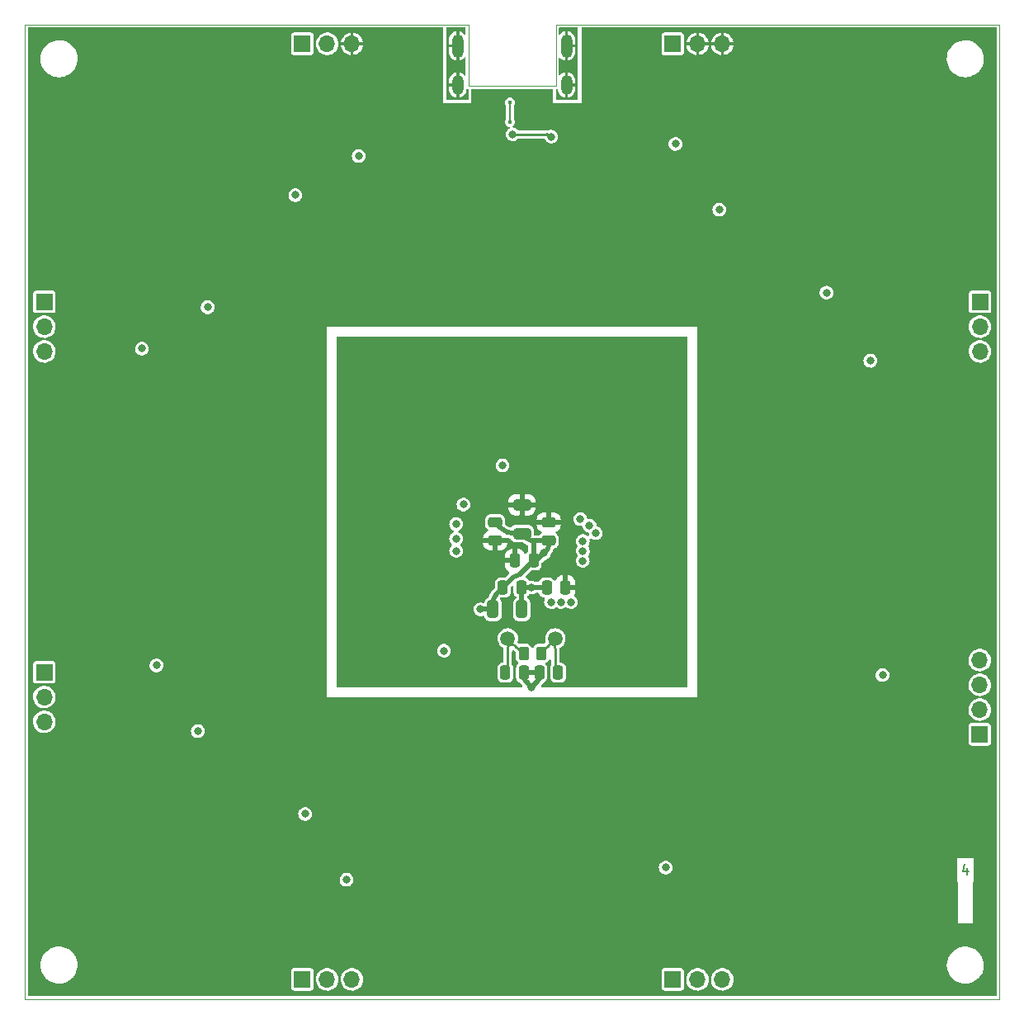
<source format=gbl>
G04 #@! TF.GenerationSoftware,KiCad,Pcbnew,(6.0.5)*
G04 #@! TF.CreationDate,2022-06-26T21:28:57+02:00*
G04 #@! TF.ProjectId,5x5x2-part2,35783578-322d-4706-9172-74322e6b6963,rev?*
G04 #@! TF.SameCoordinates,Original*
G04 #@! TF.FileFunction,Copper,L4,Bot*
G04 #@! TF.FilePolarity,Positive*
%FSLAX46Y46*%
G04 Gerber Fmt 4.6, Leading zero omitted, Abs format (unit mm)*
G04 Created by KiCad (PCBNEW (6.0.5)) date 2022-06-26 21:28:57*
%MOMM*%
%LPD*%
G01*
G04 APERTURE LIST*
G04 Aperture macros list*
%AMRoundRect*
0 Rectangle with rounded corners*
0 $1 Rounding radius*
0 $2 $3 $4 $5 $6 $7 $8 $9 X,Y pos of 4 corners*
0 Add a 4 corners polygon primitive as box body*
4,1,4,$2,$3,$4,$5,$6,$7,$8,$9,$2,$3,0*
0 Add four circle primitives for the rounded corners*
1,1,$1+$1,$2,$3*
1,1,$1+$1,$4,$5*
1,1,$1+$1,$6,$7*
1,1,$1+$1,$8,$9*
0 Add four rect primitives between the rounded corners*
20,1,$1+$1,$2,$3,$4,$5,0*
20,1,$1+$1,$4,$5,$6,$7,0*
20,1,$1+$1,$6,$7,$8,$9,0*
20,1,$1+$1,$8,$9,$2,$3,0*%
G04 Aperture macros list end*
G04 #@! TA.AperFunction,Profile*
%ADD10C,0.100000*%
G04 #@! TD*
%ADD11C,0.150000*%
G04 #@! TA.AperFunction,NonConductor*
%ADD12C,0.150000*%
G04 #@! TD*
G04 #@! TA.AperFunction,ComponentPad*
%ADD13C,1.500000*%
G04 #@! TD*
G04 #@! TA.AperFunction,ComponentPad*
%ADD14R,1.700000X1.700000*%
G04 #@! TD*
G04 #@! TA.AperFunction,ComponentPad*
%ADD15O,1.700000X1.700000*%
G04 #@! TD*
G04 #@! TA.AperFunction,ComponentPad*
%ADD16O,1.200000X2.000000*%
G04 #@! TD*
G04 #@! TA.AperFunction,ComponentPad*
%ADD17O,1.200000X2.400000*%
G04 #@! TD*
G04 #@! TA.AperFunction,SMDPad,CuDef*
%ADD18RoundRect,0.250000X-0.262500X-0.450000X0.262500X-0.450000X0.262500X0.450000X-0.262500X0.450000X0*%
G04 #@! TD*
G04 #@! TA.AperFunction,SMDPad,CuDef*
%ADD19RoundRect,0.250000X0.250000X0.475000X-0.250000X0.475000X-0.250000X-0.475000X0.250000X-0.475000X0*%
G04 #@! TD*
G04 #@! TA.AperFunction,SMDPad,CuDef*
%ADD20RoundRect,0.250000X-0.250000X-0.475000X0.250000X-0.475000X0.250000X0.475000X-0.250000X0.475000X0*%
G04 #@! TD*
G04 #@! TA.AperFunction,SMDPad,CuDef*
%ADD21RoundRect,0.250000X-0.475000X0.250000X-0.475000X-0.250000X0.475000X-0.250000X0.475000X0.250000X0*%
G04 #@! TD*
G04 #@! TA.AperFunction,SMDPad,CuDef*
%ADD22RoundRect,0.250000X-0.650000X0.325000X-0.650000X-0.325000X0.650000X-0.325000X0.650000X0.325000X0*%
G04 #@! TD*
G04 #@! TA.AperFunction,SMDPad,CuDef*
%ADD23RoundRect,0.250000X0.475000X-0.250000X0.475000X0.250000X-0.475000X0.250000X-0.475000X-0.250000X0*%
G04 #@! TD*
G04 #@! TA.AperFunction,SMDPad,CuDef*
%ADD24RoundRect,0.250000X0.325000X0.650000X-0.325000X0.650000X-0.325000X-0.650000X0.325000X-0.650000X0*%
G04 #@! TD*
G04 #@! TA.AperFunction,ViaPad*
%ADD25C,0.800000*%
G04 #@! TD*
G04 #@! TA.AperFunction,ViaPad*
%ADD26C,0.450000*%
G04 #@! TD*
G04 #@! TA.AperFunction,Conductor*
%ADD27C,0.500000*%
G04 #@! TD*
G04 #@! TA.AperFunction,Conductor*
%ADD28C,0.254000*%
G04 #@! TD*
G04 #@! TA.AperFunction,Conductor*
%ADD29C,0.200000*%
G04 #@! TD*
G04 APERTURE END LIST*
D10*
X240000000Y-38000000D02*
X240000000Y-138000000D01*
X240000000Y-138000000D02*
X140000000Y-138000000D01*
X140000000Y-138000000D02*
X140000000Y-38000000D01*
X194500000Y-38000000D02*
X194500000Y-44300000D01*
X185500000Y-38000000D02*
X140000000Y-38000000D01*
X194500000Y-38000000D02*
X240000000Y-38000000D01*
X194500000Y-44300000D02*
X185500000Y-44300000D01*
X185500000Y-44300000D02*
X185500000Y-38000000D01*
D11*
D12*
X236690476Y-124535714D02*
X236690476Y-125202380D01*
X236452380Y-124154761D02*
X236214285Y-124869047D01*
X236833333Y-124869047D01*
D13*
X189550000Y-101000000D03*
X194430000Y-101000000D03*
D14*
X206475000Y-39975000D03*
D15*
X209015000Y-39975000D03*
X211555000Y-39975000D03*
D14*
X168475000Y-39975000D03*
D15*
X171015000Y-39975000D03*
X173555000Y-39975000D03*
D16*
X195580000Y-44195000D03*
X184420000Y-44195000D03*
D17*
X195580000Y-40195000D03*
X184420000Y-40195000D03*
D14*
X142000000Y-104460000D03*
D15*
X142000000Y-107000000D03*
X142000000Y-109540000D03*
D14*
X142000000Y-66460000D03*
D15*
X142000000Y-69000000D03*
X142000000Y-71540000D03*
D14*
X206475000Y-135975000D03*
D15*
X209015000Y-135975000D03*
X211555000Y-135975000D03*
D14*
X237975000Y-110830000D03*
D15*
X237975000Y-108290000D03*
X237975000Y-105750000D03*
X237975000Y-103210000D03*
D14*
X238000000Y-66460000D03*
D15*
X238000000Y-69000000D03*
X238000000Y-71540000D03*
D14*
X168475000Y-135975000D03*
D15*
X171015000Y-135975000D03*
X173555000Y-135975000D03*
D18*
X191175000Y-102500000D03*
X193000000Y-102500000D03*
D19*
X195450000Y-95750000D03*
X193550000Y-95750000D03*
D20*
X190300000Y-93000000D03*
X192200000Y-93000000D03*
D19*
X190950000Y-95750000D03*
X189050000Y-95750000D03*
D21*
X193750000Y-89050000D03*
X193750000Y-90950000D03*
D19*
X191200000Y-104500000D03*
X189300000Y-104500000D03*
D22*
X191000000Y-87275000D03*
X191000000Y-90225000D03*
D20*
X192800000Y-104500000D03*
X194700000Y-104500000D03*
D23*
X188250000Y-90950000D03*
X188250000Y-89050000D03*
D24*
X190975000Y-98000000D03*
X188025000Y-98000000D03*
D25*
X193250000Y-92250000D03*
X194000000Y-49500000D03*
X190042878Y-49257622D03*
X192000000Y-106000000D03*
X186750000Y-98000000D03*
X201000000Y-75000000D03*
X193750000Y-87250000D03*
X207000000Y-83750000D03*
X198750000Y-77250000D03*
X200000000Y-78750000D03*
X185000000Y-81250000D03*
X188250000Y-87250000D03*
X188250000Y-92750000D03*
X198000000Y-75000000D03*
X203250000Y-61500000D03*
X208250000Y-57750000D03*
X171750000Y-118250000D03*
X192500000Y-46250000D03*
X190000000Y-54250000D03*
X201000000Y-63750000D03*
X187525500Y-46250000D03*
X204000000Y-63750000D03*
X220000000Y-106250000D03*
X204750000Y-121750000D03*
X156250000Y-102750000D03*
X223750000Y-73250000D03*
X159750000Y-70000000D03*
X175500000Y-54500000D03*
X201750000Y-59750000D03*
X189000000Y-83250000D03*
X185000000Y-87250000D03*
X198581637Y-90195576D03*
X197940477Y-89428817D03*
X197000000Y-88750000D03*
X184250000Y-89250000D03*
X184250000Y-90750000D03*
X192000000Y-95750000D03*
D26*
X189774500Y-48000000D03*
X189774500Y-46000000D03*
D25*
X205750000Y-124500000D03*
X173000000Y-125750000D03*
X168750000Y-119000000D03*
X157750000Y-110500000D03*
X152000000Y-71250000D03*
X153500000Y-103750000D03*
X158750000Y-67000000D03*
X167750000Y-55500000D03*
X184250000Y-92000000D03*
X183000000Y-102250000D03*
X193982607Y-97263962D03*
X194996072Y-97250000D03*
X196023500Y-97250000D03*
X197236286Y-93013714D03*
X197250000Y-92000000D03*
X174250000Y-51500000D03*
X206750000Y-50250000D03*
X222250000Y-65500000D03*
X211250000Y-57000000D03*
X228000000Y-104750000D03*
X226750000Y-72500000D03*
X197250000Y-91000000D03*
D27*
X188644271Y-96155717D02*
X188642562Y-96157427D01*
X188660533Y-96139457D02*
X188651118Y-96148872D01*
X188460194Y-96339799D02*
X188460581Y-96339413D01*
X189963113Y-94836878D02*
X189963622Y-94836370D01*
X186750000Y-98000000D02*
X187412500Y-98000000D01*
X188567270Y-96232720D02*
X188562308Y-96237682D01*
X189963113Y-94836878D02*
X189952946Y-94847047D01*
X188546180Y-96253810D02*
X188547419Y-96252570D01*
X188781522Y-96018469D02*
X188775977Y-96024014D01*
X189499868Y-95300122D02*
X189490654Y-95309336D01*
X188557344Y-96242646D02*
X188555793Y-96244197D01*
X192606066Y-92893933D02*
X193250000Y-92250000D01*
X188625192Y-96174798D02*
X188618004Y-96181986D01*
X188468025Y-96331969D02*
X188466474Y-96333520D01*
X188789696Y-96010295D02*
X188786267Y-96013725D01*
X188543698Y-96256292D02*
X188542457Y-96257533D01*
X189371337Y-95428654D02*
X189372131Y-95427861D01*
X188465233Y-96334761D02*
X188464768Y-96335227D01*
X188471358Y-96328635D02*
X188474614Y-96325378D01*
X188558895Y-96241095D02*
X188557344Y-96242646D01*
X189926001Y-94873995D02*
X189926509Y-94873487D01*
X188587118Y-96212873D02*
X188582155Y-96217836D01*
X189531830Y-95268161D02*
X189526935Y-95273054D01*
X189490654Y-95309336D02*
X189478993Y-95320997D01*
X188553233Y-96246756D02*
X188553310Y-96246680D01*
X192437500Y-90950000D02*
X191962500Y-90950000D01*
X188705334Y-96094657D02*
X188700836Y-96099154D01*
X188716627Y-96083365D02*
X188710598Y-96089394D01*
X189887869Y-94912122D02*
X189879737Y-94920254D01*
X189768395Y-95031596D02*
X189778055Y-95021936D01*
X188694758Y-96105233D02*
X188695525Y-96104468D01*
X189371337Y-95428654D02*
X189355574Y-95444417D01*
X188479808Y-96320183D02*
X188479498Y-96320493D01*
X190066827Y-94733167D02*
X190058692Y-94741301D01*
X190007853Y-94792139D02*
X190007344Y-94792648D01*
X188635284Y-96164705D02*
X188633146Y-96166844D01*
X188463062Y-96336931D02*
X188461822Y-96338172D01*
X189780088Y-95019903D02*
X189778055Y-95021936D01*
X189442135Y-95357855D02*
X189432347Y-95367645D01*
X190044454Y-94755538D02*
X190042421Y-94757571D01*
X188749506Y-96050484D02*
X188744653Y-96055338D01*
X189812117Y-94987874D02*
X189792798Y-95007193D01*
X188523849Y-96276141D02*
X188525942Y-96274048D01*
X188458721Y-96341274D02*
X188458410Y-96341585D01*
X189896004Y-94903987D02*
X189887869Y-94912122D01*
X188482909Y-96317081D02*
X188482522Y-96317469D01*
X188592081Y-96207910D02*
X188587118Y-96212873D01*
X188775977Y-96024014D02*
X188770431Y-96029559D01*
X188535867Y-96264123D02*
X188532921Y-96267070D01*
X188868153Y-89668153D02*
X188250000Y-89050000D01*
X190765941Y-94434058D02*
X192093933Y-93106065D01*
X190487347Y-90225000D02*
X190212500Y-90225000D01*
X189996159Y-94803833D02*
X189974807Y-94825185D01*
X188648550Y-96151440D02*
X188644271Y-96155717D01*
X190081064Y-94718933D02*
X190079030Y-94720966D01*
X188595183Y-96204808D02*
X188593942Y-96206049D01*
X189851264Y-94948727D02*
X189834995Y-94964996D01*
X188549901Y-96250089D02*
X188548660Y-96251329D01*
X188531602Y-96268388D02*
X188531293Y-96268699D01*
X188529199Y-96270791D02*
X188525942Y-96274048D01*
X189301933Y-95498055D02*
X189286365Y-95513624D01*
X188555482Y-96244507D02*
X188555793Y-96244197D01*
X189399990Y-95400002D02*
X189389481Y-95410511D01*
X188479498Y-96320493D02*
X188477947Y-96322044D01*
X189464885Y-95335104D02*
X189458118Y-95341872D01*
X189928543Y-94871453D02*
X189926509Y-94873487D01*
X190082589Y-94717409D02*
X190083098Y-94716901D01*
X188481668Y-96318323D02*
X188481358Y-96318633D01*
X188699354Y-96100637D02*
X188697823Y-96102170D01*
X190082589Y-94717409D02*
X190081572Y-94718425D01*
X188491595Y-96308395D02*
X188490356Y-96309634D01*
X189328623Y-95471367D02*
X189324048Y-95475942D01*
X188458102Y-96341897D02*
X188458179Y-96341819D01*
X188504620Y-96295369D02*
X188506093Y-96293897D01*
X190079030Y-94720966D02*
X190076995Y-94723001D01*
X188476318Y-96323672D02*
X188476396Y-96323595D01*
X190048015Y-94751978D02*
X190050557Y-94749436D01*
X188582155Y-96217836D02*
X188577193Y-96222798D01*
X189324048Y-95475942D02*
X189319473Y-95480517D01*
X190042421Y-94757571D02*
X190040388Y-94759604D01*
X189834995Y-94964996D02*
X189812117Y-94987874D01*
X188770431Y-96029559D02*
X188769774Y-96030217D01*
X188459727Y-96340266D02*
X188459649Y-96340345D01*
X188572231Y-96227759D02*
X188567270Y-96232720D01*
X189425186Y-95374805D02*
X189422558Y-95377434D01*
X189515849Y-95284141D02*
X189521068Y-95278922D01*
X189690196Y-95109794D02*
X189648445Y-95151545D01*
X188722656Y-96077336D02*
X188716627Y-96083365D01*
X188461822Y-96338172D02*
X188460581Y-96339413D01*
X189546515Y-95253476D02*
X189548675Y-95251317D01*
X189851264Y-94948727D02*
X189855332Y-94944660D01*
X188486632Y-96313358D02*
X188485391Y-96314599D01*
X189879737Y-94920254D02*
X189871602Y-94928390D01*
X189747042Y-95052949D02*
X189734809Y-95065181D01*
X188633146Y-96166844D02*
X188625447Y-96174542D01*
X188786267Y-96013725D02*
X188784952Y-96015040D01*
X188697057Y-96102936D02*
X188697823Y-96102170D01*
X188548660Y-96251329D02*
X188547419Y-96252570D01*
X188722656Y-96077336D02*
X188739800Y-96060191D01*
X188484150Y-96315840D02*
X188482909Y-96317081D01*
X188602004Y-96197985D02*
X188602625Y-96197365D01*
X190007344Y-94792648D02*
X189996159Y-94803833D01*
X189328623Y-95471367D02*
X189329133Y-95470858D01*
X188648550Y-96151440D02*
X188651118Y-96148872D01*
X188546180Y-96253810D02*
X188544939Y-96255051D01*
X188806044Y-95993947D02*
X188797871Y-96002122D01*
X188480738Y-96319253D02*
X188481048Y-96318943D01*
X188481358Y-96318633D02*
X188481048Y-96318943D01*
X188469652Y-96330340D02*
X188469575Y-96330418D01*
X188797871Y-96002122D02*
X188789696Y-96010295D01*
X188562308Y-96237682D02*
X188560680Y-96239311D01*
X188489116Y-96310873D02*
X188487873Y-96312117D01*
X189922950Y-94877044D02*
X189920408Y-94879586D01*
X189557888Y-95242102D02*
X189571996Y-95227993D01*
X189557888Y-95242102D02*
X189548675Y-95251317D01*
X189784154Y-95015836D02*
X189792798Y-95007193D01*
X188551142Y-96248850D02*
X188549901Y-96250089D01*
X192200000Y-91187500D02*
X192200000Y-92850000D01*
X189863467Y-94936525D02*
X189855332Y-94944660D01*
X188555482Y-96244507D02*
X188554552Y-96245437D01*
X188596424Y-96203567D02*
X188595183Y-96204808D01*
X188476318Y-96323672D02*
X188474614Y-96325378D01*
X188469575Y-96330418D02*
X188468025Y-96331969D01*
X192000000Y-106000000D02*
X191447487Y-105447487D01*
X189912274Y-94887720D02*
X189904139Y-94895853D01*
X188503844Y-96296147D02*
X188502371Y-96297620D01*
X189408268Y-95391724D02*
X189399990Y-95400002D01*
X188705334Y-96094657D02*
X188710598Y-96089394D01*
X189432347Y-95367645D02*
X189428208Y-95371784D01*
X188642562Y-96157427D02*
X188641704Y-96158286D01*
X188458334Y-96341662D02*
X188458179Y-96341819D01*
X188610815Y-96189173D02*
X188606346Y-96193643D01*
X188495937Y-96304054D02*
X188493455Y-96306535D01*
X189355574Y-95444417D02*
X189339811Y-95460179D01*
X188744653Y-96055338D02*
X188739800Y-96060191D01*
X189389481Y-95410511D02*
X189372131Y-95427861D01*
X189409023Y-95390968D02*
X189408268Y-95391724D01*
X189450052Y-95349938D02*
X189449009Y-95350981D01*
X190076995Y-94723001D02*
X190074961Y-94725035D01*
X190072418Y-94727575D02*
X190069369Y-94730625D01*
X189734809Y-95065181D02*
X189691150Y-95108840D01*
X188544939Y-96255051D02*
X188543698Y-96256292D01*
X189312101Y-95487887D02*
X189301933Y-95498055D01*
X190072418Y-94727575D02*
X190072926Y-94727068D01*
X188477947Y-96322044D02*
X188476396Y-96323595D01*
X188509349Y-96290641D02*
X188506093Y-96293897D01*
X188560680Y-96239311D02*
X188558973Y-96241018D01*
X189782121Y-95017870D02*
X189780088Y-95019903D01*
X188530671Y-96269318D02*
X188529199Y-96270791D01*
X189648445Y-95151545D02*
X189606694Y-95193296D01*
X188769774Y-96030217D02*
X188762913Y-96037076D01*
X188618004Y-96181986D02*
X188610815Y-96189173D01*
X190044454Y-94755538D02*
X190044964Y-94755029D01*
X189458118Y-95341872D02*
X189455671Y-95344320D01*
X188458410Y-96341585D02*
X188458334Y-96341662D01*
X189546515Y-95253476D02*
X189541620Y-95258371D01*
X189339811Y-95460179D02*
X189334727Y-95465264D01*
X191362500Y-90587500D02*
X191557062Y-90782062D01*
X188577193Y-96222798D02*
X188572231Y-96227759D01*
X188464304Y-96335690D02*
X188463994Y-96335999D01*
X188504310Y-96295680D02*
X188504155Y-96295836D01*
X188493455Y-96306535D02*
X188492834Y-96307156D01*
X188504620Y-96295369D02*
X188504310Y-96295680D01*
X193750000Y-91396446D02*
X193750000Y-91350000D01*
X188693225Y-96106765D02*
X188691692Y-96108297D01*
X188502371Y-96297620D02*
X188499426Y-96300565D01*
X189932610Y-94867384D02*
X189930577Y-94869419D01*
X189422558Y-95377434D02*
X189415791Y-95384201D01*
X189974807Y-94825185D02*
X189963622Y-94836370D01*
X188781522Y-96018469D02*
X188783637Y-96016354D01*
X190040388Y-94759604D02*
X190038355Y-94761636D01*
X188463915Y-96336077D02*
X188463994Y-96335999D01*
X189455671Y-95344320D02*
X189453798Y-95346193D01*
X192437500Y-90950000D02*
X193350000Y-90950000D01*
X188511443Y-96288547D02*
X188509349Y-96290641D01*
X188669947Y-96130042D02*
X188660533Y-96139457D01*
X190018020Y-94781972D02*
X190007853Y-94792139D01*
D28*
X190042878Y-49257622D02*
X193586234Y-49257622D01*
D27*
X188762913Y-96037076D02*
X188749506Y-96050484D01*
X190058692Y-94741301D02*
X190050557Y-94749436D01*
X188592081Y-96207910D02*
X188593942Y-96206049D01*
X189451925Y-95348066D02*
X189450052Y-95349938D01*
X189871602Y-94928390D02*
X189863467Y-94936525D01*
X188602004Y-96197985D02*
X188599525Y-96200466D01*
X188784952Y-96015040D02*
X188783637Y-96016354D01*
X189526935Y-95273054D02*
X189526611Y-95273379D01*
X188599525Y-96200466D02*
X188597044Y-96202947D01*
X188596424Y-96203567D02*
X188597044Y-96202947D01*
X188464459Y-96335536D02*
X188464304Y-96335690D01*
X188485391Y-96314599D02*
X188484150Y-96315840D01*
X189453798Y-95346193D02*
X189451925Y-95348066D01*
X188466164Y-96333830D02*
X188465233Y-96334761D01*
X188463449Y-96336543D02*
X188463062Y-96336931D01*
X189515849Y-95284141D02*
X189499868Y-95300122D01*
X188691692Y-96108297D02*
X188669947Y-96130042D01*
X188459649Y-96340345D02*
X188459340Y-96340655D01*
X188535867Y-96264123D02*
X188539356Y-96260634D01*
X188606346Y-96193643D02*
X188602625Y-96197365D01*
X188517646Y-96282344D02*
X188511443Y-96288547D01*
X188553932Y-96246058D02*
X188553621Y-96246369D01*
X189920408Y-94879586D02*
X189912274Y-94887720D01*
X188523849Y-96276141D02*
X188517646Y-96282344D01*
X189464885Y-95335104D02*
X189467332Y-95332658D01*
X188552769Y-96247222D02*
X188552382Y-96247610D01*
X189415791Y-95384201D02*
X189409023Y-95390968D01*
X188638705Y-96161284D02*
X188639986Y-96160004D01*
X188492834Y-96307156D02*
X188491595Y-96308395D01*
X189784154Y-95015836D02*
X189782121Y-95017870D01*
X188700836Y-96099154D02*
X188699354Y-96100637D01*
X189478993Y-95320997D02*
X189467332Y-95332658D01*
X189541620Y-95258371D02*
X189536725Y-95263266D01*
X188625447Y-96174542D02*
X188625192Y-96174798D01*
X188495937Y-96304054D02*
X188499426Y-96300565D01*
X188482522Y-96317469D02*
X188482056Y-96317935D01*
D28*
X194000000Y-49500000D02*
X193878811Y-49378811D01*
D27*
X189590426Y-95209564D02*
X189581211Y-95218779D01*
X190048015Y-94751978D02*
X190044964Y-94755029D01*
X189690196Y-95109794D02*
X189691150Y-95108840D01*
X190028187Y-94771805D02*
X190018020Y-94781972D01*
X189426697Y-95373295D02*
X189425186Y-95374805D01*
X189319473Y-95480517D02*
X189314898Y-95485091D01*
X192552512Y-105447487D02*
X192000000Y-106000000D01*
X188554552Y-96245437D02*
X188554242Y-96245747D01*
X189768395Y-95031596D02*
X189747042Y-95052949D01*
X189428208Y-95371784D02*
X189426697Y-95373295D01*
X189606694Y-95193296D02*
X189590426Y-95209564D01*
X189536725Y-95263266D02*
X189531830Y-95268161D01*
X189942778Y-94857215D02*
X189940744Y-94859250D01*
X190066827Y-94733167D02*
X190069369Y-94730625D01*
X189932610Y-94867384D02*
X189934644Y-94865351D01*
X188482056Y-96317935D02*
X188481978Y-96318013D01*
X189926001Y-94873995D02*
X189922950Y-94877044D01*
X188558895Y-96241095D02*
X188558973Y-96241018D01*
X189940744Y-94859250D02*
X189934644Y-94865351D01*
X190074961Y-94725035D02*
X190072926Y-94727068D01*
X190081572Y-94718425D02*
X190081064Y-94718933D01*
X193250000Y-92250000D02*
X193500000Y-92000000D01*
X188531602Y-96268388D02*
X188532921Y-96267070D01*
X189334727Y-95465264D02*
X189329133Y-95470858D01*
X188694758Y-96105233D02*
X188693225Y-96106765D01*
X188552382Y-96247610D02*
X188551142Y-96248850D01*
X188466164Y-96333830D02*
X188466474Y-96333520D01*
X189442135Y-95357855D02*
X189445050Y-95354940D01*
X188554242Y-96245747D02*
X188553932Y-96246058D01*
X188471358Y-96328635D02*
X188469652Y-96330340D01*
X189930577Y-94869419D02*
X189928543Y-94871453D01*
X188541837Y-96258153D02*
X188539356Y-96260634D01*
X188640845Y-96159145D02*
X188639986Y-96160004D01*
X190036321Y-94763670D02*
X190030220Y-94769771D01*
X188541837Y-96258153D02*
X188542457Y-96257533D01*
X188480738Y-96319253D02*
X188479808Y-96320183D01*
X190036321Y-94763670D02*
X190038355Y-94761636D01*
X189952946Y-94847047D02*
X189942778Y-94857215D01*
X188481978Y-96318013D02*
X188481668Y-96318323D01*
X191550000Y-104500000D02*
X192450000Y-104500000D01*
X188638705Y-96161284D02*
X188635284Y-96164705D01*
X189312101Y-95487887D02*
X189314898Y-95485091D01*
X189526611Y-95273379D02*
X189521068Y-95278922D01*
X188490356Y-96309634D02*
X188489116Y-96310873D01*
X189581211Y-95218779D02*
X189571996Y-95227993D01*
X188460194Y-96339799D02*
X188459727Y-96340266D01*
X188487873Y-96312117D02*
X188486632Y-96313358D01*
X190030220Y-94769771D02*
X190028187Y-94771805D01*
X189449009Y-95350981D02*
X189445050Y-95354940D01*
X189904139Y-94895853D02*
X189896004Y-94903987D01*
X191447482Y-105447492D02*
G75*
G02*
X191200000Y-104850000I597518J597492D01*
G01*
X188530671Y-96269318D02*
G75*
G02*
X188530982Y-96269008I48329J-48182D01*
G01*
X187412500Y-98000000D02*
G75*
G03*
X188025000Y-97387500I0J612500D01*
G01*
X190424520Y-94575482D02*
G75*
G03*
X190765941Y-94434058I-20J482882D01*
G01*
X192450000Y-104500000D02*
G75*
G02*
X192800000Y-104850000I0J-350000D01*
G01*
X193350000Y-90950000D02*
G75*
G02*
X193750000Y-91350000I0J-400000D01*
G01*
X192350000Y-93000008D02*
G75*
G03*
X192606066Y-92893933I0J362108D01*
G01*
X190424520Y-94575487D02*
G75*
G03*
X190083098Y-94716901I-20J-482813D01*
G01*
X191550000Y-104500000D02*
G75*
G03*
X191200000Y-104850000I0J-350000D01*
G01*
X188464459Y-96335536D02*
G75*
G02*
X188464768Y-96335227I24041J-23764D01*
G01*
X188458104Y-96341899D02*
G75*
G03*
X188025000Y-97387500I1045596J-1045601D01*
G01*
X188530982Y-96269008D02*
G75*
G02*
X188531293Y-96268699I24118J-23992D01*
G01*
X188695453Y-96104388D02*
G75*
G02*
X188697057Y-96102936I885046371J-977637436D01*
G01*
X188552746Y-96247197D02*
G75*
G02*
X188553233Y-96246756I885189078J-977494627D01*
G01*
X188504155Y-96295836D02*
G75*
G03*
X188503844Y-96296147I24045J-24364D01*
G01*
X188553310Y-96246680D02*
G75*
G02*
X188553621Y-96246369I24290J-24020D01*
G01*
X188868152Y-89668154D02*
G75*
G03*
X190212500Y-90225000I1344348J1344354D01*
G01*
X191962500Y-90950000D02*
G75*
G02*
X192200000Y-91187500I0J-237500D01*
G01*
D28*
X193586234Y-49257602D02*
G75*
G02*
X193878810Y-49378812I-34J-413798D01*
G01*
D27*
X188458707Y-96341259D02*
G75*
G02*
X188459032Y-96340965I885283117J-977400565D01*
G01*
X190487347Y-90224951D02*
G75*
G02*
X191362500Y-90587500I-47J-1237649D01*
G01*
X192552518Y-105447493D02*
G75*
G03*
X192800000Y-104850000I-597518J597493D01*
G01*
X193499986Y-91999986D02*
G75*
G03*
X193750000Y-91396446I-603586J603586D01*
G01*
X192200000Y-91187500D02*
G75*
G02*
X192437500Y-90950000I237500J0D01*
G01*
X188640845Y-96159145D02*
G75*
G02*
X188641704Y-96158286I184855J-184055D01*
G01*
X191557057Y-90782067D02*
G75*
G03*
X191962500Y-90950000I405443J405467D01*
G01*
X188463427Y-96336519D02*
G75*
G02*
X188463915Y-96336077I885278397J-977405305D01*
G01*
X188459032Y-96340965D02*
G75*
G02*
X188459341Y-96340656I24068J-23735D01*
G01*
D28*
X191005805Y-102455805D02*
X190300000Y-101750000D01*
X189550000Y-102060660D02*
X189550000Y-104073223D01*
X190299932Y-101750068D02*
G75*
G03*
X189550000Y-102060660I-310632J-310632D01*
G01*
X193715000Y-101715000D02*
X193024748Y-102405251D01*
X194430000Y-104039081D02*
X194430000Y-102011162D01*
X194430090Y-102011162D02*
G75*
G03*
X193715000Y-101715000I-418890J-38D01*
G01*
D27*
X192000000Y-95750000D02*
X193550000Y-95750000D01*
X190975000Y-95792677D02*
X190975000Y-98000000D01*
X190967677Y-95750000D02*
X192000000Y-95750000D01*
D29*
X189774500Y-48000000D02*
X189774500Y-46000000D01*
G04 #@! TA.AperFunction,Conductor*
G36*
X182885648Y-38314852D02*
G01*
X182900000Y-38349500D01*
X182900000Y-46100000D01*
X185800000Y-46100000D01*
X185800000Y-44649500D01*
X185814352Y-44614852D01*
X185849000Y-44600500D01*
X194151000Y-44600500D01*
X194185648Y-44614852D01*
X194200000Y-44649500D01*
X194200000Y-46100000D01*
X197100000Y-46100000D01*
X197100000Y-41543233D01*
X234594906Y-41543233D01*
X234621102Y-41817792D01*
X234686657Y-42085694D01*
X234790199Y-42341326D01*
X234929558Y-42579335D01*
X235101816Y-42794732D01*
X235303364Y-42983008D01*
X235529979Y-43140216D01*
X235776914Y-43263065D01*
X235778601Y-43263618D01*
X236037316Y-43348429D01*
X236037321Y-43348430D01*
X236038998Y-43348980D01*
X236040736Y-43349282D01*
X236040741Y-43349283D01*
X236247845Y-43385242D01*
X236310738Y-43396162D01*
X236312233Y-43396236D01*
X236312238Y-43396237D01*
X236353932Y-43398312D01*
X236397876Y-43400500D01*
X236570070Y-43400500D01*
X236570934Y-43400437D01*
X236570943Y-43400437D01*
X236773312Y-43385754D01*
X236773319Y-43385753D01*
X236775083Y-43385625D01*
X236776818Y-43385242D01*
X237042670Y-43326547D01*
X237042675Y-43326546D01*
X237044403Y-43326164D01*
X237302319Y-43228449D01*
X237543428Y-43094525D01*
X237762678Y-42927198D01*
X237763917Y-42925931D01*
X237954234Y-42731246D01*
X237954237Y-42731243D01*
X237955477Y-42729974D01*
X238117787Y-42506984D01*
X238246206Y-42262899D01*
X238308784Y-42085694D01*
X238337454Y-42004506D01*
X238337455Y-42004504D01*
X238338045Y-42002832D01*
X238338389Y-42001089D01*
X238391037Y-41733975D01*
X238391038Y-41733968D01*
X238391380Y-41732232D01*
X238400878Y-41541459D01*
X238405006Y-41458541D01*
X238405006Y-41458537D01*
X238405094Y-41456767D01*
X238378898Y-41182208D01*
X238374268Y-41163284D01*
X238313763Y-40916023D01*
X238313343Y-40914306D01*
X238209801Y-40658674D01*
X238070442Y-40420665D01*
X237898184Y-40205268D01*
X237696636Y-40016992D01*
X237470021Y-39859784D01*
X237223086Y-39736935D01*
X237206508Y-39731500D01*
X236962684Y-39651571D01*
X236962679Y-39651570D01*
X236961002Y-39651020D01*
X236959264Y-39650718D01*
X236959259Y-39650717D01*
X236690736Y-39604094D01*
X236690737Y-39604094D01*
X236689262Y-39603838D01*
X236687767Y-39603764D01*
X236687762Y-39603763D01*
X236646068Y-39601688D01*
X236602124Y-39599500D01*
X236429930Y-39599500D01*
X236429066Y-39599563D01*
X236429057Y-39599563D01*
X236226688Y-39614246D01*
X236226681Y-39614247D01*
X236224917Y-39614375D01*
X236223183Y-39614758D01*
X236223182Y-39614758D01*
X235957330Y-39673453D01*
X235957325Y-39673454D01*
X235955597Y-39673836D01*
X235697681Y-39771551D01*
X235456572Y-39905475D01*
X235237322Y-40072802D01*
X235236086Y-40074066D01*
X235236083Y-40074069D01*
X235071421Y-40242511D01*
X235044523Y-40270026D01*
X234882213Y-40493016D01*
X234849836Y-40554554D01*
X234760924Y-40723550D01*
X234753794Y-40737101D01*
X234753204Y-40738772D01*
X234753203Y-40738774D01*
X234664028Y-40991298D01*
X234661955Y-40997168D01*
X234661613Y-40998905D01*
X234661611Y-40998911D01*
X234608963Y-41266025D01*
X234608962Y-41266032D01*
X234608620Y-41267768D01*
X234594906Y-41543233D01*
X197100000Y-41543233D01*
X197100000Y-40869646D01*
X205324500Y-40869646D01*
X205324670Y-40871071D01*
X205324670Y-40871078D01*
X205327121Y-40891668D01*
X205327618Y-40895846D01*
X205329108Y-40899201D01*
X205329109Y-40899204D01*
X205369622Y-40990411D01*
X205373061Y-40998153D01*
X205376262Y-41001348D01*
X205376263Y-41001350D01*
X205405762Y-41030797D01*
X205452287Y-41077241D01*
X205554673Y-41122506D01*
X205558329Y-41122932D01*
X205558332Y-41122933D01*
X205567724Y-41124028D01*
X205580354Y-41125500D01*
X207369646Y-41125500D01*
X207371071Y-41125330D01*
X207371078Y-41125330D01*
X207392200Y-41122816D01*
X207392201Y-41122816D01*
X207395846Y-41122382D01*
X207399201Y-41120892D01*
X207399204Y-41120891D01*
X207494018Y-41078776D01*
X207494019Y-41078775D01*
X207498153Y-41076939D01*
X207501348Y-41073738D01*
X207501350Y-41073737D01*
X207573610Y-41001350D01*
X207577241Y-40997713D01*
X207583633Y-40983256D01*
X207608103Y-40927905D01*
X207622506Y-40895327D01*
X207625500Y-40869646D01*
X207625500Y-40135560D01*
X207872974Y-40135560D01*
X207874145Y-40153424D01*
X207874846Y-40157852D01*
X207925766Y-40358350D01*
X207927256Y-40362559D01*
X208013861Y-40550418D01*
X208016105Y-40554303D01*
X208135486Y-40723224D01*
X208138399Y-40726635D01*
X208286577Y-40870984D01*
X208290044Y-40873792D01*
X208462048Y-40988722D01*
X208465981Y-40990857D01*
X208656042Y-41072513D01*
X208660300Y-41073897D01*
X208858090Y-41118652D01*
X208861735Y-41117305D01*
X208865000Y-41109835D01*
X208865000Y-41105612D01*
X209165000Y-41105612D01*
X209167855Y-41112504D01*
X209172220Y-41114312D01*
X209282388Y-41098338D01*
X209286737Y-41097295D01*
X209482632Y-41030797D01*
X209486708Y-41028982D01*
X209667196Y-40927905D01*
X209670885Y-40925370D01*
X209829934Y-40793090D01*
X209833090Y-40789934D01*
X209965370Y-40630885D01*
X209967905Y-40627196D01*
X210068982Y-40446708D01*
X210070797Y-40442632D01*
X210137295Y-40246737D01*
X210138338Y-40242388D01*
X210153827Y-40135560D01*
X210412974Y-40135560D01*
X210414145Y-40153424D01*
X210414846Y-40157852D01*
X210465766Y-40358350D01*
X210467256Y-40362559D01*
X210553861Y-40550418D01*
X210556105Y-40554303D01*
X210675486Y-40723224D01*
X210678399Y-40726635D01*
X210826577Y-40870984D01*
X210830044Y-40873792D01*
X211002048Y-40988722D01*
X211005981Y-40990857D01*
X211196042Y-41072513D01*
X211200300Y-41073897D01*
X211398090Y-41118652D01*
X211401735Y-41117305D01*
X211405000Y-41109835D01*
X211405000Y-41105612D01*
X211705000Y-41105612D01*
X211707855Y-41112504D01*
X211712220Y-41114312D01*
X211822388Y-41098338D01*
X211826737Y-41097295D01*
X212022632Y-41030797D01*
X212026708Y-41028982D01*
X212207196Y-40927905D01*
X212210885Y-40925370D01*
X212369934Y-40793090D01*
X212373090Y-40789934D01*
X212505370Y-40630885D01*
X212507905Y-40627196D01*
X212608982Y-40446708D01*
X212610797Y-40442632D01*
X212677295Y-40246737D01*
X212678338Y-40242388D01*
X212693960Y-40134645D01*
X212692124Y-40127416D01*
X212688063Y-40125000D01*
X211714747Y-40125000D01*
X211707855Y-40127855D01*
X211705000Y-40134747D01*
X211705000Y-41105612D01*
X211405000Y-41105612D01*
X211405000Y-40134747D01*
X211402145Y-40127855D01*
X211395253Y-40125000D01*
X210422029Y-40125000D01*
X210416010Y-40127493D01*
X210412974Y-40135560D01*
X210153827Y-40135560D01*
X210153960Y-40134645D01*
X210152124Y-40127416D01*
X210148063Y-40125000D01*
X209174747Y-40125000D01*
X209167855Y-40127855D01*
X209165000Y-40134747D01*
X209165000Y-41105612D01*
X208865000Y-41105612D01*
X208865000Y-40134747D01*
X208862145Y-40127855D01*
X208855253Y-40125000D01*
X207882029Y-40125000D01*
X207876010Y-40127493D01*
X207872974Y-40135560D01*
X207625500Y-40135560D01*
X207625500Y-39815319D01*
X207875790Y-39815319D01*
X207877815Y-39822501D01*
X207882278Y-39825000D01*
X208855253Y-39825000D01*
X208862145Y-39822145D01*
X208865000Y-39815253D01*
X209165000Y-39815253D01*
X209167855Y-39822145D01*
X209174747Y-39825000D01*
X210146397Y-39825000D01*
X210153289Y-39822145D01*
X210155411Y-39817022D01*
X210155255Y-39815319D01*
X210415790Y-39815319D01*
X210417815Y-39822501D01*
X210422278Y-39825000D01*
X211395253Y-39825000D01*
X211402145Y-39822145D01*
X211405000Y-39815253D01*
X211705000Y-39815253D01*
X211707855Y-39822145D01*
X211714747Y-39825000D01*
X212686397Y-39825000D01*
X212693289Y-39822145D01*
X212695411Y-39817022D01*
X212690794Y-39766775D01*
X212689977Y-39762363D01*
X212633826Y-39563272D01*
X212632225Y-39559099D01*
X212540731Y-39373568D01*
X212538390Y-39369749D01*
X212414626Y-39204008D01*
X212411624Y-39200674D01*
X212259726Y-39060261D01*
X212256175Y-39057536D01*
X212081227Y-38947153D01*
X212077237Y-38945120D01*
X211885103Y-38868465D01*
X211880815Y-38867195D01*
X211714557Y-38834125D01*
X211707243Y-38835580D01*
X211705000Y-38838937D01*
X211705000Y-39815253D01*
X211405000Y-39815253D01*
X211405000Y-38843584D01*
X211402145Y-38836692D01*
X211398111Y-38835021D01*
X211258296Y-38859046D01*
X211253976Y-38860203D01*
X211059899Y-38931802D01*
X211055861Y-38933728D01*
X210878081Y-39039495D01*
X210874462Y-39042125D01*
X210718935Y-39178520D01*
X210715857Y-39181762D01*
X210587787Y-39344218D01*
X210585349Y-39347974D01*
X210489036Y-39531035D01*
X210487320Y-39535177D01*
X210425978Y-39732729D01*
X210425046Y-39737113D01*
X210415790Y-39815319D01*
X210155255Y-39815319D01*
X210150794Y-39766775D01*
X210149977Y-39762363D01*
X210093826Y-39563272D01*
X210092225Y-39559099D01*
X210000731Y-39373568D01*
X209998390Y-39369749D01*
X209874626Y-39204008D01*
X209871624Y-39200674D01*
X209719726Y-39060261D01*
X209716175Y-39057536D01*
X209541227Y-38947153D01*
X209537237Y-38945120D01*
X209345103Y-38868465D01*
X209340815Y-38867195D01*
X209174557Y-38834125D01*
X209167243Y-38835580D01*
X209165000Y-38838937D01*
X209165000Y-39815253D01*
X208865000Y-39815253D01*
X208865000Y-38843584D01*
X208862145Y-38836692D01*
X208858111Y-38835021D01*
X208718296Y-38859046D01*
X208713976Y-38860203D01*
X208519899Y-38931802D01*
X208515861Y-38933728D01*
X208338081Y-39039495D01*
X208334462Y-39042125D01*
X208178935Y-39178520D01*
X208175857Y-39181762D01*
X208047787Y-39344218D01*
X208045349Y-39347974D01*
X207949036Y-39531035D01*
X207947320Y-39535177D01*
X207885978Y-39732729D01*
X207885046Y-39737113D01*
X207875790Y-39815319D01*
X207625500Y-39815319D01*
X207625500Y-39080354D01*
X207623062Y-39059863D01*
X207622816Y-39057800D01*
X207622816Y-39057799D01*
X207622382Y-39054154D01*
X207620892Y-39050799D01*
X207620891Y-39050796D01*
X207578776Y-38955982D01*
X207578775Y-38955981D01*
X207576939Y-38951847D01*
X207573738Y-38948652D01*
X207573737Y-38948650D01*
X207501223Y-38876263D01*
X207497713Y-38872759D01*
X207488001Y-38868465D01*
X207421210Y-38838937D01*
X207395327Y-38827494D01*
X207391671Y-38827068D01*
X207391668Y-38827067D01*
X207381414Y-38825872D01*
X207369646Y-38824500D01*
X205580354Y-38824500D01*
X205578929Y-38824670D01*
X205578922Y-38824670D01*
X205557800Y-38827184D01*
X205557799Y-38827184D01*
X205554154Y-38827618D01*
X205550799Y-38829108D01*
X205550796Y-38829109D01*
X205455982Y-38871224D01*
X205455981Y-38871225D01*
X205451847Y-38873061D01*
X205448652Y-38876262D01*
X205448650Y-38876263D01*
X205412413Y-38912563D01*
X205372759Y-38952287D01*
X205327494Y-39054673D01*
X205327068Y-39058329D01*
X205327067Y-39058332D01*
X205326548Y-39062784D01*
X205324500Y-39080354D01*
X205324500Y-40869646D01*
X197100000Y-40869646D01*
X197100000Y-38349500D01*
X197114352Y-38314852D01*
X197149000Y-38300500D01*
X239650500Y-38300500D01*
X239685148Y-38314852D01*
X239699500Y-38349500D01*
X239699500Y-137650500D01*
X239685148Y-137685148D01*
X239650500Y-137699500D01*
X140349500Y-137699500D01*
X140314852Y-137685148D01*
X140300500Y-137650500D01*
X140300500Y-136869646D01*
X167324500Y-136869646D01*
X167324670Y-136871071D01*
X167324670Y-136871078D01*
X167327121Y-136891668D01*
X167327618Y-136895846D01*
X167329108Y-136899201D01*
X167329109Y-136899204D01*
X167369622Y-136990411D01*
X167373061Y-136998153D01*
X167376262Y-137001348D01*
X167376263Y-137001350D01*
X167406224Y-137031258D01*
X167452287Y-137077241D01*
X167554673Y-137122506D01*
X167558329Y-137122932D01*
X167558332Y-137122933D01*
X167567724Y-137124028D01*
X167580354Y-137125500D01*
X169369646Y-137125500D01*
X169371071Y-137125330D01*
X169371078Y-137125330D01*
X169392200Y-137122816D01*
X169392201Y-137122816D01*
X169395846Y-137122382D01*
X169399201Y-137120892D01*
X169399204Y-137120891D01*
X169494018Y-137078776D01*
X169494019Y-137078775D01*
X169498153Y-137076939D01*
X169501348Y-137073738D01*
X169501350Y-137073737D01*
X169573610Y-137001350D01*
X169577241Y-136997713D01*
X169622506Y-136895327D01*
X169625500Y-136869646D01*
X169625500Y-135944754D01*
X169859967Y-135944754D01*
X169873796Y-136155749D01*
X169874349Y-136157928D01*
X169874350Y-136157932D01*
X169917076Y-136326164D01*
X169925845Y-136360690D01*
X169926781Y-136362720D01*
X169926783Y-136362726D01*
X170013426Y-136550669D01*
X170014369Y-136552714D01*
X170136405Y-136725391D01*
X170138013Y-136726957D01*
X170138016Y-136726961D01*
X170203018Y-136790283D01*
X170287865Y-136872937D01*
X170289727Y-136874181D01*
X170289728Y-136874182D01*
X170370750Y-136928319D01*
X170463677Y-136990411D01*
X170657953Y-137073878D01*
X170680903Y-137079071D01*
X170861996Y-137120049D01*
X170862002Y-137120050D01*
X170864186Y-137120544D01*
X170953722Y-137124062D01*
X171073223Y-137128758D01*
X171073226Y-137128758D01*
X171075470Y-137128846D01*
X171077689Y-137128524D01*
X171077694Y-137128524D01*
X171282511Y-137098826D01*
X171282514Y-137098825D01*
X171284730Y-137098504D01*
X171286849Y-137097785D01*
X171286852Y-137097784D01*
X171482832Y-137031258D01*
X171482835Y-137031257D01*
X171484955Y-137030537D01*
X171556605Y-136990411D01*
X171667478Y-136928319D01*
X171667479Y-136928318D01*
X171669442Y-136927219D01*
X171671169Y-136925783D01*
X171671173Y-136925780D01*
X171830283Y-136793450D01*
X171832012Y-136792012D01*
X171888951Y-136723550D01*
X171965780Y-136631173D01*
X171965783Y-136631169D01*
X171967219Y-136629442D01*
X172009159Y-136554554D01*
X172069440Y-136446914D01*
X172069440Y-136446913D01*
X172070537Y-136444955D01*
X172085628Y-136400500D01*
X172137784Y-136246852D01*
X172137785Y-136246849D01*
X172138504Y-136244730D01*
X172151090Y-136157932D01*
X172168639Y-136036899D01*
X172168639Y-136036896D01*
X172168846Y-136035470D01*
X172170429Y-135975000D01*
X172167650Y-135944754D01*
X172399967Y-135944754D01*
X172413796Y-136155749D01*
X172414349Y-136157928D01*
X172414350Y-136157932D01*
X172457076Y-136326164D01*
X172465845Y-136360690D01*
X172466781Y-136362720D01*
X172466783Y-136362726D01*
X172553426Y-136550669D01*
X172554369Y-136552714D01*
X172676405Y-136725391D01*
X172678013Y-136726957D01*
X172678016Y-136726961D01*
X172743018Y-136790283D01*
X172827865Y-136872937D01*
X172829727Y-136874181D01*
X172829728Y-136874182D01*
X172910750Y-136928319D01*
X173003677Y-136990411D01*
X173197953Y-137073878D01*
X173220903Y-137079071D01*
X173401996Y-137120049D01*
X173402002Y-137120050D01*
X173404186Y-137120544D01*
X173493722Y-137124062D01*
X173613223Y-137128758D01*
X173613226Y-137128758D01*
X173615470Y-137128846D01*
X173617689Y-137128524D01*
X173617694Y-137128524D01*
X173822511Y-137098826D01*
X173822514Y-137098825D01*
X173824730Y-137098504D01*
X173826849Y-137097785D01*
X173826852Y-137097784D01*
X174022832Y-137031258D01*
X174022835Y-137031257D01*
X174024955Y-137030537D01*
X174096605Y-136990411D01*
X174207478Y-136928319D01*
X174207479Y-136928318D01*
X174209442Y-136927219D01*
X174211169Y-136925783D01*
X174211173Y-136925780D01*
X174278667Y-136869646D01*
X205324500Y-136869646D01*
X205324670Y-136871071D01*
X205324670Y-136871078D01*
X205327121Y-136891668D01*
X205327618Y-136895846D01*
X205329108Y-136899201D01*
X205329109Y-136899204D01*
X205369622Y-136990411D01*
X205373061Y-136998153D01*
X205376262Y-137001348D01*
X205376263Y-137001350D01*
X205406224Y-137031258D01*
X205452287Y-137077241D01*
X205554673Y-137122506D01*
X205558329Y-137122932D01*
X205558332Y-137122933D01*
X205567724Y-137124028D01*
X205580354Y-137125500D01*
X207369646Y-137125500D01*
X207371071Y-137125330D01*
X207371078Y-137125330D01*
X207392200Y-137122816D01*
X207392201Y-137122816D01*
X207395846Y-137122382D01*
X207399201Y-137120892D01*
X207399204Y-137120891D01*
X207494018Y-137078776D01*
X207494019Y-137078775D01*
X207498153Y-137076939D01*
X207501348Y-137073738D01*
X207501350Y-137073737D01*
X207573610Y-137001350D01*
X207577241Y-136997713D01*
X207622506Y-136895327D01*
X207625500Y-136869646D01*
X207625500Y-135944754D01*
X207859967Y-135944754D01*
X207873796Y-136155749D01*
X207874349Y-136157928D01*
X207874350Y-136157932D01*
X207917076Y-136326164D01*
X207925845Y-136360690D01*
X207926781Y-136362720D01*
X207926783Y-136362726D01*
X208013426Y-136550669D01*
X208014369Y-136552714D01*
X208136405Y-136725391D01*
X208138013Y-136726957D01*
X208138016Y-136726961D01*
X208203018Y-136790283D01*
X208287865Y-136872937D01*
X208289727Y-136874181D01*
X208289728Y-136874182D01*
X208370750Y-136928319D01*
X208463677Y-136990411D01*
X208657953Y-137073878D01*
X208680903Y-137079071D01*
X208861996Y-137120049D01*
X208862002Y-137120050D01*
X208864186Y-137120544D01*
X208953722Y-137124062D01*
X209073223Y-137128758D01*
X209073226Y-137128758D01*
X209075470Y-137128846D01*
X209077689Y-137128524D01*
X209077694Y-137128524D01*
X209282511Y-137098826D01*
X209282514Y-137098825D01*
X209284730Y-137098504D01*
X209286849Y-137097785D01*
X209286852Y-137097784D01*
X209482832Y-137031258D01*
X209482835Y-137031257D01*
X209484955Y-137030537D01*
X209556605Y-136990411D01*
X209667478Y-136928319D01*
X209667479Y-136928318D01*
X209669442Y-136927219D01*
X209671169Y-136925783D01*
X209671173Y-136925780D01*
X209830283Y-136793450D01*
X209832012Y-136792012D01*
X209888951Y-136723550D01*
X209965780Y-136631173D01*
X209965783Y-136631169D01*
X209967219Y-136629442D01*
X210009159Y-136554554D01*
X210069440Y-136446914D01*
X210069440Y-136446913D01*
X210070537Y-136444955D01*
X210085628Y-136400500D01*
X210137784Y-136246852D01*
X210137785Y-136246849D01*
X210138504Y-136244730D01*
X210151090Y-136157932D01*
X210168639Y-136036899D01*
X210168639Y-136036896D01*
X210168846Y-136035470D01*
X210170429Y-135975000D01*
X210167650Y-135944754D01*
X210399967Y-135944754D01*
X210413796Y-136155749D01*
X210414349Y-136157928D01*
X210414350Y-136157932D01*
X210457076Y-136326164D01*
X210465845Y-136360690D01*
X210466781Y-136362720D01*
X210466783Y-136362726D01*
X210553426Y-136550669D01*
X210554369Y-136552714D01*
X210676405Y-136725391D01*
X210678013Y-136726957D01*
X210678016Y-136726961D01*
X210743018Y-136790283D01*
X210827865Y-136872937D01*
X210829727Y-136874181D01*
X210829728Y-136874182D01*
X210910750Y-136928319D01*
X211003677Y-136990411D01*
X211197953Y-137073878D01*
X211220903Y-137079071D01*
X211401996Y-137120049D01*
X211402002Y-137120050D01*
X211404186Y-137120544D01*
X211493722Y-137124062D01*
X211613223Y-137128758D01*
X211613226Y-137128758D01*
X211615470Y-137128846D01*
X211617689Y-137128524D01*
X211617694Y-137128524D01*
X211822511Y-137098826D01*
X211822514Y-137098825D01*
X211824730Y-137098504D01*
X211826849Y-137097785D01*
X211826852Y-137097784D01*
X212022832Y-137031258D01*
X212022835Y-137031257D01*
X212024955Y-137030537D01*
X212096605Y-136990411D01*
X212207478Y-136928319D01*
X212207479Y-136928318D01*
X212209442Y-136927219D01*
X212211169Y-136925783D01*
X212211173Y-136925780D01*
X212370283Y-136793450D01*
X212372012Y-136792012D01*
X212428951Y-136723550D01*
X212505780Y-136631173D01*
X212505783Y-136631169D01*
X212507219Y-136629442D01*
X212549159Y-136554554D01*
X212609440Y-136446914D01*
X212609440Y-136446913D01*
X212610537Y-136444955D01*
X212625628Y-136400500D01*
X212677784Y-136246852D01*
X212677785Y-136246849D01*
X212678504Y-136244730D01*
X212691090Y-136157932D01*
X212708639Y-136036899D01*
X212708639Y-136036896D01*
X212708846Y-136035470D01*
X212710429Y-135975000D01*
X212705920Y-135925931D01*
X212691287Y-135766677D01*
X212691286Y-135766672D01*
X212691081Y-135764440D01*
X212639267Y-135580719D01*
X212634298Y-135563100D01*
X212634297Y-135563097D01*
X212633686Y-135560931D01*
X212540165Y-135371290D01*
X212413651Y-135201867D01*
X212282199Y-135080354D01*
X212260032Y-135059863D01*
X212260031Y-135059862D01*
X212258381Y-135058337D01*
X212251752Y-135054154D01*
X212167649Y-135001089D01*
X212079554Y-134945505D01*
X212044072Y-134931349D01*
X211885244Y-134867983D01*
X211885240Y-134867982D01*
X211883160Y-134867152D01*
X211675775Y-134825901D01*
X211575007Y-134824582D01*
X211466594Y-134823162D01*
X211466589Y-134823162D01*
X211464346Y-134823133D01*
X211462129Y-134823514D01*
X211462128Y-134823514D01*
X211429567Y-134829109D01*
X211255953Y-134858941D01*
X211253849Y-134859717D01*
X211253846Y-134859718D01*
X211059683Y-134931349D01*
X211059680Y-134931350D01*
X211057575Y-134932127D01*
X211055647Y-134933274D01*
X211055645Y-134933275D01*
X210877786Y-135039089D01*
X210877780Y-135039093D01*
X210875856Y-135040238D01*
X210716881Y-135179655D01*
X210715493Y-135181416D01*
X210587366Y-135343944D01*
X210587363Y-135343948D01*
X210585976Y-135345708D01*
X210487523Y-135532836D01*
X210424820Y-135734773D01*
X210424556Y-135737005D01*
X210424555Y-135737009D01*
X210421044Y-135766677D01*
X210399967Y-135944754D01*
X210167650Y-135944754D01*
X210165920Y-135925931D01*
X210151287Y-135766677D01*
X210151286Y-135766672D01*
X210151081Y-135764440D01*
X210099267Y-135580719D01*
X210094298Y-135563100D01*
X210094297Y-135563097D01*
X210093686Y-135560931D01*
X210000165Y-135371290D01*
X209873651Y-135201867D01*
X209742199Y-135080354D01*
X209720032Y-135059863D01*
X209720031Y-135059862D01*
X209718381Y-135058337D01*
X209711752Y-135054154D01*
X209627649Y-135001089D01*
X209539554Y-134945505D01*
X209504072Y-134931349D01*
X209345244Y-134867983D01*
X209345240Y-134867982D01*
X209343160Y-134867152D01*
X209135775Y-134825901D01*
X209035007Y-134824582D01*
X208926594Y-134823162D01*
X208926589Y-134823162D01*
X208924346Y-134823133D01*
X208922129Y-134823514D01*
X208922128Y-134823514D01*
X208889567Y-134829109D01*
X208715953Y-134858941D01*
X208713849Y-134859717D01*
X208713846Y-134859718D01*
X208519683Y-134931349D01*
X208519680Y-134931350D01*
X208517575Y-134932127D01*
X208515647Y-134933274D01*
X208515645Y-134933275D01*
X208337786Y-135039089D01*
X208337780Y-135039093D01*
X208335856Y-135040238D01*
X208176881Y-135179655D01*
X208175493Y-135181416D01*
X208047366Y-135343944D01*
X208047363Y-135343948D01*
X208045976Y-135345708D01*
X207947523Y-135532836D01*
X207884820Y-135734773D01*
X207884556Y-135737005D01*
X207884555Y-135737009D01*
X207881044Y-135766677D01*
X207859967Y-135944754D01*
X207625500Y-135944754D01*
X207625500Y-135080354D01*
X207623062Y-135059863D01*
X207622816Y-135057800D01*
X207622816Y-135057799D01*
X207622382Y-135054154D01*
X207620892Y-135050799D01*
X207620891Y-135050796D01*
X207578776Y-134955982D01*
X207578775Y-134955981D01*
X207576939Y-134951847D01*
X207573738Y-134948652D01*
X207573737Y-134948650D01*
X207501223Y-134876263D01*
X207497713Y-134872759D01*
X207485031Y-134867152D01*
X207465598Y-134858561D01*
X207395327Y-134827494D01*
X207391671Y-134827068D01*
X207391668Y-134827067D01*
X207381414Y-134825872D01*
X207369646Y-134824500D01*
X205580354Y-134824500D01*
X205578929Y-134824670D01*
X205578922Y-134824670D01*
X205557800Y-134827184D01*
X205557799Y-134827184D01*
X205554154Y-134827618D01*
X205550799Y-134829108D01*
X205550796Y-134829109D01*
X205455982Y-134871224D01*
X205455981Y-134871225D01*
X205451847Y-134873061D01*
X205448652Y-134876262D01*
X205448650Y-134876263D01*
X205412413Y-134912563D01*
X205372759Y-134952287D01*
X205327494Y-135054673D01*
X205327068Y-135058329D01*
X205327067Y-135058332D01*
X205326889Y-135059863D01*
X205324500Y-135080354D01*
X205324500Y-136869646D01*
X174278667Y-136869646D01*
X174370283Y-136793450D01*
X174372012Y-136792012D01*
X174428951Y-136723550D01*
X174505780Y-136631173D01*
X174505783Y-136631169D01*
X174507219Y-136629442D01*
X174549159Y-136554554D01*
X174609440Y-136446914D01*
X174609440Y-136446913D01*
X174610537Y-136444955D01*
X174625628Y-136400500D01*
X174677784Y-136246852D01*
X174677785Y-136246849D01*
X174678504Y-136244730D01*
X174691090Y-136157932D01*
X174708639Y-136036899D01*
X174708639Y-136036896D01*
X174708846Y-136035470D01*
X174710429Y-135975000D01*
X174705920Y-135925931D01*
X174691287Y-135766677D01*
X174691286Y-135766672D01*
X174691081Y-135764440D01*
X174639267Y-135580719D01*
X174634298Y-135563100D01*
X174634297Y-135563097D01*
X174633686Y-135560931D01*
X174540165Y-135371290D01*
X174413651Y-135201867D01*
X174282199Y-135080354D01*
X174260032Y-135059863D01*
X174260031Y-135059862D01*
X174258381Y-135058337D01*
X174251752Y-135054154D01*
X174167649Y-135001089D01*
X174079554Y-134945505D01*
X174044072Y-134931349D01*
X173885244Y-134867983D01*
X173885240Y-134867982D01*
X173883160Y-134867152D01*
X173675775Y-134825901D01*
X173575007Y-134824582D01*
X173466594Y-134823162D01*
X173466589Y-134823162D01*
X173464346Y-134823133D01*
X173462129Y-134823514D01*
X173462128Y-134823514D01*
X173429567Y-134829109D01*
X173255953Y-134858941D01*
X173253849Y-134859717D01*
X173253846Y-134859718D01*
X173059683Y-134931349D01*
X173059680Y-134931350D01*
X173057575Y-134932127D01*
X173055647Y-134933274D01*
X173055645Y-134933275D01*
X172877786Y-135039089D01*
X172877780Y-135039093D01*
X172875856Y-135040238D01*
X172716881Y-135179655D01*
X172715493Y-135181416D01*
X172587366Y-135343944D01*
X172587363Y-135343948D01*
X172585976Y-135345708D01*
X172487523Y-135532836D01*
X172424820Y-135734773D01*
X172424556Y-135737005D01*
X172424555Y-135737009D01*
X172421044Y-135766677D01*
X172399967Y-135944754D01*
X172167650Y-135944754D01*
X172165920Y-135925931D01*
X172151287Y-135766677D01*
X172151286Y-135766672D01*
X172151081Y-135764440D01*
X172099267Y-135580719D01*
X172094298Y-135563100D01*
X172094297Y-135563097D01*
X172093686Y-135560931D01*
X172000165Y-135371290D01*
X171873651Y-135201867D01*
X171742199Y-135080354D01*
X171720032Y-135059863D01*
X171720031Y-135059862D01*
X171718381Y-135058337D01*
X171711752Y-135054154D01*
X171627649Y-135001089D01*
X171539554Y-134945505D01*
X171504072Y-134931349D01*
X171345244Y-134867983D01*
X171345240Y-134867982D01*
X171343160Y-134867152D01*
X171135775Y-134825901D01*
X171035007Y-134824582D01*
X170926594Y-134823162D01*
X170926589Y-134823162D01*
X170924346Y-134823133D01*
X170922129Y-134823514D01*
X170922128Y-134823514D01*
X170889567Y-134829109D01*
X170715953Y-134858941D01*
X170713849Y-134859717D01*
X170713846Y-134859718D01*
X170519683Y-134931349D01*
X170519680Y-134931350D01*
X170517575Y-134932127D01*
X170515647Y-134933274D01*
X170515645Y-134933275D01*
X170337786Y-135039089D01*
X170337780Y-135039093D01*
X170335856Y-135040238D01*
X170176881Y-135179655D01*
X170175493Y-135181416D01*
X170047366Y-135343944D01*
X170047363Y-135343948D01*
X170045976Y-135345708D01*
X169947523Y-135532836D01*
X169884820Y-135734773D01*
X169884556Y-135737005D01*
X169884555Y-135737009D01*
X169881044Y-135766677D01*
X169859967Y-135944754D01*
X169625500Y-135944754D01*
X169625500Y-135080354D01*
X169623062Y-135059863D01*
X169622816Y-135057800D01*
X169622816Y-135057799D01*
X169622382Y-135054154D01*
X169620892Y-135050799D01*
X169620891Y-135050796D01*
X169578776Y-134955982D01*
X169578775Y-134955981D01*
X169576939Y-134951847D01*
X169573738Y-134948652D01*
X169573737Y-134948650D01*
X169501223Y-134876263D01*
X169497713Y-134872759D01*
X169485031Y-134867152D01*
X169465598Y-134858561D01*
X169395327Y-134827494D01*
X169391671Y-134827068D01*
X169391668Y-134827067D01*
X169381414Y-134825872D01*
X169369646Y-134824500D01*
X167580354Y-134824500D01*
X167578929Y-134824670D01*
X167578922Y-134824670D01*
X167557800Y-134827184D01*
X167557799Y-134827184D01*
X167554154Y-134827618D01*
X167550799Y-134829108D01*
X167550796Y-134829109D01*
X167455982Y-134871224D01*
X167455981Y-134871225D01*
X167451847Y-134873061D01*
X167448652Y-134876262D01*
X167448650Y-134876263D01*
X167412413Y-134912563D01*
X167372759Y-134952287D01*
X167327494Y-135054673D01*
X167327068Y-135058329D01*
X167327067Y-135058332D01*
X167326889Y-135059863D01*
X167324500Y-135080354D01*
X167324500Y-136869646D01*
X140300500Y-136869646D01*
X140300500Y-134543233D01*
X141594906Y-134543233D01*
X141621102Y-134817792D01*
X141621523Y-134819513D01*
X141621524Y-134819518D01*
X141653905Y-134951847D01*
X141686657Y-135085694D01*
X141790199Y-135341326D01*
X141791095Y-135342856D01*
X141917601Y-135558913D01*
X141929558Y-135579335D01*
X142101816Y-135794732D01*
X142303364Y-135983008D01*
X142529979Y-136140216D01*
X142776914Y-136263065D01*
X142778601Y-136263618D01*
X143037316Y-136348429D01*
X143037321Y-136348430D01*
X143038998Y-136348980D01*
X143040736Y-136349282D01*
X143040741Y-136349283D01*
X143247845Y-136385242D01*
X143310738Y-136396162D01*
X143312233Y-136396236D01*
X143312238Y-136396237D01*
X143353932Y-136398312D01*
X143397876Y-136400500D01*
X143570070Y-136400500D01*
X143570934Y-136400437D01*
X143570943Y-136400437D01*
X143773312Y-136385754D01*
X143773319Y-136385753D01*
X143775083Y-136385625D01*
X143776818Y-136385242D01*
X144042670Y-136326547D01*
X144042675Y-136326546D01*
X144044403Y-136326164D01*
X144302319Y-136228449D01*
X144543428Y-136094525D01*
X144762678Y-135927198D01*
X144893519Y-135793354D01*
X144954234Y-135731246D01*
X144954237Y-135731243D01*
X144955477Y-135729974D01*
X145117787Y-135506984D01*
X145246206Y-135262899D01*
X145275603Y-135179655D01*
X145337454Y-135004506D01*
X145337455Y-135004504D01*
X145338045Y-135002832D01*
X145347192Y-134956426D01*
X145391037Y-134733975D01*
X145391038Y-134733968D01*
X145391380Y-134732232D01*
X145400789Y-134543233D01*
X234594906Y-134543233D01*
X234621102Y-134817792D01*
X234621523Y-134819513D01*
X234621524Y-134819518D01*
X234653905Y-134951847D01*
X234686657Y-135085694D01*
X234790199Y-135341326D01*
X234791095Y-135342856D01*
X234917601Y-135558913D01*
X234929558Y-135579335D01*
X235101816Y-135794732D01*
X235303364Y-135983008D01*
X235529979Y-136140216D01*
X235776914Y-136263065D01*
X235778601Y-136263618D01*
X236037316Y-136348429D01*
X236037321Y-136348430D01*
X236038998Y-136348980D01*
X236040736Y-136349282D01*
X236040741Y-136349283D01*
X236247845Y-136385242D01*
X236310738Y-136396162D01*
X236312233Y-136396236D01*
X236312238Y-136396237D01*
X236353932Y-136398312D01*
X236397876Y-136400500D01*
X236570070Y-136400500D01*
X236570934Y-136400437D01*
X236570943Y-136400437D01*
X236773312Y-136385754D01*
X236773319Y-136385753D01*
X236775083Y-136385625D01*
X236776818Y-136385242D01*
X237042670Y-136326547D01*
X237042675Y-136326546D01*
X237044403Y-136326164D01*
X237302319Y-136228449D01*
X237543428Y-136094525D01*
X237762678Y-135927198D01*
X237893519Y-135793354D01*
X237954234Y-135731246D01*
X237954237Y-135731243D01*
X237955477Y-135729974D01*
X238117787Y-135506984D01*
X238246206Y-135262899D01*
X238275603Y-135179655D01*
X238337454Y-135004506D01*
X238337455Y-135004504D01*
X238338045Y-135002832D01*
X238347192Y-134956426D01*
X238391037Y-134733975D01*
X238391038Y-134733968D01*
X238391380Y-134732232D01*
X238405094Y-134456767D01*
X238378898Y-134182208D01*
X238313343Y-133914306D01*
X238209801Y-133658674D01*
X238070442Y-133420665D01*
X237898184Y-133205268D01*
X237696636Y-133016992D01*
X237470021Y-132859784D01*
X237223086Y-132736935D01*
X237206508Y-132731500D01*
X236962684Y-132651571D01*
X236962679Y-132651570D01*
X236961002Y-132651020D01*
X236959264Y-132650718D01*
X236959259Y-132650717D01*
X236690736Y-132604094D01*
X236690737Y-132604094D01*
X236689262Y-132603838D01*
X236687767Y-132603764D01*
X236687762Y-132603763D01*
X236646068Y-132601688D01*
X236602124Y-132599500D01*
X236429930Y-132599500D01*
X236429066Y-132599563D01*
X236429057Y-132599563D01*
X236226688Y-132614246D01*
X236226681Y-132614247D01*
X236224917Y-132614375D01*
X236223183Y-132614758D01*
X236223182Y-132614758D01*
X235957330Y-132673453D01*
X235957325Y-132673454D01*
X235955597Y-132673836D01*
X235697681Y-132771551D01*
X235456572Y-132905475D01*
X235237322Y-133072802D01*
X235044523Y-133270026D01*
X234882213Y-133493016D01*
X234753794Y-133737101D01*
X234753204Y-133738772D01*
X234753203Y-133738774D01*
X234690610Y-133916023D01*
X234661955Y-133997168D01*
X234661613Y-133998905D01*
X234661611Y-133998911D01*
X234608963Y-134266025D01*
X234608962Y-134266032D01*
X234608620Y-134267768D01*
X234594906Y-134543233D01*
X145400789Y-134543233D01*
X145405094Y-134456767D01*
X145378898Y-134182208D01*
X145313343Y-133914306D01*
X145209801Y-133658674D01*
X145070442Y-133420665D01*
X144898184Y-133205268D01*
X144696636Y-133016992D01*
X144470021Y-132859784D01*
X144223086Y-132736935D01*
X144206508Y-132731500D01*
X143962684Y-132651571D01*
X143962679Y-132651570D01*
X143961002Y-132651020D01*
X143959264Y-132650718D01*
X143959259Y-132650717D01*
X143690736Y-132604094D01*
X143690737Y-132604094D01*
X143689262Y-132603838D01*
X143687767Y-132603764D01*
X143687762Y-132603763D01*
X143646068Y-132601688D01*
X143602124Y-132599500D01*
X143429930Y-132599500D01*
X143429066Y-132599563D01*
X143429057Y-132599563D01*
X143226688Y-132614246D01*
X143226681Y-132614247D01*
X143224917Y-132614375D01*
X143223183Y-132614758D01*
X143223182Y-132614758D01*
X142957330Y-132673453D01*
X142957325Y-132673454D01*
X142955597Y-132673836D01*
X142697681Y-132771551D01*
X142456572Y-132905475D01*
X142237322Y-133072802D01*
X142044523Y-133270026D01*
X141882213Y-133493016D01*
X141753794Y-133737101D01*
X141753204Y-133738772D01*
X141753203Y-133738774D01*
X141690610Y-133916023D01*
X141661955Y-133997168D01*
X141661613Y-133998905D01*
X141661611Y-133998911D01*
X141608963Y-134266025D01*
X141608962Y-134266032D01*
X141608620Y-134267768D01*
X141594906Y-134543233D01*
X140300500Y-134543233D01*
X140300500Y-125742611D01*
X172294394Y-125742611D01*
X172312999Y-125911135D01*
X172330242Y-125958253D01*
X172370251Y-126067584D01*
X172370253Y-126067588D01*
X172371266Y-126070356D01*
X172465830Y-126211083D01*
X172591233Y-126325191D01*
X172593826Y-126326599D01*
X172593829Y-126326601D01*
X172708796Y-126389022D01*
X172740235Y-126406092D01*
X172904233Y-126449116D01*
X172998574Y-126450598D01*
X173070809Y-126451733D01*
X173070812Y-126451733D01*
X173073760Y-126451779D01*
X173076637Y-126451120D01*
X173076638Y-126451120D01*
X173236144Y-126414589D01*
X173236146Y-126414588D01*
X173239029Y-126413928D01*
X173241670Y-126412600D01*
X173241672Y-126412599D01*
X173317057Y-126374684D01*
X173390498Y-126337747D01*
X173454960Y-126282691D01*
X173517179Y-126229551D01*
X173517181Y-126229549D01*
X173519423Y-126227634D01*
X173618361Y-126089947D01*
X173667384Y-125968000D01*
X235648310Y-125968000D01*
X235701000Y-125968000D01*
X235735648Y-125982352D01*
X235750000Y-126017000D01*
X235750000Y-130250000D01*
X237250000Y-130250000D01*
X237250000Y-126017000D01*
X237264352Y-125982352D01*
X237299000Y-125968000D01*
X237351691Y-125968000D01*
X237351691Y-123532000D01*
X235648310Y-123532000D01*
X235648310Y-125968000D01*
X173667384Y-125968000D01*
X173681601Y-125932634D01*
X173705490Y-125764778D01*
X173705645Y-125750000D01*
X173685276Y-125581680D01*
X173625345Y-125423077D01*
X173529312Y-125283349D01*
X173527107Y-125281384D01*
X173527104Y-125281381D01*
X173404930Y-125172528D01*
X173404929Y-125172527D01*
X173402721Y-125170560D01*
X173252881Y-125091224D01*
X173250023Y-125090506D01*
X173250020Y-125090505D01*
X173170133Y-125070439D01*
X173088441Y-125049919D01*
X173002311Y-125049468D01*
X172921848Y-125049046D01*
X172921844Y-125049046D01*
X172918895Y-125049031D01*
X172916026Y-125049720D01*
X172916024Y-125049720D01*
X172830441Y-125070267D01*
X172754032Y-125088612D01*
X172746298Y-125092604D01*
X172610685Y-125162599D01*
X172603369Y-125166375D01*
X172475604Y-125277831D01*
X172378113Y-125416547D01*
X172316524Y-125574513D01*
X172294394Y-125742611D01*
X140300500Y-125742611D01*
X140300500Y-124492611D01*
X205044394Y-124492611D01*
X205062999Y-124661135D01*
X205089568Y-124733738D01*
X205120251Y-124817584D01*
X205120253Y-124817588D01*
X205121266Y-124820356D01*
X205215830Y-124961083D01*
X205341233Y-125075191D01*
X205343826Y-125076599D01*
X205343829Y-125076601D01*
X205458796Y-125139022D01*
X205490235Y-125156092D01*
X205654233Y-125199116D01*
X205748574Y-125200598D01*
X205820809Y-125201733D01*
X205820812Y-125201733D01*
X205823760Y-125201779D01*
X205826637Y-125201120D01*
X205826638Y-125201120D01*
X205986144Y-125164589D01*
X205986146Y-125164588D01*
X205989029Y-125163928D01*
X205991670Y-125162600D01*
X205991672Y-125162599D01*
X206067057Y-125124684D01*
X206140498Y-125087747D01*
X206204960Y-125032691D01*
X206267179Y-124979551D01*
X206267181Y-124979549D01*
X206269423Y-124977634D01*
X206368361Y-124839947D01*
X206431601Y-124682634D01*
X206455490Y-124514778D01*
X206455645Y-124500000D01*
X206435276Y-124331680D01*
X206375345Y-124173077D01*
X206279312Y-124033349D01*
X206277107Y-124031384D01*
X206277104Y-124031381D01*
X206154930Y-123922528D01*
X206154929Y-123922527D01*
X206152721Y-123920560D01*
X206002881Y-123841224D01*
X206000023Y-123840506D01*
X206000020Y-123840505D01*
X205920133Y-123820439D01*
X205838441Y-123799919D01*
X205752311Y-123799468D01*
X205671848Y-123799046D01*
X205671844Y-123799046D01*
X205668895Y-123799031D01*
X205666026Y-123799720D01*
X205666024Y-123799720D01*
X205580441Y-123820267D01*
X205504032Y-123838612D01*
X205353369Y-123916375D01*
X205225604Y-124027831D01*
X205128113Y-124166547D01*
X205066524Y-124324513D01*
X205044394Y-124492611D01*
X140300500Y-124492611D01*
X140300500Y-118992611D01*
X168044394Y-118992611D01*
X168062999Y-119161135D01*
X168089568Y-119233738D01*
X168120251Y-119317584D01*
X168120253Y-119317588D01*
X168121266Y-119320356D01*
X168215830Y-119461083D01*
X168341233Y-119575191D01*
X168343826Y-119576599D01*
X168343829Y-119576601D01*
X168458796Y-119639022D01*
X168490235Y-119656092D01*
X168654233Y-119699116D01*
X168748574Y-119700598D01*
X168820809Y-119701733D01*
X168820812Y-119701733D01*
X168823760Y-119701779D01*
X168826637Y-119701120D01*
X168826638Y-119701120D01*
X168986144Y-119664589D01*
X168986146Y-119664588D01*
X168989029Y-119663928D01*
X168991670Y-119662600D01*
X168991672Y-119662599D01*
X169067057Y-119624684D01*
X169140498Y-119587747D01*
X169204961Y-119532690D01*
X169267179Y-119479551D01*
X169267181Y-119479549D01*
X169269423Y-119477634D01*
X169368361Y-119339947D01*
X169431601Y-119182634D01*
X169455490Y-119014778D01*
X169455645Y-119000000D01*
X169435276Y-118831680D01*
X169375345Y-118673077D01*
X169279312Y-118533349D01*
X169277107Y-118531384D01*
X169277104Y-118531381D01*
X169154930Y-118422528D01*
X169154929Y-118422527D01*
X169152721Y-118420560D01*
X169002881Y-118341224D01*
X169000023Y-118340506D01*
X169000020Y-118340505D01*
X168920133Y-118320439D01*
X168838441Y-118299919D01*
X168752311Y-118299468D01*
X168671848Y-118299046D01*
X168671844Y-118299046D01*
X168668895Y-118299031D01*
X168666026Y-118299720D01*
X168666024Y-118299720D01*
X168580441Y-118320267D01*
X168504032Y-118338612D01*
X168353369Y-118416375D01*
X168225604Y-118527831D01*
X168128113Y-118666547D01*
X168066524Y-118824513D01*
X168044394Y-118992611D01*
X140300500Y-118992611D01*
X140300500Y-111724646D01*
X236824500Y-111724646D01*
X236827618Y-111750846D01*
X236829108Y-111754201D01*
X236829109Y-111754204D01*
X236871027Y-111848574D01*
X236873061Y-111853153D01*
X236876262Y-111856348D01*
X236876263Y-111856350D01*
X236912563Y-111892587D01*
X236952287Y-111932241D01*
X237054673Y-111977506D01*
X237058329Y-111977932D01*
X237058332Y-111977933D01*
X237067724Y-111979028D01*
X237080354Y-111980500D01*
X238869646Y-111980500D01*
X238871071Y-111980330D01*
X238871078Y-111980330D01*
X238892200Y-111977816D01*
X238892201Y-111977816D01*
X238895846Y-111977382D01*
X238899201Y-111975892D01*
X238899204Y-111975891D01*
X238994018Y-111933776D01*
X238994019Y-111933775D01*
X238998153Y-111931939D01*
X239001348Y-111928738D01*
X239001350Y-111928737D01*
X239073610Y-111856350D01*
X239077241Y-111852713D01*
X239122506Y-111750327D01*
X239125500Y-111724646D01*
X239125500Y-109935354D01*
X239124593Y-109927726D01*
X239122816Y-109912800D01*
X239122816Y-109912799D01*
X239122382Y-109909154D01*
X239120892Y-109905799D01*
X239120891Y-109905796D01*
X239078776Y-109810982D01*
X239078775Y-109810981D01*
X239076939Y-109806847D01*
X239073738Y-109803652D01*
X239073737Y-109803650D01*
X239001223Y-109731263D01*
X238997713Y-109727759D01*
X238895327Y-109682494D01*
X238891671Y-109682068D01*
X238891668Y-109682067D01*
X238882276Y-109680972D01*
X238869646Y-109679500D01*
X237080354Y-109679500D01*
X237078929Y-109679670D01*
X237078922Y-109679670D01*
X237057800Y-109682184D01*
X237057799Y-109682184D01*
X237054154Y-109682618D01*
X237050799Y-109684108D01*
X237050796Y-109684109D01*
X236955982Y-109726224D01*
X236955981Y-109726225D01*
X236951847Y-109728061D01*
X236948652Y-109731262D01*
X236948650Y-109731263D01*
X236912413Y-109767563D01*
X236872759Y-109807287D01*
X236827494Y-109909673D01*
X236827068Y-109913329D01*
X236827067Y-109913332D01*
X236826386Y-109919178D01*
X236824500Y-109935354D01*
X236824500Y-111724646D01*
X140300500Y-111724646D01*
X140300500Y-109509754D01*
X140844967Y-109509754D01*
X140858796Y-109720749D01*
X140859349Y-109722928D01*
X140859350Y-109722932D01*
X140905922Y-109906306D01*
X140910845Y-109925690D01*
X140911781Y-109927720D01*
X140911783Y-109927726D01*
X140998426Y-110115669D01*
X140999369Y-110117714D01*
X141121405Y-110290391D01*
X141123013Y-110291957D01*
X141123016Y-110291961D01*
X141160953Y-110328917D01*
X141272865Y-110437937D01*
X141274727Y-110439181D01*
X141274728Y-110439182D01*
X141446809Y-110554163D01*
X141448677Y-110555411D01*
X141642953Y-110638878D01*
X141704337Y-110652768D01*
X141846996Y-110685049D01*
X141847002Y-110685050D01*
X141849186Y-110685544D01*
X141938722Y-110689062D01*
X142058223Y-110693758D01*
X142058226Y-110693758D01*
X142060470Y-110693846D01*
X142062689Y-110693524D01*
X142062694Y-110693524D01*
X142267511Y-110663826D01*
X142267514Y-110663825D01*
X142269730Y-110663504D01*
X142271849Y-110662785D01*
X142271852Y-110662784D01*
X142467832Y-110596258D01*
X142467835Y-110596257D01*
X142469955Y-110595537D01*
X142541605Y-110555411D01*
X142652478Y-110493319D01*
X142652479Y-110493318D01*
X142653742Y-110492611D01*
X157044394Y-110492611D01*
X157062999Y-110661135D01*
X157074970Y-110693846D01*
X157120251Y-110817584D01*
X157120253Y-110817588D01*
X157121266Y-110820356D01*
X157215830Y-110961083D01*
X157341233Y-111075191D01*
X157343826Y-111076599D01*
X157343829Y-111076601D01*
X157458796Y-111139022D01*
X157490235Y-111156092D01*
X157654233Y-111199116D01*
X157748574Y-111200598D01*
X157820809Y-111201733D01*
X157820812Y-111201733D01*
X157823760Y-111201779D01*
X157826637Y-111201120D01*
X157826638Y-111201120D01*
X157986144Y-111164589D01*
X157986146Y-111164588D01*
X157989029Y-111163928D01*
X157991670Y-111162600D01*
X157991672Y-111162599D01*
X158067057Y-111124684D01*
X158140498Y-111087747D01*
X158204961Y-111032690D01*
X158267179Y-110979551D01*
X158267181Y-110979549D01*
X158269423Y-110977634D01*
X158368361Y-110839947D01*
X158431601Y-110682634D01*
X158455490Y-110514778D01*
X158455645Y-110500000D01*
X158435276Y-110331680D01*
X158431529Y-110321764D01*
X158376390Y-110175842D01*
X158376389Y-110175841D01*
X158375345Y-110173077D01*
X158279312Y-110033349D01*
X158277107Y-110031384D01*
X158277104Y-110031381D01*
X158154930Y-109922528D01*
X158154929Y-109922527D01*
X158152721Y-109920560D01*
X158002881Y-109841224D01*
X158000023Y-109840506D01*
X158000020Y-109840505D01*
X157920133Y-109820439D01*
X157838441Y-109799919D01*
X157752311Y-109799468D01*
X157671848Y-109799046D01*
X157671844Y-109799046D01*
X157668895Y-109799031D01*
X157666026Y-109799720D01*
X157666024Y-109799720D01*
X157580441Y-109820267D01*
X157504032Y-109838612D01*
X157496298Y-109842604D01*
X157359265Y-109913332D01*
X157353369Y-109916375D01*
X157225604Y-110027831D01*
X157128113Y-110166547D01*
X157127042Y-110169295D01*
X157127040Y-110169298D01*
X157117237Y-110194442D01*
X157066524Y-110324513D01*
X157044394Y-110492611D01*
X142653742Y-110492611D01*
X142654442Y-110492219D01*
X142656169Y-110490783D01*
X142656173Y-110490780D01*
X142815283Y-110358450D01*
X142817012Y-110357012D01*
X142873951Y-110288550D01*
X142950780Y-110196173D01*
X142950783Y-110196169D01*
X142952219Y-110194442D01*
X142994159Y-110119554D01*
X143054440Y-110011914D01*
X143054440Y-110011913D01*
X143055537Y-110009955D01*
X143080380Y-109936772D01*
X143122784Y-109811852D01*
X143122785Y-109811849D01*
X143123504Y-109809730D01*
X143124956Y-109799720D01*
X143153639Y-109601899D01*
X143153639Y-109601896D01*
X143153846Y-109600470D01*
X143155429Y-109540000D01*
X143146594Y-109443846D01*
X143136287Y-109331677D01*
X143136286Y-109331672D01*
X143136081Y-109329440D01*
X143108723Y-109232434D01*
X143079298Y-109128100D01*
X143079297Y-109128097D01*
X143078686Y-109125931D01*
X143068504Y-109105283D01*
X142989185Y-108944442D01*
X142985165Y-108936290D01*
X142858651Y-108766867D01*
X142760016Y-108675690D01*
X142705032Y-108624863D01*
X142705031Y-108624862D01*
X142703381Y-108623337D01*
X142524554Y-108510505D01*
X142489072Y-108496349D01*
X142330244Y-108432983D01*
X142330240Y-108432982D01*
X142328160Y-108432152D01*
X142120775Y-108390901D01*
X142020007Y-108389582D01*
X141911594Y-108388162D01*
X141911589Y-108388162D01*
X141909346Y-108388133D01*
X141907129Y-108388514D01*
X141907128Y-108388514D01*
X141890682Y-108391340D01*
X141700953Y-108423941D01*
X141698849Y-108424717D01*
X141698846Y-108424718D01*
X141504683Y-108496349D01*
X141504680Y-108496350D01*
X141502575Y-108497127D01*
X141500647Y-108498274D01*
X141500645Y-108498275D01*
X141322786Y-108604089D01*
X141322780Y-108604093D01*
X141320856Y-108605238D01*
X141161881Y-108744655D01*
X141160493Y-108746416D01*
X141032366Y-108908944D01*
X141032363Y-108908948D01*
X141030976Y-108910708D01*
X140932523Y-109097836D01*
X140869820Y-109299773D01*
X140869556Y-109302005D01*
X140869555Y-109302009D01*
X140859215Y-109389374D01*
X140844967Y-109509754D01*
X140300500Y-109509754D01*
X140300500Y-108259754D01*
X236819967Y-108259754D01*
X236833796Y-108470749D01*
X236834349Y-108472928D01*
X236834350Y-108472932D01*
X236856933Y-108561852D01*
X236885845Y-108675690D01*
X236886781Y-108677720D01*
X236886783Y-108677726D01*
X236927173Y-108765338D01*
X236974369Y-108867714D01*
X237096405Y-109040391D01*
X237098013Y-109041957D01*
X237098016Y-109041961D01*
X237153327Y-109095842D01*
X237247865Y-109187937D01*
X237249727Y-109189181D01*
X237249728Y-109189182D01*
X237421809Y-109304163D01*
X237423677Y-109305411D01*
X237617953Y-109388878D01*
X237679337Y-109402768D01*
X237821996Y-109435049D01*
X237822002Y-109435050D01*
X237824186Y-109435544D01*
X237913722Y-109439062D01*
X238033223Y-109443758D01*
X238033226Y-109443758D01*
X238035470Y-109443846D01*
X238037689Y-109443524D01*
X238037694Y-109443524D01*
X238242511Y-109413826D01*
X238242514Y-109413825D01*
X238244730Y-109413504D01*
X238246849Y-109412785D01*
X238246852Y-109412784D01*
X238442832Y-109346258D01*
X238442835Y-109346257D01*
X238444955Y-109345537D01*
X238516605Y-109305411D01*
X238627478Y-109243319D01*
X238627479Y-109243318D01*
X238629442Y-109242219D01*
X238631169Y-109240783D01*
X238631173Y-109240780D01*
X238790283Y-109108450D01*
X238792012Y-109107012D01*
X238848951Y-109038550D01*
X238925780Y-108946173D01*
X238925783Y-108946169D01*
X238927219Y-108944442D01*
X238944996Y-108912700D01*
X239029440Y-108761914D01*
X239029440Y-108761913D01*
X239030537Y-108759955D01*
X239036234Y-108743174D01*
X239097784Y-108561852D01*
X239097785Y-108561849D01*
X239098504Y-108559730D01*
X239105468Y-108511705D01*
X239128639Y-108351899D01*
X239128639Y-108351896D01*
X239128846Y-108350470D01*
X239130429Y-108290000D01*
X239117910Y-108153758D01*
X239111287Y-108081677D01*
X239111286Y-108081672D01*
X239111081Y-108079440D01*
X239083723Y-107982434D01*
X239054298Y-107878100D01*
X239054297Y-107878097D01*
X239053686Y-107875931D01*
X238960165Y-107686290D01*
X238833651Y-107516867D01*
X238693947Y-107387726D01*
X238680032Y-107374863D01*
X238680031Y-107374862D01*
X238678381Y-107373337D01*
X238499554Y-107260505D01*
X238464072Y-107246349D01*
X238305244Y-107182983D01*
X238305240Y-107182982D01*
X238303160Y-107182152D01*
X238095775Y-107140901D01*
X237995007Y-107139582D01*
X237886594Y-107138162D01*
X237886589Y-107138162D01*
X237884346Y-107138133D01*
X237882129Y-107138514D01*
X237882128Y-107138514D01*
X237865682Y-107141340D01*
X237675953Y-107173941D01*
X237673849Y-107174717D01*
X237673846Y-107174718D01*
X237479683Y-107246349D01*
X237479680Y-107246350D01*
X237477575Y-107247127D01*
X237475647Y-107248274D01*
X237475645Y-107248275D01*
X237297786Y-107354089D01*
X237297780Y-107354093D01*
X237295856Y-107355238D01*
X237136881Y-107494655D01*
X237135493Y-107496416D01*
X237007366Y-107658944D01*
X237007363Y-107658948D01*
X237005976Y-107660708D01*
X236907523Y-107847836D01*
X236844820Y-108049773D01*
X236844556Y-108052005D01*
X236844555Y-108052009D01*
X236832502Y-108153846D01*
X236819967Y-108259754D01*
X140300500Y-108259754D01*
X140300500Y-106969754D01*
X140844967Y-106969754D01*
X140858796Y-107180749D01*
X140859349Y-107182928D01*
X140859350Y-107182932D01*
X140881933Y-107271852D01*
X140910845Y-107385690D01*
X140911781Y-107387720D01*
X140911783Y-107387726D01*
X140961078Y-107494655D01*
X140999369Y-107577714D01*
X141121405Y-107750391D01*
X141123013Y-107751957D01*
X141123016Y-107751961D01*
X141188018Y-107815283D01*
X141272865Y-107897937D01*
X141274727Y-107899181D01*
X141274728Y-107899182D01*
X141355750Y-107953319D01*
X141448677Y-108015411D01*
X141642953Y-108098878D01*
X141704337Y-108112768D01*
X141846996Y-108145049D01*
X141847002Y-108145050D01*
X141849186Y-108145544D01*
X141938722Y-108149062D01*
X142058223Y-108153758D01*
X142058226Y-108153758D01*
X142060470Y-108153846D01*
X142062689Y-108153524D01*
X142062694Y-108153524D01*
X142267511Y-108123826D01*
X142267514Y-108123825D01*
X142269730Y-108123504D01*
X142271849Y-108122785D01*
X142271852Y-108122784D01*
X142467832Y-108056258D01*
X142467835Y-108056257D01*
X142469955Y-108055537D01*
X142476255Y-108052009D01*
X142652478Y-107953319D01*
X142652479Y-107953318D01*
X142654442Y-107952219D01*
X142656169Y-107950783D01*
X142656173Y-107950780D01*
X142815283Y-107818450D01*
X142817012Y-107817012D01*
X142925732Y-107686290D01*
X142950780Y-107656173D01*
X142950783Y-107656169D01*
X142952219Y-107654442D01*
X142994159Y-107579554D01*
X143054440Y-107471914D01*
X143054440Y-107471913D01*
X143055537Y-107469955D01*
X143087817Y-107374863D01*
X143122784Y-107271852D01*
X143122785Y-107271849D01*
X143123504Y-107269730D01*
X143124963Y-107259672D01*
X143153639Y-107061899D01*
X143153639Y-107061896D01*
X143153846Y-107060470D01*
X143155429Y-107000000D01*
X171000000Y-107000000D01*
X209000000Y-107000000D01*
X209000000Y-105719754D01*
X236819967Y-105719754D01*
X236833796Y-105930749D01*
X236834349Y-105932928D01*
X236834350Y-105932932D01*
X236856933Y-106021852D01*
X236885845Y-106135690D01*
X236886781Y-106137720D01*
X236886783Y-106137726D01*
X236927173Y-106225338D01*
X236974369Y-106327714D01*
X237096405Y-106500391D01*
X237098013Y-106501957D01*
X237098016Y-106501961D01*
X237153327Y-106555842D01*
X237247865Y-106647937D01*
X237249727Y-106649181D01*
X237249728Y-106649182D01*
X237421809Y-106764163D01*
X237423677Y-106765411D01*
X237617953Y-106848878D01*
X237679337Y-106862768D01*
X237821996Y-106895049D01*
X237822002Y-106895050D01*
X237824186Y-106895544D01*
X237913722Y-106899062D01*
X238033223Y-106903758D01*
X238033226Y-106903758D01*
X238035470Y-106903846D01*
X238037689Y-106903524D01*
X238037694Y-106903524D01*
X238242511Y-106873826D01*
X238242514Y-106873825D01*
X238244730Y-106873504D01*
X238246849Y-106872785D01*
X238246852Y-106872784D01*
X238442832Y-106806258D01*
X238442835Y-106806257D01*
X238444955Y-106805537D01*
X238516605Y-106765411D01*
X238627478Y-106703319D01*
X238627479Y-106703318D01*
X238629442Y-106702219D01*
X238631169Y-106700783D01*
X238631173Y-106700780D01*
X238790283Y-106568450D01*
X238792012Y-106567012D01*
X238848951Y-106498550D01*
X238925780Y-106406173D01*
X238925783Y-106406169D01*
X238927219Y-106404442D01*
X238944996Y-106372700D01*
X239029440Y-106221914D01*
X239029440Y-106221913D01*
X239030537Y-106219955D01*
X239036234Y-106203174D01*
X239097784Y-106021852D01*
X239097785Y-106021849D01*
X239098504Y-106019730D01*
X239105468Y-105971705D01*
X239128639Y-105811899D01*
X239128639Y-105811896D01*
X239128846Y-105810470D01*
X239130429Y-105750000D01*
X239117611Y-105610500D01*
X239111287Y-105541677D01*
X239111286Y-105541672D01*
X239111081Y-105539440D01*
X239075683Y-105413928D01*
X239054298Y-105338100D01*
X239054297Y-105338097D01*
X239053686Y-105335931D01*
X238960165Y-105146290D01*
X238833651Y-104976867D01*
X238785800Y-104932634D01*
X238680032Y-104834863D01*
X238680031Y-104834862D01*
X238678381Y-104833337D01*
X238499554Y-104720505D01*
X238464072Y-104706349D01*
X238305244Y-104642983D01*
X238305240Y-104642982D01*
X238303160Y-104642152D01*
X238095775Y-104600901D01*
X237995007Y-104599582D01*
X237886594Y-104598162D01*
X237886589Y-104598162D01*
X237884346Y-104598133D01*
X237882129Y-104598514D01*
X237882128Y-104598514D01*
X237865682Y-104601340D01*
X237675953Y-104633941D01*
X237673849Y-104634717D01*
X237673846Y-104634718D01*
X237479683Y-104706349D01*
X237479680Y-104706350D01*
X237477575Y-104707127D01*
X237475647Y-104708274D01*
X237475645Y-104708275D01*
X237297786Y-104814089D01*
X237297780Y-104814093D01*
X237295856Y-104815238D01*
X237136881Y-104954655D01*
X237135493Y-104956416D01*
X237007366Y-105118944D01*
X237007363Y-105118948D01*
X237005976Y-105120708D01*
X236907523Y-105307836D01*
X236906856Y-105309984D01*
X236883810Y-105384204D01*
X236844820Y-105509773D01*
X236844556Y-105512005D01*
X236844555Y-105512009D01*
X236820231Y-105717522D01*
X236819967Y-105719754D01*
X209000000Y-105719754D01*
X209000000Y-104742611D01*
X227294394Y-104742611D01*
X227312999Y-104911135D01*
X227328383Y-104953174D01*
X227370251Y-105067584D01*
X227370253Y-105067588D01*
X227371266Y-105070356D01*
X227465830Y-105211083D01*
X227591233Y-105325191D01*
X227593826Y-105326599D01*
X227593829Y-105326601D01*
X227648081Y-105356057D01*
X227740235Y-105406092D01*
X227904233Y-105449116D01*
X227998574Y-105450598D01*
X228070809Y-105451733D01*
X228070812Y-105451733D01*
X228073760Y-105451779D01*
X228076637Y-105451120D01*
X228076638Y-105451120D01*
X228236144Y-105414589D01*
X228236146Y-105414588D01*
X228239029Y-105413928D01*
X228241670Y-105412600D01*
X228241672Y-105412599D01*
X228354051Y-105356078D01*
X228390498Y-105337747D01*
X228495832Y-105247783D01*
X228517179Y-105229551D01*
X228517181Y-105229549D01*
X228519423Y-105227634D01*
X228618361Y-105089947D01*
X228681601Y-104932634D01*
X228705490Y-104764778D01*
X228705645Y-104750000D01*
X228685276Y-104581680D01*
X228625345Y-104423077D01*
X228529312Y-104283349D01*
X228527107Y-104281384D01*
X228527104Y-104281381D01*
X228404930Y-104172528D01*
X228404929Y-104172527D01*
X228402721Y-104170560D01*
X228252881Y-104091224D01*
X228250023Y-104090506D01*
X228250020Y-104090505D01*
X228158767Y-104067584D01*
X228088441Y-104049919D01*
X228002311Y-104049468D01*
X227921848Y-104049046D01*
X227921844Y-104049046D01*
X227918895Y-104049031D01*
X227916026Y-104049720D01*
X227916024Y-104049720D01*
X227841618Y-104067584D01*
X227754032Y-104088612D01*
X227603369Y-104166375D01*
X227475604Y-104277831D01*
X227473906Y-104280246D01*
X227473905Y-104280248D01*
X227426858Y-104347189D01*
X227378113Y-104416547D01*
X227377042Y-104419295D01*
X227377040Y-104419298D01*
X227365397Y-104449162D01*
X227316524Y-104574513D01*
X227294394Y-104742611D01*
X209000000Y-104742611D01*
X209000000Y-103179754D01*
X236819967Y-103179754D01*
X236833796Y-103390749D01*
X236834349Y-103392928D01*
X236834350Y-103392932D01*
X236881585Y-103578917D01*
X236885845Y-103595690D01*
X236886781Y-103597720D01*
X236886783Y-103597726D01*
X236973426Y-103785669D01*
X236974369Y-103787714D01*
X237096405Y-103960391D01*
X237098013Y-103961957D01*
X237098016Y-103961961D01*
X237118821Y-103982228D01*
X237247865Y-104107937D01*
X237249727Y-104109181D01*
X237249728Y-104109182D01*
X237405206Y-104213069D01*
X237423677Y-104225411D01*
X237617953Y-104308878D01*
X237679337Y-104322768D01*
X237821996Y-104355049D01*
X237822002Y-104355050D01*
X237824186Y-104355544D01*
X237913722Y-104359062D01*
X238033223Y-104363758D01*
X238033226Y-104363758D01*
X238035470Y-104363846D01*
X238037689Y-104363524D01*
X238037694Y-104363524D01*
X238242511Y-104333826D01*
X238242514Y-104333825D01*
X238244730Y-104333504D01*
X238246849Y-104332785D01*
X238246852Y-104332784D01*
X238442832Y-104266258D01*
X238442835Y-104266257D01*
X238444955Y-104265537D01*
X238446914Y-104264440D01*
X238627478Y-104163319D01*
X238627479Y-104163318D01*
X238629442Y-104162219D01*
X238631169Y-104160783D01*
X238631173Y-104160780D01*
X238790283Y-104028450D01*
X238792012Y-104027012D01*
X238856478Y-103949500D01*
X238925780Y-103866173D01*
X238925783Y-103866169D01*
X238927219Y-103864442D01*
X238969159Y-103789554D01*
X239029440Y-103681914D01*
X239029440Y-103681913D01*
X239030537Y-103679955D01*
X239031326Y-103677633D01*
X239097784Y-103481852D01*
X239097785Y-103481849D01*
X239098504Y-103479730D01*
X239099263Y-103474500D01*
X239128639Y-103271899D01*
X239128639Y-103271896D01*
X239128846Y-103270470D01*
X239130429Y-103210000D01*
X239126599Y-103168314D01*
X239111287Y-103001677D01*
X239111286Y-103001672D01*
X239111081Y-102999440D01*
X239053686Y-102795931D01*
X239020006Y-102727634D01*
X238961159Y-102608306D01*
X238960165Y-102606290D01*
X238833651Y-102436867D01*
X238678381Y-102293337D01*
X238499554Y-102180505D01*
X238464072Y-102166349D01*
X238305244Y-102102983D01*
X238305240Y-102102982D01*
X238303160Y-102102152D01*
X238095775Y-102060901D01*
X237995007Y-102059582D01*
X237886594Y-102058162D01*
X237886589Y-102058162D01*
X237884346Y-102058133D01*
X237882129Y-102058514D01*
X237882128Y-102058514D01*
X237818439Y-102069458D01*
X237675953Y-102093941D01*
X237673849Y-102094717D01*
X237673846Y-102094718D01*
X237479683Y-102166349D01*
X237479680Y-102166350D01*
X237477575Y-102167127D01*
X237475647Y-102168274D01*
X237475645Y-102168275D01*
X237297786Y-102274089D01*
X237297780Y-102274093D01*
X237295856Y-102275238D01*
X237136881Y-102414655D01*
X237135493Y-102416416D01*
X237007366Y-102578944D01*
X237007363Y-102578948D01*
X237005976Y-102580708D01*
X236907523Y-102767836D01*
X236844820Y-102969773D01*
X236844556Y-102972005D01*
X236844555Y-102972009D01*
X236821321Y-103168314D01*
X236819967Y-103179754D01*
X209000000Y-103179754D01*
X209000000Y-72492611D01*
X226044394Y-72492611D01*
X226062999Y-72661135D01*
X226074970Y-72693846D01*
X226120251Y-72817584D01*
X226120253Y-72817588D01*
X226121266Y-72820356D01*
X226215830Y-72961083D01*
X226341233Y-73075191D01*
X226343826Y-73076599D01*
X226343829Y-73076601D01*
X226458796Y-73139022D01*
X226490235Y-73156092D01*
X226654233Y-73199116D01*
X226748574Y-73200598D01*
X226820809Y-73201733D01*
X226820812Y-73201733D01*
X226823760Y-73201779D01*
X226826637Y-73201120D01*
X226826638Y-73201120D01*
X226986144Y-73164589D01*
X226986146Y-73164588D01*
X226989029Y-73163928D01*
X226991670Y-73162600D01*
X226991672Y-73162599D01*
X227067057Y-73124684D01*
X227140498Y-73087747D01*
X227204961Y-73032690D01*
X227267179Y-72979551D01*
X227267181Y-72979549D01*
X227269423Y-72977634D01*
X227368361Y-72839947D01*
X227431601Y-72682634D01*
X227455490Y-72514778D01*
X227455645Y-72500000D01*
X227435276Y-72331680D01*
X227431529Y-72321764D01*
X227376390Y-72175842D01*
X227376389Y-72175841D01*
X227375345Y-72173077D01*
X227279312Y-72033349D01*
X227277107Y-72031384D01*
X227277104Y-72031381D01*
X227154930Y-71922528D01*
X227154929Y-71922527D01*
X227152721Y-71920560D01*
X227002881Y-71841224D01*
X227000023Y-71840506D01*
X227000020Y-71840505D01*
X226920133Y-71820439D01*
X226838441Y-71799919D01*
X226752311Y-71799468D01*
X226671848Y-71799046D01*
X226671844Y-71799046D01*
X226668895Y-71799031D01*
X226666026Y-71799720D01*
X226666024Y-71799720D01*
X226580441Y-71820267D01*
X226504032Y-71838612D01*
X226496298Y-71842604D01*
X226360685Y-71912599D01*
X226353369Y-71916375D01*
X226225604Y-72027831D01*
X226128113Y-72166547D01*
X226127042Y-72169295D01*
X226127040Y-72169298D01*
X226117237Y-72194442D01*
X226066524Y-72324513D01*
X226044394Y-72492611D01*
X209000000Y-72492611D01*
X209000000Y-71509754D01*
X236844967Y-71509754D01*
X236858796Y-71720749D01*
X236859349Y-71722928D01*
X236859350Y-71722932D01*
X236905510Y-71904684D01*
X236910845Y-71925690D01*
X236911781Y-71927720D01*
X236911783Y-71927726D01*
X236998426Y-72115669D01*
X236999369Y-72117714D01*
X237121405Y-72290391D01*
X237123013Y-72291957D01*
X237123016Y-72291961D01*
X237160953Y-72328917D01*
X237272865Y-72437937D01*
X237274727Y-72439181D01*
X237274728Y-72439182D01*
X237446809Y-72554163D01*
X237448677Y-72555411D01*
X237642953Y-72638878D01*
X237704337Y-72652768D01*
X237846996Y-72685049D01*
X237847002Y-72685050D01*
X237849186Y-72685544D01*
X237938722Y-72689062D01*
X238058223Y-72693758D01*
X238058226Y-72693758D01*
X238060470Y-72693846D01*
X238062689Y-72693524D01*
X238062694Y-72693524D01*
X238267511Y-72663826D01*
X238267514Y-72663825D01*
X238269730Y-72663504D01*
X238271849Y-72662785D01*
X238271852Y-72662784D01*
X238467832Y-72596258D01*
X238467835Y-72596257D01*
X238469955Y-72595537D01*
X238541605Y-72555411D01*
X238652478Y-72493319D01*
X238652479Y-72493318D01*
X238654442Y-72492219D01*
X238656169Y-72490783D01*
X238656173Y-72490780D01*
X238815283Y-72358450D01*
X238817012Y-72357012D01*
X238873951Y-72288550D01*
X238950780Y-72196173D01*
X238950783Y-72196169D01*
X238952219Y-72194442D01*
X238994159Y-72119554D01*
X239054440Y-72011914D01*
X239054440Y-72011913D01*
X239055537Y-72009955D01*
X239076174Y-71949162D01*
X239122784Y-71811852D01*
X239122785Y-71811849D01*
X239123504Y-71809730D01*
X239124956Y-71799720D01*
X239153639Y-71601899D01*
X239153639Y-71601896D01*
X239153846Y-71600470D01*
X239154122Y-71589947D01*
X239155391Y-71541452D01*
X239155429Y-71540000D01*
X239152445Y-71507522D01*
X239136287Y-71331677D01*
X239136286Y-71331672D01*
X239136081Y-71329440D01*
X239078686Y-71125931D01*
X238985165Y-70936290D01*
X238882837Y-70799256D01*
X238859999Y-70768672D01*
X238859998Y-70768671D01*
X238858651Y-70766867D01*
X238703381Y-70623337D01*
X238524554Y-70510505D01*
X238489072Y-70496349D01*
X238330244Y-70432983D01*
X238330240Y-70432982D01*
X238328160Y-70432152D01*
X238120775Y-70390901D01*
X238020007Y-70389582D01*
X237911594Y-70388162D01*
X237911589Y-70388162D01*
X237909346Y-70388133D01*
X237907129Y-70388514D01*
X237907128Y-70388514D01*
X237890682Y-70391340D01*
X237700953Y-70423941D01*
X237698849Y-70424717D01*
X237698846Y-70424718D01*
X237504683Y-70496349D01*
X237504680Y-70496350D01*
X237502575Y-70497127D01*
X237500647Y-70498274D01*
X237500645Y-70498275D01*
X237322786Y-70604089D01*
X237322780Y-70604093D01*
X237320856Y-70605238D01*
X237161881Y-70744655D01*
X237135727Y-70777831D01*
X237032366Y-70908944D01*
X237032363Y-70908948D01*
X237030976Y-70910708D01*
X236932523Y-71097836D01*
X236869820Y-71299773D01*
X236869556Y-71302005D01*
X236869555Y-71302009D01*
X236866044Y-71331677D01*
X236844967Y-71509754D01*
X209000000Y-71509754D01*
X209000000Y-69000000D01*
X171000000Y-69000000D01*
X171000000Y-107000000D01*
X143155429Y-107000000D01*
X143146594Y-106903846D01*
X143136287Y-106791677D01*
X143136286Y-106791672D01*
X143136081Y-106789440D01*
X143098473Y-106656092D01*
X143079298Y-106588100D01*
X143079297Y-106588097D01*
X143078686Y-106585931D01*
X143068504Y-106565283D01*
X143025280Y-106477634D01*
X142985165Y-106396290D01*
X142858651Y-106226867D01*
X142810800Y-106182634D01*
X142705032Y-106084863D01*
X142705031Y-106084862D01*
X142703381Y-106083337D01*
X142524554Y-105970505D01*
X142489072Y-105956349D01*
X142330244Y-105892983D01*
X142330240Y-105892982D01*
X142328160Y-105892152D01*
X142120775Y-105850901D01*
X142020007Y-105849582D01*
X141911594Y-105848162D01*
X141911589Y-105848162D01*
X141909346Y-105848133D01*
X141907129Y-105848514D01*
X141907128Y-105848514D01*
X141890682Y-105851340D01*
X141700953Y-105883941D01*
X141698849Y-105884717D01*
X141698846Y-105884718D01*
X141504683Y-105956349D01*
X141504680Y-105956350D01*
X141502575Y-105957127D01*
X141500647Y-105958274D01*
X141500645Y-105958275D01*
X141322786Y-106064089D01*
X141322780Y-106064093D01*
X141320856Y-106065238D01*
X141161881Y-106204655D01*
X141160493Y-106206416D01*
X141032366Y-106368944D01*
X141032363Y-106368948D01*
X141030976Y-106370708D01*
X140932523Y-106557836D01*
X140869820Y-106759773D01*
X140869556Y-106762005D01*
X140869555Y-106762009D01*
X140859215Y-106849374D01*
X140844967Y-106969754D01*
X140300500Y-106969754D01*
X140300500Y-105354646D01*
X140849500Y-105354646D01*
X140852618Y-105380846D01*
X140854108Y-105384201D01*
X140854109Y-105384204D01*
X140896027Y-105478574D01*
X140898061Y-105483153D01*
X140901262Y-105486348D01*
X140901263Y-105486350D01*
X140924727Y-105509773D01*
X140977287Y-105562241D01*
X141079673Y-105607506D01*
X141083329Y-105607932D01*
X141083332Y-105607933D01*
X141092724Y-105609028D01*
X141105354Y-105610500D01*
X142894646Y-105610500D01*
X142896071Y-105610330D01*
X142896078Y-105610330D01*
X142917200Y-105607816D01*
X142917201Y-105607816D01*
X142920846Y-105607382D01*
X142924201Y-105605892D01*
X142924204Y-105605891D01*
X143019018Y-105563776D01*
X143019019Y-105563775D01*
X143023153Y-105561939D01*
X143026348Y-105558738D01*
X143026350Y-105558737D01*
X143062587Y-105522437D01*
X143102241Y-105482713D01*
X143147506Y-105380327D01*
X143150500Y-105354646D01*
X143150500Y-103742611D01*
X152794394Y-103742611D01*
X152812999Y-103911135D01*
X152827039Y-103949500D01*
X152870251Y-104067584D01*
X152870253Y-104067588D01*
X152871266Y-104070356D01*
X152965830Y-104211083D01*
X153091233Y-104325191D01*
X153093826Y-104326599D01*
X153093829Y-104326601D01*
X153161834Y-104363524D01*
X153240235Y-104406092D01*
X153404233Y-104449116D01*
X153498574Y-104450598D01*
X153570809Y-104451733D01*
X153570812Y-104451733D01*
X153573760Y-104451779D01*
X153576637Y-104451120D01*
X153576638Y-104451120D01*
X153736144Y-104414589D01*
X153736146Y-104414588D01*
X153739029Y-104413928D01*
X153741670Y-104412600D01*
X153741672Y-104412599D01*
X153839246Y-104363524D01*
X153890498Y-104337747D01*
X153962923Y-104275890D01*
X154017179Y-104229551D01*
X154017181Y-104229549D01*
X154019423Y-104227634D01*
X154067462Y-104160780D01*
X154116636Y-104092348D01*
X154116637Y-104092346D01*
X154118361Y-104089947D01*
X154181601Y-103932634D01*
X154187320Y-103892453D01*
X154205263Y-103766371D01*
X154205490Y-103764778D01*
X154205645Y-103750000D01*
X154185276Y-103581680D01*
X154170786Y-103543332D01*
X154126390Y-103425842D01*
X154126389Y-103425841D01*
X154125345Y-103423077D01*
X154049130Y-103312184D01*
X154030987Y-103285786D01*
X154029312Y-103283349D01*
X154027107Y-103281384D01*
X154027104Y-103281381D01*
X153904930Y-103172528D01*
X153904929Y-103172527D01*
X153902721Y-103170560D01*
X153752881Y-103091224D01*
X153750023Y-103090506D01*
X153750020Y-103090505D01*
X153670133Y-103070439D01*
X153588441Y-103049919D01*
X153502311Y-103049468D01*
X153421848Y-103049046D01*
X153421844Y-103049046D01*
X153418895Y-103049031D01*
X153416026Y-103049720D01*
X153416024Y-103049720D01*
X153330441Y-103070267D01*
X153254032Y-103088612D01*
X153103369Y-103166375D01*
X152975604Y-103277831D01*
X152973906Y-103280246D01*
X152973905Y-103280248D01*
X152951460Y-103312184D01*
X152878113Y-103416547D01*
X152877042Y-103419295D01*
X152877040Y-103419298D01*
X152868586Y-103440982D01*
X152816524Y-103574513D01*
X152794394Y-103742611D01*
X143150500Y-103742611D01*
X143150500Y-103565354D01*
X143147382Y-103539154D01*
X143145892Y-103535799D01*
X143145891Y-103535796D01*
X143103776Y-103440982D01*
X143103775Y-103440981D01*
X143101939Y-103436847D01*
X143098738Y-103433652D01*
X143098737Y-103433650D01*
X143057947Y-103392932D01*
X143022713Y-103357759D01*
X142920327Y-103312494D01*
X142916671Y-103312068D01*
X142916668Y-103312067D01*
X142907276Y-103310972D01*
X142894646Y-103309500D01*
X141105354Y-103309500D01*
X141103929Y-103309670D01*
X141103922Y-103309670D01*
X141082800Y-103312184D01*
X141082799Y-103312184D01*
X141079154Y-103312618D01*
X141075799Y-103314108D01*
X141075796Y-103314109D01*
X140980982Y-103356224D01*
X140980981Y-103356225D01*
X140976847Y-103358061D01*
X140973652Y-103361262D01*
X140973650Y-103361263D01*
X140946459Y-103388502D01*
X140897759Y-103437287D01*
X140852494Y-103539673D01*
X140849500Y-103565354D01*
X140849500Y-105354646D01*
X140300500Y-105354646D01*
X140300500Y-71509754D01*
X140844967Y-71509754D01*
X140858796Y-71720749D01*
X140859349Y-71722928D01*
X140859350Y-71722932D01*
X140905510Y-71904684D01*
X140910845Y-71925690D01*
X140911781Y-71927720D01*
X140911783Y-71927726D01*
X140998426Y-72115669D01*
X140999369Y-72117714D01*
X141121405Y-72290391D01*
X141123013Y-72291957D01*
X141123016Y-72291961D01*
X141160953Y-72328917D01*
X141272865Y-72437937D01*
X141274727Y-72439181D01*
X141274728Y-72439182D01*
X141446809Y-72554163D01*
X141448677Y-72555411D01*
X141642953Y-72638878D01*
X141704337Y-72652768D01*
X141846996Y-72685049D01*
X141847002Y-72685050D01*
X141849186Y-72685544D01*
X141938722Y-72689062D01*
X142058223Y-72693758D01*
X142058226Y-72693758D01*
X142060470Y-72693846D01*
X142062689Y-72693524D01*
X142062694Y-72693524D01*
X142267511Y-72663826D01*
X142267514Y-72663825D01*
X142269730Y-72663504D01*
X142271849Y-72662785D01*
X142271852Y-72662784D01*
X142467832Y-72596258D01*
X142467835Y-72596257D01*
X142469955Y-72595537D01*
X142541605Y-72555411D01*
X142652478Y-72493319D01*
X142652479Y-72493318D01*
X142654442Y-72492219D01*
X142656169Y-72490783D01*
X142656173Y-72490780D01*
X142815283Y-72358450D01*
X142817012Y-72357012D01*
X142873951Y-72288550D01*
X142950780Y-72196173D01*
X142950783Y-72196169D01*
X142952219Y-72194442D01*
X142994159Y-72119554D01*
X143054440Y-72011914D01*
X143054440Y-72011913D01*
X143055537Y-72009955D01*
X143076174Y-71949162D01*
X143122784Y-71811852D01*
X143122785Y-71811849D01*
X143123504Y-71809730D01*
X143124956Y-71799720D01*
X143153639Y-71601899D01*
X143153639Y-71601896D01*
X143153846Y-71600470D01*
X143154122Y-71589947D01*
X143155391Y-71541452D01*
X143155429Y-71540000D01*
X143152445Y-71507522D01*
X143136287Y-71331677D01*
X143136286Y-71331672D01*
X143136081Y-71329440D01*
X143111593Y-71242611D01*
X151294394Y-71242611D01*
X151312999Y-71411135D01*
X151339568Y-71483738D01*
X151370251Y-71567584D01*
X151370253Y-71567588D01*
X151371266Y-71570356D01*
X151465830Y-71711083D01*
X151591233Y-71825191D01*
X151593826Y-71826599D01*
X151593829Y-71826601D01*
X151708796Y-71889022D01*
X151740235Y-71906092D01*
X151904233Y-71949116D01*
X151998574Y-71950598D01*
X152070809Y-71951733D01*
X152070812Y-71951733D01*
X152073760Y-71951779D01*
X152076637Y-71951120D01*
X152076638Y-71951120D01*
X152236144Y-71914589D01*
X152236146Y-71914588D01*
X152239029Y-71913928D01*
X152241670Y-71912600D01*
X152241672Y-71912599D01*
X152317057Y-71874684D01*
X152390498Y-71837747D01*
X152454961Y-71782690D01*
X152517179Y-71729551D01*
X152517181Y-71729549D01*
X152519423Y-71727634D01*
X152609773Y-71601899D01*
X152616636Y-71592348D01*
X152616637Y-71592346D01*
X152618361Y-71589947D01*
X152681601Y-71432634D01*
X152705490Y-71264778D01*
X152705645Y-71250000D01*
X152685276Y-71081680D01*
X152630338Y-70936290D01*
X152626390Y-70925842D01*
X152626389Y-70925841D01*
X152625345Y-70923077D01*
X152529312Y-70783349D01*
X152527107Y-70781384D01*
X152527104Y-70781381D01*
X152404930Y-70672528D01*
X152404929Y-70672527D01*
X152402721Y-70670560D01*
X152252881Y-70591224D01*
X152250023Y-70590506D01*
X152250020Y-70590505D01*
X152170133Y-70570439D01*
X152088441Y-70549919D01*
X152002311Y-70549468D01*
X151921848Y-70549046D01*
X151921844Y-70549046D01*
X151918895Y-70549031D01*
X151916026Y-70549720D01*
X151916024Y-70549720D01*
X151830441Y-70570267D01*
X151754032Y-70588612D01*
X151603369Y-70666375D01*
X151475604Y-70777831D01*
X151378113Y-70916547D01*
X151316524Y-71074513D01*
X151294394Y-71242611D01*
X143111593Y-71242611D01*
X143078686Y-71125931D01*
X142985165Y-70936290D01*
X142882837Y-70799256D01*
X142859999Y-70768672D01*
X142859998Y-70768671D01*
X142858651Y-70766867D01*
X142703381Y-70623337D01*
X142524554Y-70510505D01*
X142489072Y-70496349D01*
X142330244Y-70432983D01*
X142330240Y-70432982D01*
X142328160Y-70432152D01*
X142120775Y-70390901D01*
X142020007Y-70389582D01*
X141911594Y-70388162D01*
X141911589Y-70388162D01*
X141909346Y-70388133D01*
X141907129Y-70388514D01*
X141907128Y-70388514D01*
X141890682Y-70391340D01*
X141700953Y-70423941D01*
X141698849Y-70424717D01*
X141698846Y-70424718D01*
X141504683Y-70496349D01*
X141504680Y-70496350D01*
X141502575Y-70497127D01*
X141500647Y-70498274D01*
X141500645Y-70498275D01*
X141322786Y-70604089D01*
X141322780Y-70604093D01*
X141320856Y-70605238D01*
X141161881Y-70744655D01*
X141135727Y-70777831D01*
X141032366Y-70908944D01*
X141032363Y-70908948D01*
X141030976Y-70910708D01*
X140932523Y-71097836D01*
X140869820Y-71299773D01*
X140869556Y-71302005D01*
X140869555Y-71302009D01*
X140866044Y-71331677D01*
X140844967Y-71509754D01*
X140300500Y-71509754D01*
X140300500Y-68969754D01*
X140844967Y-68969754D01*
X140858796Y-69180749D01*
X140859349Y-69182928D01*
X140859350Y-69182932D01*
X140881933Y-69271852D01*
X140910845Y-69385690D01*
X140911781Y-69387720D01*
X140911783Y-69387726D01*
X140998426Y-69575669D01*
X140999369Y-69577714D01*
X141121405Y-69750391D01*
X141123013Y-69751957D01*
X141123016Y-69751961D01*
X141188018Y-69815283D01*
X141272865Y-69897937D01*
X141274727Y-69899181D01*
X141274728Y-69899182D01*
X141355750Y-69953319D01*
X141448677Y-70015411D01*
X141642953Y-70098878D01*
X141704337Y-70112768D01*
X141846996Y-70145049D01*
X141847002Y-70145050D01*
X141849186Y-70145544D01*
X141938722Y-70149062D01*
X142058223Y-70153758D01*
X142058226Y-70153758D01*
X142060470Y-70153846D01*
X142062689Y-70153524D01*
X142062694Y-70153524D01*
X142267511Y-70123826D01*
X142267514Y-70123825D01*
X142269730Y-70123504D01*
X142271849Y-70122785D01*
X142271852Y-70122784D01*
X142467832Y-70056258D01*
X142467835Y-70056257D01*
X142469955Y-70055537D01*
X142541605Y-70015411D01*
X142652478Y-69953319D01*
X142652479Y-69953318D01*
X142654442Y-69952219D01*
X142656169Y-69950783D01*
X142656173Y-69950780D01*
X142815283Y-69818450D01*
X142817012Y-69817012D01*
X142873951Y-69748550D01*
X142950780Y-69656173D01*
X142950783Y-69656169D01*
X142952219Y-69654442D01*
X142994159Y-69579554D01*
X143054440Y-69471914D01*
X143054440Y-69471913D01*
X143055537Y-69469955D01*
X143123504Y-69269730D01*
X143136090Y-69182932D01*
X143153639Y-69061899D01*
X143153639Y-69061896D01*
X143153846Y-69060470D01*
X143155429Y-69000000D01*
X143152650Y-68969754D01*
X236844967Y-68969754D01*
X236858796Y-69180749D01*
X236859349Y-69182928D01*
X236859350Y-69182932D01*
X236881933Y-69271852D01*
X236910845Y-69385690D01*
X236911781Y-69387720D01*
X236911783Y-69387726D01*
X236998426Y-69575669D01*
X236999369Y-69577714D01*
X237121405Y-69750391D01*
X237123013Y-69751957D01*
X237123016Y-69751961D01*
X237188018Y-69815283D01*
X237272865Y-69897937D01*
X237274727Y-69899181D01*
X237274728Y-69899182D01*
X237355750Y-69953319D01*
X237448677Y-70015411D01*
X237642953Y-70098878D01*
X237704337Y-70112768D01*
X237846996Y-70145049D01*
X237847002Y-70145050D01*
X237849186Y-70145544D01*
X237938722Y-70149062D01*
X238058223Y-70153758D01*
X238058226Y-70153758D01*
X238060470Y-70153846D01*
X238062689Y-70153524D01*
X238062694Y-70153524D01*
X238267511Y-70123826D01*
X238267514Y-70123825D01*
X238269730Y-70123504D01*
X238271849Y-70122785D01*
X238271852Y-70122784D01*
X238467832Y-70056258D01*
X238467835Y-70056257D01*
X238469955Y-70055537D01*
X238541605Y-70015411D01*
X238652478Y-69953319D01*
X238652479Y-69953318D01*
X238654442Y-69952219D01*
X238656169Y-69950783D01*
X238656173Y-69950780D01*
X238815283Y-69818450D01*
X238817012Y-69817012D01*
X238873951Y-69748550D01*
X238950780Y-69656173D01*
X238950783Y-69656169D01*
X238952219Y-69654442D01*
X238994159Y-69579554D01*
X239054440Y-69471914D01*
X239054440Y-69471913D01*
X239055537Y-69469955D01*
X239123504Y-69269730D01*
X239136090Y-69182932D01*
X239153639Y-69061899D01*
X239153639Y-69061896D01*
X239153846Y-69060470D01*
X239155429Y-69000000D01*
X239136081Y-68789440D01*
X239078686Y-68585931D01*
X238985165Y-68396290D01*
X238858651Y-68226867D01*
X238703381Y-68083337D01*
X238524554Y-67970505D01*
X238489072Y-67956349D01*
X238330244Y-67892983D01*
X238330240Y-67892982D01*
X238328160Y-67892152D01*
X238120775Y-67850901D01*
X238020007Y-67849582D01*
X237911594Y-67848162D01*
X237911589Y-67848162D01*
X237909346Y-67848133D01*
X237907129Y-67848514D01*
X237907128Y-67848514D01*
X237890682Y-67851340D01*
X237700953Y-67883941D01*
X237698849Y-67884717D01*
X237698846Y-67884718D01*
X237504683Y-67956349D01*
X237504680Y-67956350D01*
X237502575Y-67957127D01*
X237500647Y-67958274D01*
X237500645Y-67958275D01*
X237322786Y-68064089D01*
X237322780Y-68064093D01*
X237320856Y-68065238D01*
X237161881Y-68204655D01*
X237160493Y-68206416D01*
X237032366Y-68368944D01*
X237032363Y-68368948D01*
X237030976Y-68370708D01*
X236932523Y-68557836D01*
X236869820Y-68759773D01*
X236869556Y-68762005D01*
X236869555Y-68762009D01*
X236866044Y-68791677D01*
X236844967Y-68969754D01*
X143152650Y-68969754D01*
X143136081Y-68789440D01*
X143078686Y-68585931D01*
X142985165Y-68396290D01*
X142858651Y-68226867D01*
X142703381Y-68083337D01*
X142524554Y-67970505D01*
X142489072Y-67956349D01*
X142330244Y-67892983D01*
X142330240Y-67892982D01*
X142328160Y-67892152D01*
X142120775Y-67850901D01*
X142020007Y-67849582D01*
X141911594Y-67848162D01*
X141911589Y-67848162D01*
X141909346Y-67848133D01*
X141907129Y-67848514D01*
X141907128Y-67848514D01*
X141890682Y-67851340D01*
X141700953Y-67883941D01*
X141698849Y-67884717D01*
X141698846Y-67884718D01*
X141504683Y-67956349D01*
X141504680Y-67956350D01*
X141502575Y-67957127D01*
X141500647Y-67958274D01*
X141500645Y-67958275D01*
X141322786Y-68064089D01*
X141322780Y-68064093D01*
X141320856Y-68065238D01*
X141161881Y-68204655D01*
X141160493Y-68206416D01*
X141032366Y-68368944D01*
X141032363Y-68368948D01*
X141030976Y-68370708D01*
X140932523Y-68557836D01*
X140869820Y-68759773D01*
X140869556Y-68762005D01*
X140869555Y-68762009D01*
X140866044Y-68791677D01*
X140844967Y-68969754D01*
X140300500Y-68969754D01*
X140300500Y-67354646D01*
X140849500Y-67354646D01*
X140852618Y-67380846D01*
X140854108Y-67384201D01*
X140854109Y-67384204D01*
X140896027Y-67478574D01*
X140898061Y-67483153D01*
X140901262Y-67486348D01*
X140901263Y-67486350D01*
X140937563Y-67522587D01*
X140977287Y-67562241D01*
X141079673Y-67607506D01*
X141083329Y-67607932D01*
X141083332Y-67607933D01*
X141092724Y-67609028D01*
X141105354Y-67610500D01*
X142894646Y-67610500D01*
X142896071Y-67610330D01*
X142896078Y-67610330D01*
X142917200Y-67607816D01*
X142917201Y-67607816D01*
X142920846Y-67607382D01*
X142924201Y-67605892D01*
X142924204Y-67605891D01*
X143019018Y-67563776D01*
X143019019Y-67563775D01*
X143023153Y-67561939D01*
X143026348Y-67558738D01*
X143026350Y-67558737D01*
X143098610Y-67486350D01*
X143102241Y-67482713D01*
X143104487Y-67477634D01*
X143146017Y-67383694D01*
X143147506Y-67380327D01*
X143150500Y-67354646D01*
X143150500Y-66992611D01*
X158044394Y-66992611D01*
X158062999Y-67161135D01*
X158089568Y-67233738D01*
X158120251Y-67317584D01*
X158120253Y-67317588D01*
X158121266Y-67320356D01*
X158215830Y-67461083D01*
X158341233Y-67575191D01*
X158343826Y-67576599D01*
X158343829Y-67576601D01*
X158406264Y-67610500D01*
X158490235Y-67656092D01*
X158654233Y-67699116D01*
X158748574Y-67700598D01*
X158820809Y-67701733D01*
X158820812Y-67701733D01*
X158823760Y-67701779D01*
X158826637Y-67701120D01*
X158826638Y-67701120D01*
X158986144Y-67664589D01*
X158986146Y-67664588D01*
X158989029Y-67663928D01*
X158991670Y-67662600D01*
X158991672Y-67662599D01*
X159067057Y-67624684D01*
X159140498Y-67587747D01*
X159259725Y-67485917D01*
X159267179Y-67479551D01*
X159267181Y-67479549D01*
X159269423Y-67477634D01*
X159341592Y-67377200D01*
X159357799Y-67354646D01*
X236849500Y-67354646D01*
X236852618Y-67380846D01*
X236854108Y-67384201D01*
X236854109Y-67384204D01*
X236896027Y-67478574D01*
X236898061Y-67483153D01*
X236901262Y-67486348D01*
X236901263Y-67486350D01*
X236937563Y-67522587D01*
X236977287Y-67562241D01*
X237079673Y-67607506D01*
X237083329Y-67607932D01*
X237083332Y-67607933D01*
X237092724Y-67609028D01*
X237105354Y-67610500D01*
X238894646Y-67610500D01*
X238896071Y-67610330D01*
X238896078Y-67610330D01*
X238917200Y-67607816D01*
X238917201Y-67607816D01*
X238920846Y-67607382D01*
X238924201Y-67605892D01*
X238924204Y-67605891D01*
X239019018Y-67563776D01*
X239019019Y-67563775D01*
X239023153Y-67561939D01*
X239026348Y-67558738D01*
X239026350Y-67558737D01*
X239098610Y-67486350D01*
X239102241Y-67482713D01*
X239104487Y-67477634D01*
X239146017Y-67383694D01*
X239147506Y-67380327D01*
X239150500Y-67354646D01*
X239150500Y-65565354D01*
X239147382Y-65539154D01*
X239145892Y-65535799D01*
X239145891Y-65535796D01*
X239103776Y-65440982D01*
X239103775Y-65440981D01*
X239101939Y-65436847D01*
X239098738Y-65433652D01*
X239098737Y-65433650D01*
X239026223Y-65361263D01*
X239022713Y-65357759D01*
X238920327Y-65312494D01*
X238916671Y-65312068D01*
X238916668Y-65312067D01*
X238907276Y-65310972D01*
X238894646Y-65309500D01*
X237105354Y-65309500D01*
X237103929Y-65309670D01*
X237103922Y-65309670D01*
X237082800Y-65312184D01*
X237082799Y-65312184D01*
X237079154Y-65312618D01*
X237075799Y-65314108D01*
X237075796Y-65314109D01*
X236980982Y-65356224D01*
X236980981Y-65356225D01*
X236976847Y-65358061D01*
X236973652Y-65361262D01*
X236973650Y-65361263D01*
X236937413Y-65397563D01*
X236897759Y-65437287D01*
X236852494Y-65539673D01*
X236849500Y-65565354D01*
X236849500Y-67354646D01*
X159357799Y-67354646D01*
X159366636Y-67342348D01*
X159366637Y-67342346D01*
X159368361Y-67339947D01*
X159431601Y-67182634D01*
X159455490Y-67014778D01*
X159455645Y-67000000D01*
X159435276Y-66831680D01*
X159375345Y-66673077D01*
X159279312Y-66533349D01*
X159277107Y-66531384D01*
X159277104Y-66531381D01*
X159154930Y-66422528D01*
X159154929Y-66422527D01*
X159152721Y-66420560D01*
X159002881Y-66341224D01*
X159000023Y-66340506D01*
X159000020Y-66340505D01*
X158920133Y-66320439D01*
X158838441Y-66299919D01*
X158752311Y-66299468D01*
X158671848Y-66299046D01*
X158671844Y-66299046D01*
X158668895Y-66299031D01*
X158666026Y-66299720D01*
X158666024Y-66299720D01*
X158580441Y-66320267D01*
X158504032Y-66338612D01*
X158353369Y-66416375D01*
X158225604Y-66527831D01*
X158128113Y-66666547D01*
X158066524Y-66824513D01*
X158044394Y-66992611D01*
X143150500Y-66992611D01*
X143150500Y-65565354D01*
X143147382Y-65539154D01*
X143145892Y-65535799D01*
X143145891Y-65535796D01*
X143126709Y-65492611D01*
X221544394Y-65492611D01*
X221562999Y-65661135D01*
X221589568Y-65733738D01*
X221620251Y-65817584D01*
X221620253Y-65817588D01*
X221621266Y-65820356D01*
X221715830Y-65961083D01*
X221841233Y-66075191D01*
X221843826Y-66076599D01*
X221843829Y-66076601D01*
X221958796Y-66139022D01*
X221990235Y-66156092D01*
X222154233Y-66199116D01*
X222248574Y-66200598D01*
X222320809Y-66201733D01*
X222320812Y-66201733D01*
X222323760Y-66201779D01*
X222326637Y-66201120D01*
X222326638Y-66201120D01*
X222486144Y-66164589D01*
X222486146Y-66164588D01*
X222489029Y-66163928D01*
X222491670Y-66162600D01*
X222491672Y-66162599D01*
X222567057Y-66124684D01*
X222640498Y-66087747D01*
X222704960Y-66032691D01*
X222767179Y-65979551D01*
X222767181Y-65979549D01*
X222769423Y-65977634D01*
X222868361Y-65839947D01*
X222931601Y-65682634D01*
X222955490Y-65514778D01*
X222955645Y-65500000D01*
X222935276Y-65331680D01*
X222931529Y-65321764D01*
X222876390Y-65175842D01*
X222876389Y-65175841D01*
X222875345Y-65173077D01*
X222779312Y-65033349D01*
X222777107Y-65031384D01*
X222777104Y-65031381D01*
X222654930Y-64922528D01*
X222654929Y-64922527D01*
X222652721Y-64920560D01*
X222502881Y-64841224D01*
X222500023Y-64840506D01*
X222500020Y-64840505D01*
X222420133Y-64820439D01*
X222338441Y-64799919D01*
X222252311Y-64799468D01*
X222171848Y-64799046D01*
X222171844Y-64799046D01*
X222168895Y-64799031D01*
X222166026Y-64799720D01*
X222166024Y-64799720D01*
X222080441Y-64820267D01*
X222004032Y-64838612D01*
X221853369Y-64916375D01*
X221725604Y-65027831D01*
X221628113Y-65166547D01*
X221566524Y-65324513D01*
X221544394Y-65492611D01*
X143126709Y-65492611D01*
X143103776Y-65440982D01*
X143103775Y-65440981D01*
X143101939Y-65436847D01*
X143098738Y-65433652D01*
X143098737Y-65433650D01*
X143026223Y-65361263D01*
X143022713Y-65357759D01*
X142920327Y-65312494D01*
X142916671Y-65312068D01*
X142916668Y-65312067D01*
X142907276Y-65310972D01*
X142894646Y-65309500D01*
X141105354Y-65309500D01*
X141103929Y-65309670D01*
X141103922Y-65309670D01*
X141082800Y-65312184D01*
X141082799Y-65312184D01*
X141079154Y-65312618D01*
X141075799Y-65314108D01*
X141075796Y-65314109D01*
X140980982Y-65356224D01*
X140980981Y-65356225D01*
X140976847Y-65358061D01*
X140973652Y-65361262D01*
X140973650Y-65361263D01*
X140937413Y-65397563D01*
X140897759Y-65437287D01*
X140852494Y-65539673D01*
X140849500Y-65565354D01*
X140849500Y-67354646D01*
X140300500Y-67354646D01*
X140300500Y-56992611D01*
X210544394Y-56992611D01*
X210562999Y-57161135D01*
X210589568Y-57233738D01*
X210620251Y-57317584D01*
X210620253Y-57317588D01*
X210621266Y-57320356D01*
X210715830Y-57461083D01*
X210841233Y-57575191D01*
X210843826Y-57576599D01*
X210843829Y-57576601D01*
X210958796Y-57639022D01*
X210990235Y-57656092D01*
X211154233Y-57699116D01*
X211248574Y-57700598D01*
X211320809Y-57701733D01*
X211320812Y-57701733D01*
X211323760Y-57701779D01*
X211326637Y-57701120D01*
X211326638Y-57701120D01*
X211486144Y-57664589D01*
X211486146Y-57664588D01*
X211489029Y-57663928D01*
X211491670Y-57662600D01*
X211491672Y-57662599D01*
X211567057Y-57624684D01*
X211640498Y-57587747D01*
X211704960Y-57532691D01*
X211767179Y-57479551D01*
X211767181Y-57479549D01*
X211769423Y-57477634D01*
X211868361Y-57339947D01*
X211931601Y-57182634D01*
X211955490Y-57014778D01*
X211955645Y-57000000D01*
X211935276Y-56831680D01*
X211875345Y-56673077D01*
X211779312Y-56533349D01*
X211777107Y-56531384D01*
X211777104Y-56531381D01*
X211654930Y-56422528D01*
X211654929Y-56422527D01*
X211652721Y-56420560D01*
X211502881Y-56341224D01*
X211500023Y-56340506D01*
X211500020Y-56340505D01*
X211420133Y-56320439D01*
X211338441Y-56299919D01*
X211252311Y-56299468D01*
X211171848Y-56299046D01*
X211171844Y-56299046D01*
X211168895Y-56299031D01*
X211166026Y-56299720D01*
X211166024Y-56299720D01*
X211080441Y-56320267D01*
X211004032Y-56338612D01*
X210853369Y-56416375D01*
X210725604Y-56527831D01*
X210628113Y-56666547D01*
X210566524Y-56824513D01*
X210544394Y-56992611D01*
X140300500Y-56992611D01*
X140300500Y-55492611D01*
X167044394Y-55492611D01*
X167062999Y-55661135D01*
X167089568Y-55733738D01*
X167120251Y-55817584D01*
X167120253Y-55817588D01*
X167121266Y-55820356D01*
X167215830Y-55961083D01*
X167341233Y-56075191D01*
X167343826Y-56076599D01*
X167343829Y-56076601D01*
X167458796Y-56139022D01*
X167490235Y-56156092D01*
X167654233Y-56199116D01*
X167748574Y-56200598D01*
X167820809Y-56201733D01*
X167820812Y-56201733D01*
X167823760Y-56201779D01*
X167826637Y-56201120D01*
X167826638Y-56201120D01*
X167986144Y-56164589D01*
X167986146Y-56164588D01*
X167989029Y-56163928D01*
X167991670Y-56162600D01*
X167991672Y-56162599D01*
X168067057Y-56124684D01*
X168140498Y-56087747D01*
X168204960Y-56032691D01*
X168267179Y-55979551D01*
X168267181Y-55979549D01*
X168269423Y-55977634D01*
X168368361Y-55839947D01*
X168431601Y-55682634D01*
X168455490Y-55514778D01*
X168455645Y-55500000D01*
X168435276Y-55331680D01*
X168375345Y-55173077D01*
X168279312Y-55033349D01*
X168277107Y-55031384D01*
X168277104Y-55031381D01*
X168154930Y-54922528D01*
X168154929Y-54922527D01*
X168152721Y-54920560D01*
X168002881Y-54841224D01*
X168000023Y-54840506D01*
X168000020Y-54840505D01*
X167920133Y-54820439D01*
X167838441Y-54799919D01*
X167752311Y-54799468D01*
X167671848Y-54799046D01*
X167671844Y-54799046D01*
X167668895Y-54799031D01*
X167666026Y-54799720D01*
X167666024Y-54799720D01*
X167580441Y-54820267D01*
X167504032Y-54838612D01*
X167353369Y-54916375D01*
X167225604Y-55027831D01*
X167128113Y-55166547D01*
X167066524Y-55324513D01*
X167044394Y-55492611D01*
X140300500Y-55492611D01*
X140300500Y-51492611D01*
X173544394Y-51492611D01*
X173562999Y-51661135D01*
X173589568Y-51733738D01*
X173620251Y-51817584D01*
X173620253Y-51817588D01*
X173621266Y-51820356D01*
X173715830Y-51961083D01*
X173841233Y-52075191D01*
X173843826Y-52076599D01*
X173843829Y-52076601D01*
X173958796Y-52139022D01*
X173990235Y-52156092D01*
X174154233Y-52199116D01*
X174248574Y-52200598D01*
X174320809Y-52201733D01*
X174320812Y-52201733D01*
X174323760Y-52201779D01*
X174326637Y-52201120D01*
X174326638Y-52201120D01*
X174486144Y-52164589D01*
X174486146Y-52164588D01*
X174489029Y-52163928D01*
X174491670Y-52162600D01*
X174491672Y-52162599D01*
X174567057Y-52124684D01*
X174640498Y-52087747D01*
X174704961Y-52032690D01*
X174767179Y-51979551D01*
X174767181Y-51979549D01*
X174769423Y-51977634D01*
X174868361Y-51839947D01*
X174931601Y-51682634D01*
X174955490Y-51514778D01*
X174955645Y-51500000D01*
X174935276Y-51331680D01*
X174875345Y-51173077D01*
X174779312Y-51033349D01*
X174777107Y-51031384D01*
X174777104Y-51031381D01*
X174654930Y-50922528D01*
X174654929Y-50922527D01*
X174652721Y-50920560D01*
X174502881Y-50841224D01*
X174500023Y-50840506D01*
X174500020Y-50840505D01*
X174420133Y-50820439D01*
X174338441Y-50799919D01*
X174252311Y-50799468D01*
X174171848Y-50799046D01*
X174171844Y-50799046D01*
X174168895Y-50799031D01*
X174166026Y-50799720D01*
X174166024Y-50799720D01*
X174080441Y-50820267D01*
X174004032Y-50838612D01*
X173996298Y-50842604D01*
X173860685Y-50912599D01*
X173853369Y-50916375D01*
X173725604Y-51027831D01*
X173628113Y-51166547D01*
X173566524Y-51324513D01*
X173544394Y-51492611D01*
X140300500Y-51492611D01*
X140300500Y-50242611D01*
X206044394Y-50242611D01*
X206062999Y-50411135D01*
X206089568Y-50483738D01*
X206120251Y-50567584D01*
X206120253Y-50567588D01*
X206121266Y-50570356D01*
X206215830Y-50711083D01*
X206341233Y-50825191D01*
X206343826Y-50826599D01*
X206343829Y-50826601D01*
X206458796Y-50889022D01*
X206490235Y-50906092D01*
X206654233Y-50949116D01*
X206748574Y-50950598D01*
X206820809Y-50951733D01*
X206820812Y-50951733D01*
X206823760Y-50951779D01*
X206826637Y-50951120D01*
X206826638Y-50951120D01*
X206986144Y-50914589D01*
X206986146Y-50914588D01*
X206989029Y-50913928D01*
X206991670Y-50912600D01*
X206991672Y-50912599D01*
X207067057Y-50874684D01*
X207140498Y-50837747D01*
X207204960Y-50782691D01*
X207267179Y-50729551D01*
X207267181Y-50729549D01*
X207269423Y-50727634D01*
X207368361Y-50589947D01*
X207431601Y-50432634D01*
X207455490Y-50264778D01*
X207455645Y-50250000D01*
X207435276Y-50081680D01*
X207388082Y-49956784D01*
X207376390Y-49925842D01*
X207376389Y-49925841D01*
X207375345Y-49923077D01*
X207279312Y-49783349D01*
X207277107Y-49781384D01*
X207277104Y-49781381D01*
X207154930Y-49672528D01*
X207154929Y-49672527D01*
X207152721Y-49670560D01*
X207002881Y-49591224D01*
X207000023Y-49590506D01*
X207000020Y-49590505D01*
X206920133Y-49570439D01*
X206838441Y-49549919D01*
X206752311Y-49549468D01*
X206671848Y-49549046D01*
X206671844Y-49549046D01*
X206668895Y-49549031D01*
X206666026Y-49549720D01*
X206666024Y-49549720D01*
X206580441Y-49570267D01*
X206504032Y-49588612D01*
X206353369Y-49666375D01*
X206225604Y-49777831D01*
X206128113Y-49916547D01*
X206127042Y-49919295D01*
X206127040Y-49919298D01*
X206086721Y-50022711D01*
X206066524Y-50074513D01*
X206065194Y-50084614D01*
X206049770Y-50201779D01*
X206044394Y-50242611D01*
X140300500Y-50242611D01*
X140300500Y-48000000D01*
X189244465Y-48000000D01*
X189262526Y-48137183D01*
X189315476Y-48265017D01*
X189399709Y-48374791D01*
X189509482Y-48459024D01*
X189637317Y-48511974D01*
X189739527Y-48525431D01*
X189772004Y-48544182D01*
X189781711Y-48580407D01*
X189762959Y-48612885D01*
X189755604Y-48617553D01*
X189648868Y-48672644D01*
X189646247Y-48673997D01*
X189518482Y-48785453D01*
X189516784Y-48787868D01*
X189516783Y-48787870D01*
X189481622Y-48837900D01*
X189420991Y-48924169D01*
X189359402Y-49082135D01*
X189337272Y-49250233D01*
X189355877Y-49418757D01*
X189356893Y-49421532D01*
X189413129Y-49575206D01*
X189413131Y-49575210D01*
X189414144Y-49577978D01*
X189508708Y-49718705D01*
X189634111Y-49832813D01*
X189636704Y-49834221D01*
X189636707Y-49834223D01*
X189751674Y-49896644D01*
X189783113Y-49913714D01*
X189947111Y-49956738D01*
X190041452Y-49958220D01*
X190113687Y-49959355D01*
X190113690Y-49959355D01*
X190116638Y-49959401D01*
X190119515Y-49958742D01*
X190119516Y-49958742D01*
X190279022Y-49922211D01*
X190279024Y-49922210D01*
X190281907Y-49921550D01*
X190284548Y-49920222D01*
X190284550Y-49920221D01*
X190359935Y-49882306D01*
X190433376Y-49845369D01*
X190562301Y-49735256D01*
X190583663Y-49705528D01*
X190615537Y-49685766D01*
X190623455Y-49685122D01*
X193287530Y-49685122D01*
X193322178Y-49699474D01*
X193333546Y-49717282D01*
X193371266Y-49820356D01*
X193465830Y-49961083D01*
X193591233Y-50075191D01*
X193593826Y-50076599D01*
X193593829Y-50076601D01*
X193708796Y-50139022D01*
X193740235Y-50156092D01*
X193904233Y-50199116D01*
X193998574Y-50200598D01*
X194070809Y-50201733D01*
X194070812Y-50201733D01*
X194073760Y-50201779D01*
X194076637Y-50201120D01*
X194076638Y-50201120D01*
X194236144Y-50164589D01*
X194236146Y-50164588D01*
X194239029Y-50163928D01*
X194241670Y-50162600D01*
X194241672Y-50162599D01*
X194317057Y-50124684D01*
X194390498Y-50087747D01*
X194454961Y-50032690D01*
X194517179Y-49979551D01*
X194517181Y-49979549D01*
X194519423Y-49977634D01*
X194614465Y-49845369D01*
X194616636Y-49842348D01*
X194616637Y-49842346D01*
X194618361Y-49839947D01*
X194681601Y-49682634D01*
X194683040Y-49672528D01*
X194705263Y-49516371D01*
X194705490Y-49514778D01*
X194705645Y-49500000D01*
X194685276Y-49331680D01*
X194684232Y-49328917D01*
X194626390Y-49175842D01*
X194626389Y-49175841D01*
X194625345Y-49173077D01*
X194529312Y-49033349D01*
X194527107Y-49031384D01*
X194527104Y-49031381D01*
X194404930Y-48922528D01*
X194404929Y-48922527D01*
X194402721Y-48920560D01*
X194252881Y-48841224D01*
X194250023Y-48840506D01*
X194250020Y-48840505D01*
X194170133Y-48820439D01*
X194088441Y-48799919D01*
X194002311Y-48799468D01*
X193921848Y-48799046D01*
X193921844Y-48799046D01*
X193918895Y-48799031D01*
X193916026Y-48799720D01*
X193916024Y-48799720D01*
X193756909Y-48837921D01*
X193756907Y-48837922D01*
X193754032Y-48838612D01*
X193753992Y-48838447D01*
X193727262Y-48840058D01*
X193718276Y-48837900D01*
X193716359Y-48837749D01*
X193716353Y-48837748D01*
X193685085Y-48835285D01*
X193668751Y-48833999D01*
X193657827Y-48831869D01*
X193653865Y-48830616D01*
X193647589Y-48830122D01*
X193626258Y-48830122D01*
X193618124Y-48829442D01*
X193598693Y-48826171D01*
X193598692Y-48826171D01*
X193596821Y-48825856D01*
X193591319Y-48825788D01*
X193588164Y-48825749D01*
X193588160Y-48825749D01*
X193586269Y-48825726D01*
X193584396Y-48825994D01*
X193584397Y-48825994D01*
X193559006Y-48829628D01*
X193552064Y-48830122D01*
X190624878Y-48830122D01*
X190590230Y-48815770D01*
X190584496Y-48808876D01*
X190573865Y-48793408D01*
X190572190Y-48790971D01*
X190569985Y-48789006D01*
X190569982Y-48789003D01*
X190447808Y-48680150D01*
X190447807Y-48680149D01*
X190445599Y-48678182D01*
X190295759Y-48598846D01*
X190292901Y-48598128D01*
X190292898Y-48598127D01*
X190213011Y-48578061D01*
X190131319Y-48557541D01*
X190048800Y-48557109D01*
X190014228Y-48542576D01*
X190000058Y-48507853D01*
X190014591Y-48473281D01*
X190030302Y-48462841D01*
X190039518Y-48459024D01*
X190149291Y-48374791D01*
X190233524Y-48265017D01*
X190286474Y-48137183D01*
X190304535Y-48000000D01*
X190286474Y-47862817D01*
X190233524Y-47734983D01*
X190185126Y-47671909D01*
X190175000Y-47642080D01*
X190175000Y-46357920D01*
X190185126Y-46328091D01*
X190231568Y-46267566D01*
X190233524Y-46265017D01*
X190286474Y-46137183D01*
X190304535Y-46000000D01*
X190286474Y-45862817D01*
X190233524Y-45734983D01*
X190149291Y-45625209D01*
X190039518Y-45540976D01*
X189911683Y-45488026D01*
X189774500Y-45469965D01*
X189637317Y-45488026D01*
X189509483Y-45540976D01*
X189399709Y-45625209D01*
X189315476Y-45734983D01*
X189262526Y-45862817D01*
X189244465Y-46000000D01*
X189262526Y-46137183D01*
X189315476Y-46265017D01*
X189317432Y-46267566D01*
X189363874Y-46328091D01*
X189374000Y-46357920D01*
X189374000Y-47642080D01*
X189363874Y-47671909D01*
X189315476Y-47734983D01*
X189262526Y-47862817D01*
X189244465Y-48000000D01*
X140300500Y-48000000D01*
X140300500Y-41543233D01*
X141594906Y-41543233D01*
X141621102Y-41817792D01*
X141686657Y-42085694D01*
X141790199Y-42341326D01*
X141929558Y-42579335D01*
X142101816Y-42794732D01*
X142303364Y-42983008D01*
X142529979Y-43140216D01*
X142776914Y-43263065D01*
X142778601Y-43263618D01*
X143037316Y-43348429D01*
X143037321Y-43348430D01*
X143038998Y-43348980D01*
X143040736Y-43349282D01*
X143040741Y-43349283D01*
X143247845Y-43385242D01*
X143310738Y-43396162D01*
X143312233Y-43396236D01*
X143312238Y-43396237D01*
X143353932Y-43398312D01*
X143397876Y-43400500D01*
X143570070Y-43400500D01*
X143570934Y-43400437D01*
X143570943Y-43400437D01*
X143773312Y-43385754D01*
X143773319Y-43385753D01*
X143775083Y-43385625D01*
X143776818Y-43385242D01*
X144042670Y-43326547D01*
X144042675Y-43326546D01*
X144044403Y-43326164D01*
X144302319Y-43228449D01*
X144543428Y-43094525D01*
X144762678Y-42927198D01*
X144763917Y-42925931D01*
X144954234Y-42731246D01*
X144954237Y-42731243D01*
X144955477Y-42729974D01*
X145117787Y-42506984D01*
X145246206Y-42262899D01*
X145308784Y-42085694D01*
X145337454Y-42004506D01*
X145337455Y-42004504D01*
X145338045Y-42002832D01*
X145338389Y-42001089D01*
X145391037Y-41733975D01*
X145391038Y-41733968D01*
X145391380Y-41732232D01*
X145400878Y-41541459D01*
X145405006Y-41458541D01*
X145405006Y-41458537D01*
X145405094Y-41456767D01*
X145378898Y-41182208D01*
X145374268Y-41163284D01*
X145313763Y-40916023D01*
X145313343Y-40914306D01*
X145295254Y-40869646D01*
X167324500Y-40869646D01*
X167324670Y-40871071D01*
X167324670Y-40871078D01*
X167327121Y-40891668D01*
X167327618Y-40895846D01*
X167329108Y-40899201D01*
X167329109Y-40899204D01*
X167369622Y-40990411D01*
X167373061Y-40998153D01*
X167376262Y-41001348D01*
X167376263Y-41001350D01*
X167405762Y-41030797D01*
X167452287Y-41077241D01*
X167554673Y-41122506D01*
X167558329Y-41122932D01*
X167558332Y-41122933D01*
X167567724Y-41124028D01*
X167580354Y-41125500D01*
X169369646Y-41125500D01*
X169371071Y-41125330D01*
X169371078Y-41125330D01*
X169392200Y-41122816D01*
X169392201Y-41122816D01*
X169395846Y-41122382D01*
X169399201Y-41120892D01*
X169399204Y-41120891D01*
X169494018Y-41078776D01*
X169494019Y-41078775D01*
X169498153Y-41076939D01*
X169501348Y-41073738D01*
X169501350Y-41073737D01*
X169573610Y-41001350D01*
X169577241Y-40997713D01*
X169583633Y-40983256D01*
X169608103Y-40927905D01*
X169622506Y-40895327D01*
X169625500Y-40869646D01*
X169625500Y-39944754D01*
X169859967Y-39944754D01*
X169873796Y-40155749D01*
X169874349Y-40157928D01*
X169874350Y-40157932D01*
X169896904Y-40246737D01*
X169925845Y-40360690D01*
X169926781Y-40362720D01*
X169926783Y-40362726D01*
X170013426Y-40550669D01*
X170014369Y-40552714D01*
X170136405Y-40725391D01*
X170138013Y-40726957D01*
X170138016Y-40726961D01*
X170202660Y-40789934D01*
X170287865Y-40872937D01*
X170289727Y-40874181D01*
X170289728Y-40874182D01*
X170370130Y-40927905D01*
X170463677Y-40990411D01*
X170657953Y-41073878D01*
X170680903Y-41079071D01*
X170861996Y-41120049D01*
X170862002Y-41120050D01*
X170864186Y-41120544D01*
X170953722Y-41124062D01*
X171073223Y-41128758D01*
X171073226Y-41128758D01*
X171075470Y-41128846D01*
X171077689Y-41128524D01*
X171077694Y-41128524D01*
X171282511Y-41098826D01*
X171282514Y-41098825D01*
X171284730Y-41098504D01*
X171286849Y-41097785D01*
X171286852Y-41097784D01*
X171482832Y-41031258D01*
X171482835Y-41031257D01*
X171484955Y-41030537D01*
X171543566Y-40997713D01*
X171667478Y-40928319D01*
X171667479Y-40928318D01*
X171669442Y-40927219D01*
X171671169Y-40925783D01*
X171671173Y-40925780D01*
X171830283Y-40793450D01*
X171832012Y-40792012D01*
X171889222Y-40723224D01*
X171965780Y-40631173D01*
X171965783Y-40631169D01*
X171967219Y-40629442D01*
X172009159Y-40554554D01*
X172069440Y-40446914D01*
X172069440Y-40446913D01*
X172070537Y-40444955D01*
X172078783Y-40420665D01*
X172137784Y-40246852D01*
X172137785Y-40246849D01*
X172138504Y-40244730D01*
X172151090Y-40157932D01*
X172154334Y-40135560D01*
X172412974Y-40135560D01*
X172414145Y-40153424D01*
X172414846Y-40157852D01*
X172465766Y-40358350D01*
X172467256Y-40362559D01*
X172553861Y-40550418D01*
X172556105Y-40554303D01*
X172675486Y-40723224D01*
X172678399Y-40726635D01*
X172826577Y-40870984D01*
X172830044Y-40873792D01*
X173002048Y-40988722D01*
X173005981Y-40990857D01*
X173196042Y-41072513D01*
X173200300Y-41073897D01*
X173398090Y-41118652D01*
X173401735Y-41117305D01*
X173405000Y-41109835D01*
X173405000Y-41105612D01*
X173705000Y-41105612D01*
X173707855Y-41112504D01*
X173712220Y-41114312D01*
X173822388Y-41098338D01*
X173826737Y-41097295D01*
X174022632Y-41030797D01*
X174026708Y-41028982D01*
X174207196Y-40927905D01*
X174210885Y-40925370D01*
X174369934Y-40793090D01*
X174373090Y-40789934D01*
X174505370Y-40630885D01*
X174507905Y-40627196D01*
X174608982Y-40446708D01*
X174610797Y-40442632D01*
X174677295Y-40246737D01*
X174678338Y-40242388D01*
X174693960Y-40134645D01*
X174692124Y-40127416D01*
X174688063Y-40125000D01*
X173714747Y-40125000D01*
X173707855Y-40127855D01*
X173705000Y-40134747D01*
X173705000Y-41105612D01*
X173405000Y-41105612D01*
X173405000Y-40134747D01*
X173402145Y-40127855D01*
X173395253Y-40125000D01*
X172422029Y-40125000D01*
X172416010Y-40127493D01*
X172412974Y-40135560D01*
X172154334Y-40135560D01*
X172168639Y-40036899D01*
X172168639Y-40036896D01*
X172168846Y-40035470D01*
X172170429Y-39975000D01*
X172164140Y-39906554D01*
X172155757Y-39815319D01*
X172415790Y-39815319D01*
X172417815Y-39822501D01*
X172422278Y-39825000D01*
X173395253Y-39825000D01*
X173402145Y-39822145D01*
X173405000Y-39815253D01*
X173705000Y-39815253D01*
X173707855Y-39822145D01*
X173714747Y-39825000D01*
X174686397Y-39825000D01*
X174693289Y-39822145D01*
X174695411Y-39817022D01*
X174690794Y-39766775D01*
X174689977Y-39762363D01*
X174633826Y-39563272D01*
X174632225Y-39559099D01*
X174540731Y-39373568D01*
X174538390Y-39369749D01*
X174414626Y-39204008D01*
X174411624Y-39200674D01*
X174259726Y-39060261D01*
X174256175Y-39057536D01*
X174081227Y-38947153D01*
X174077237Y-38945120D01*
X173885103Y-38868465D01*
X173880815Y-38867195D01*
X173714557Y-38834125D01*
X173707243Y-38835580D01*
X173705000Y-38838937D01*
X173705000Y-39815253D01*
X173405000Y-39815253D01*
X173405000Y-38843584D01*
X173402145Y-38836692D01*
X173398111Y-38835021D01*
X173258296Y-38859046D01*
X173253976Y-38860203D01*
X173059899Y-38931802D01*
X173055861Y-38933728D01*
X172878081Y-39039495D01*
X172874462Y-39042125D01*
X172718935Y-39178520D01*
X172715857Y-39181762D01*
X172587787Y-39344218D01*
X172585349Y-39347974D01*
X172489036Y-39531035D01*
X172487320Y-39535177D01*
X172425978Y-39732729D01*
X172425046Y-39737113D01*
X172415790Y-39815319D01*
X172155757Y-39815319D01*
X172151287Y-39766677D01*
X172151286Y-39766672D01*
X172151081Y-39764440D01*
X172104573Y-39599532D01*
X172094298Y-39563100D01*
X172094297Y-39563097D01*
X172093686Y-39560931D01*
X172087215Y-39547808D01*
X172001159Y-39373306D01*
X172000165Y-39371290D01*
X171873651Y-39201867D01*
X171742199Y-39080354D01*
X171720032Y-39059863D01*
X171720031Y-39059862D01*
X171718381Y-39058337D01*
X171711752Y-39054154D01*
X171672874Y-39029624D01*
X171539554Y-38945505D01*
X171480919Y-38922112D01*
X171345244Y-38867983D01*
X171345240Y-38867982D01*
X171343160Y-38867152D01*
X171135775Y-38825901D01*
X171035007Y-38824582D01*
X170926594Y-38823162D01*
X170926589Y-38823162D01*
X170924346Y-38823133D01*
X170922129Y-38823514D01*
X170922128Y-38823514D01*
X170889567Y-38829109D01*
X170715953Y-38858941D01*
X170713849Y-38859717D01*
X170713846Y-38859718D01*
X170519683Y-38931349D01*
X170519680Y-38931350D01*
X170517575Y-38932127D01*
X170515647Y-38933274D01*
X170515645Y-38933275D01*
X170337786Y-39039089D01*
X170337780Y-39039093D01*
X170335856Y-39040238D01*
X170176881Y-39179655D01*
X170175493Y-39181416D01*
X170047366Y-39343944D01*
X170047363Y-39343948D01*
X170045976Y-39345708D01*
X169947523Y-39532836D01*
X169884820Y-39734773D01*
X169884556Y-39737005D01*
X169884555Y-39737009D01*
X169874141Y-39825000D01*
X169859967Y-39944754D01*
X169625500Y-39944754D01*
X169625500Y-39080354D01*
X169623062Y-39059863D01*
X169622816Y-39057800D01*
X169622816Y-39057799D01*
X169622382Y-39054154D01*
X169620892Y-39050799D01*
X169620891Y-39050796D01*
X169578776Y-38955982D01*
X169578775Y-38955981D01*
X169576939Y-38951847D01*
X169573738Y-38948652D01*
X169573737Y-38948650D01*
X169501223Y-38876263D01*
X169497713Y-38872759D01*
X169488001Y-38868465D01*
X169421210Y-38838937D01*
X169395327Y-38827494D01*
X169391671Y-38827068D01*
X169391668Y-38827067D01*
X169381414Y-38825872D01*
X169369646Y-38824500D01*
X167580354Y-38824500D01*
X167578929Y-38824670D01*
X167578922Y-38824670D01*
X167557800Y-38827184D01*
X167557799Y-38827184D01*
X167554154Y-38827618D01*
X167550799Y-38829108D01*
X167550796Y-38829109D01*
X167455982Y-38871224D01*
X167455981Y-38871225D01*
X167451847Y-38873061D01*
X167448652Y-38876262D01*
X167448650Y-38876263D01*
X167412413Y-38912563D01*
X167372759Y-38952287D01*
X167327494Y-39054673D01*
X167327068Y-39058329D01*
X167327067Y-39058332D01*
X167326548Y-39062784D01*
X167324500Y-39080354D01*
X167324500Y-40869646D01*
X145295254Y-40869646D01*
X145209801Y-40658674D01*
X145070442Y-40420665D01*
X144898184Y-40205268D01*
X144696636Y-40016992D01*
X144470021Y-39859784D01*
X144223086Y-39736935D01*
X144206508Y-39731500D01*
X143962684Y-39651571D01*
X143962679Y-39651570D01*
X143961002Y-39651020D01*
X143959264Y-39650718D01*
X143959259Y-39650717D01*
X143690736Y-39604094D01*
X143690737Y-39604094D01*
X143689262Y-39603838D01*
X143687767Y-39603764D01*
X143687762Y-39603763D01*
X143646068Y-39601688D01*
X143602124Y-39599500D01*
X143429930Y-39599500D01*
X143429066Y-39599563D01*
X143429057Y-39599563D01*
X143226688Y-39614246D01*
X143226681Y-39614247D01*
X143224917Y-39614375D01*
X143223183Y-39614758D01*
X143223182Y-39614758D01*
X142957330Y-39673453D01*
X142957325Y-39673454D01*
X142955597Y-39673836D01*
X142697681Y-39771551D01*
X142456572Y-39905475D01*
X142237322Y-40072802D01*
X142236086Y-40074066D01*
X142236083Y-40074069D01*
X142071421Y-40242511D01*
X142044523Y-40270026D01*
X141882213Y-40493016D01*
X141849836Y-40554554D01*
X141760924Y-40723550D01*
X141753794Y-40737101D01*
X141753204Y-40738772D01*
X141753203Y-40738774D01*
X141664028Y-40991298D01*
X141661955Y-40997168D01*
X141661613Y-40998905D01*
X141661611Y-40998911D01*
X141608963Y-41266025D01*
X141608962Y-41266032D01*
X141608620Y-41267768D01*
X141594906Y-41543233D01*
X140300500Y-41543233D01*
X140300500Y-38349500D01*
X140314852Y-38314852D01*
X140349500Y-38300500D01*
X182851000Y-38300500D01*
X182885648Y-38314852D01*
G37*
G04 #@! TD.AperFunction*
G04 #@! TA.AperFunction,Conductor*
G36*
X196735648Y-38314852D02*
G01*
X196750000Y-38349500D01*
X196750000Y-45701000D01*
X196735648Y-45735648D01*
X196701000Y-45750000D01*
X194549000Y-45750000D01*
X194514352Y-45735648D01*
X194500000Y-45701000D01*
X194500000Y-44646602D01*
X194514352Y-44611954D01*
X194544772Y-44597785D01*
X194565175Y-44596018D01*
X194581696Y-44594587D01*
X194585757Y-44592602D01*
X194585761Y-44592601D01*
X194589249Y-44590896D01*
X194601791Y-44586748D01*
X194601903Y-44586727D01*
X194610053Y-44585209D01*
X194613556Y-44583050D01*
X194650853Y-44583962D01*
X194676715Y-44611121D01*
X194680000Y-44628760D01*
X194680000Y-44640885D01*
X194680133Y-44643432D01*
X194694550Y-44780600D01*
X194695611Y-44785591D01*
X194752488Y-44960637D01*
X194754566Y-44965305D01*
X194846587Y-45124691D01*
X194849597Y-45128834D01*
X194972750Y-45265608D01*
X194976537Y-45269019D01*
X195125445Y-45377208D01*
X195129866Y-45379760D01*
X195298011Y-45454622D01*
X195302862Y-45456198D01*
X195420465Y-45481196D01*
X195427802Y-45479836D01*
X195430000Y-45476638D01*
X195430000Y-45473476D01*
X195730000Y-45473476D01*
X195732855Y-45480368D01*
X195736442Y-45481854D01*
X195857138Y-45456198D01*
X195861989Y-45454622D01*
X196030133Y-45379760D01*
X196034554Y-45377208D01*
X196183463Y-45269019D01*
X196187250Y-45265608D01*
X196310403Y-45128834D01*
X196313413Y-45124691D01*
X196405434Y-44965305D01*
X196407512Y-44960637D01*
X196464389Y-44785591D01*
X196465450Y-44780600D01*
X196479867Y-44643432D01*
X196480000Y-44640885D01*
X196480000Y-44354747D01*
X196477145Y-44347855D01*
X196470253Y-44345000D01*
X195739747Y-44345000D01*
X195732855Y-44347855D01*
X195730000Y-44354747D01*
X195730000Y-45473476D01*
X195430000Y-45473476D01*
X195430000Y-44035253D01*
X195730000Y-44035253D01*
X195732855Y-44042145D01*
X195739747Y-44045000D01*
X196470253Y-44045000D01*
X196477145Y-44042145D01*
X196480000Y-44035253D01*
X196480000Y-43749116D01*
X196479867Y-43746568D01*
X196465450Y-43609400D01*
X196464389Y-43604409D01*
X196407512Y-43429363D01*
X196405434Y-43424695D01*
X196313413Y-43265309D01*
X196310403Y-43261166D01*
X196187250Y-43124392D01*
X196183463Y-43120981D01*
X196034555Y-43012792D01*
X196030134Y-43010240D01*
X195861989Y-42935378D01*
X195857138Y-42933802D01*
X195739535Y-42908804D01*
X195732198Y-42910164D01*
X195730000Y-42913362D01*
X195730000Y-44035253D01*
X195430000Y-44035253D01*
X195430000Y-42916524D01*
X195427145Y-42909632D01*
X195423558Y-42908146D01*
X195302862Y-42933802D01*
X195298011Y-42935378D01*
X195129867Y-43010240D01*
X195125446Y-43012792D01*
X194976537Y-43120981D01*
X194972755Y-43124387D01*
X194885914Y-43220833D01*
X194852064Y-43236978D01*
X194816712Y-43224459D01*
X194800500Y-43188045D01*
X194800500Y-41401955D01*
X194814852Y-41367307D01*
X194849500Y-41352955D01*
X194885914Y-41369167D01*
X194972755Y-41465613D01*
X194976537Y-41469019D01*
X195125445Y-41577208D01*
X195129866Y-41579760D01*
X195298011Y-41654622D01*
X195302862Y-41656198D01*
X195420465Y-41681196D01*
X195427802Y-41679836D01*
X195430000Y-41676638D01*
X195430000Y-41673476D01*
X195730000Y-41673476D01*
X195732855Y-41680368D01*
X195736442Y-41681854D01*
X195857138Y-41656198D01*
X195861989Y-41654622D01*
X196030133Y-41579760D01*
X196034554Y-41577208D01*
X196183463Y-41469019D01*
X196187250Y-41465608D01*
X196310403Y-41328834D01*
X196313413Y-41324691D01*
X196405434Y-41165305D01*
X196407512Y-41160637D01*
X196464389Y-40985591D01*
X196465450Y-40980600D01*
X196479867Y-40843432D01*
X196480000Y-40840885D01*
X196480000Y-40354747D01*
X196477145Y-40347855D01*
X196470253Y-40345000D01*
X195739747Y-40345000D01*
X195732855Y-40347855D01*
X195730000Y-40354747D01*
X195730000Y-41673476D01*
X195430000Y-41673476D01*
X195430000Y-40035253D01*
X195730000Y-40035253D01*
X195732855Y-40042145D01*
X195739747Y-40045000D01*
X196470253Y-40045000D01*
X196477145Y-40042145D01*
X196480000Y-40035253D01*
X196480000Y-39549116D01*
X196479867Y-39546568D01*
X196465450Y-39409400D01*
X196464389Y-39404409D01*
X196407512Y-39229363D01*
X196405434Y-39224695D01*
X196313413Y-39065309D01*
X196310403Y-39061166D01*
X196187250Y-38924392D01*
X196183463Y-38920981D01*
X196034555Y-38812792D01*
X196030134Y-38810240D01*
X195861989Y-38735378D01*
X195857138Y-38733802D01*
X195739535Y-38708804D01*
X195732198Y-38710164D01*
X195730000Y-38713362D01*
X195730000Y-40035253D01*
X195430000Y-40035253D01*
X195430000Y-38716524D01*
X195427145Y-38709632D01*
X195423558Y-38708146D01*
X195302862Y-38733802D01*
X195298011Y-38735378D01*
X195129867Y-38810240D01*
X195125446Y-38812792D01*
X194976537Y-38920981D01*
X194972755Y-38924387D01*
X194885914Y-39020833D01*
X194852064Y-39036978D01*
X194816712Y-39024459D01*
X194800500Y-38988045D01*
X194800500Y-38349500D01*
X194814852Y-38314852D01*
X194849500Y-38300500D01*
X196701000Y-38300500D01*
X196735648Y-38314852D01*
G37*
G04 #@! TD.AperFunction*
G04 #@! TA.AperFunction,Conductor*
G36*
X185185148Y-38314852D02*
G01*
X185199500Y-38349500D01*
X185199500Y-38988045D01*
X185185148Y-39022693D01*
X185150500Y-39037045D01*
X185114086Y-39020833D01*
X185027245Y-38924387D01*
X185023463Y-38920981D01*
X184874555Y-38812792D01*
X184870134Y-38810240D01*
X184701989Y-38735378D01*
X184697138Y-38733802D01*
X184579535Y-38708804D01*
X184572198Y-38710164D01*
X184570000Y-38713362D01*
X184570000Y-41673476D01*
X184572855Y-41680368D01*
X184576442Y-41681854D01*
X184697138Y-41656198D01*
X184701989Y-41654622D01*
X184870133Y-41579760D01*
X184874554Y-41577208D01*
X185023463Y-41469019D01*
X185027245Y-41465613D01*
X185114086Y-41369167D01*
X185147936Y-41353022D01*
X185183288Y-41365541D01*
X185199500Y-41401955D01*
X185199500Y-43188045D01*
X185185148Y-43222693D01*
X185150500Y-43237045D01*
X185114086Y-43220833D01*
X185027245Y-43124387D01*
X185023463Y-43120981D01*
X184874555Y-43012792D01*
X184870134Y-43010240D01*
X184701989Y-42935378D01*
X184697138Y-42933802D01*
X184579535Y-42908804D01*
X184572198Y-42910164D01*
X184570000Y-42913362D01*
X184570000Y-45473476D01*
X184572855Y-45480368D01*
X184576442Y-45481854D01*
X184697138Y-45456198D01*
X184701989Y-45454622D01*
X184870133Y-45379760D01*
X184874554Y-45377208D01*
X185023463Y-45269019D01*
X185027250Y-45265608D01*
X185150403Y-45128834D01*
X185153413Y-45124691D01*
X185245434Y-44965305D01*
X185247512Y-44960637D01*
X185304389Y-44785591D01*
X185305450Y-44780600D01*
X185319867Y-44643432D01*
X185320000Y-44640885D01*
X185320000Y-44625962D01*
X185334352Y-44591314D01*
X185369000Y-44576962D01*
X185382623Y-44578894D01*
X185400004Y-44583927D01*
X185404510Y-44585475D01*
X185440622Y-44599883D01*
X185444067Y-44600221D01*
X185444068Y-44600221D01*
X185445729Y-44600384D01*
X185445735Y-44600384D01*
X185446915Y-44600500D01*
X185450282Y-44600500D01*
X185463912Y-44602434D01*
X185464635Y-44602644D01*
X185493921Y-44626069D01*
X185500000Y-44649708D01*
X185500000Y-45701000D01*
X185485648Y-45735648D01*
X185451000Y-45750000D01*
X183299000Y-45750000D01*
X183264352Y-45735648D01*
X183250000Y-45701000D01*
X183250000Y-44640885D01*
X183520000Y-44640885D01*
X183520133Y-44643432D01*
X183534550Y-44780600D01*
X183535611Y-44785591D01*
X183592488Y-44960637D01*
X183594566Y-44965305D01*
X183686587Y-45124691D01*
X183689597Y-45128834D01*
X183812750Y-45265608D01*
X183816537Y-45269019D01*
X183965445Y-45377208D01*
X183969866Y-45379760D01*
X184138011Y-45454622D01*
X184142862Y-45456198D01*
X184260465Y-45481196D01*
X184267802Y-45479836D01*
X184270000Y-45476638D01*
X184270000Y-44354747D01*
X184267145Y-44347855D01*
X184260253Y-44345000D01*
X183529747Y-44345000D01*
X183522855Y-44347855D01*
X183520000Y-44354747D01*
X183520000Y-44640885D01*
X183250000Y-44640885D01*
X183250000Y-44035253D01*
X183520000Y-44035253D01*
X183522855Y-44042145D01*
X183529747Y-44045000D01*
X184260253Y-44045000D01*
X184267145Y-44042145D01*
X184270000Y-44035253D01*
X184270000Y-42916524D01*
X184267145Y-42909632D01*
X184263558Y-42908146D01*
X184142862Y-42933802D01*
X184138011Y-42935378D01*
X183969867Y-43010240D01*
X183965446Y-43012792D01*
X183816537Y-43120981D01*
X183812750Y-43124392D01*
X183689597Y-43261166D01*
X183686587Y-43265309D01*
X183594566Y-43424695D01*
X183592488Y-43429363D01*
X183535611Y-43604409D01*
X183534550Y-43609400D01*
X183520133Y-43746568D01*
X183520000Y-43749116D01*
X183520000Y-44035253D01*
X183250000Y-44035253D01*
X183250000Y-40840885D01*
X183520000Y-40840885D01*
X183520133Y-40843432D01*
X183534550Y-40980600D01*
X183535611Y-40985591D01*
X183592488Y-41160637D01*
X183594566Y-41165305D01*
X183686587Y-41324691D01*
X183689597Y-41328834D01*
X183812750Y-41465608D01*
X183816537Y-41469019D01*
X183965445Y-41577208D01*
X183969866Y-41579760D01*
X184138011Y-41654622D01*
X184142862Y-41656198D01*
X184260465Y-41681196D01*
X184267802Y-41679836D01*
X184270000Y-41676638D01*
X184270000Y-40354747D01*
X184267145Y-40347855D01*
X184260253Y-40345000D01*
X183529747Y-40345000D01*
X183522855Y-40347855D01*
X183520000Y-40354747D01*
X183520000Y-40840885D01*
X183250000Y-40840885D01*
X183250000Y-40035253D01*
X183520000Y-40035253D01*
X183522855Y-40042145D01*
X183529747Y-40045000D01*
X184260253Y-40045000D01*
X184267145Y-40042145D01*
X184270000Y-40035253D01*
X184270000Y-38716524D01*
X184267145Y-38709632D01*
X184263558Y-38708146D01*
X184142862Y-38733802D01*
X184138011Y-38735378D01*
X183969867Y-38810240D01*
X183965446Y-38812792D01*
X183816537Y-38920981D01*
X183812750Y-38924392D01*
X183689597Y-39061166D01*
X183686587Y-39065309D01*
X183594566Y-39224695D01*
X183592488Y-39229363D01*
X183535611Y-39404409D01*
X183534550Y-39409400D01*
X183520133Y-39546568D01*
X183520000Y-39549116D01*
X183520000Y-40035253D01*
X183250000Y-40035253D01*
X183250000Y-38349500D01*
X183264352Y-38314852D01*
X183299000Y-38300500D01*
X185150500Y-38300500D01*
X185185148Y-38314852D01*
G37*
G04 #@! TD.AperFunction*
G04 #@! TA.AperFunction,Conductor*
G36*
X207942121Y-70020002D02*
G01*
X207988614Y-70073658D01*
X208000000Y-70126000D01*
X208000000Y-105874000D01*
X207979998Y-105942121D01*
X207926342Y-105988614D01*
X207874000Y-106000000D01*
X193080679Y-106000000D01*
X193012558Y-105979998D01*
X192966065Y-105926342D01*
X192955961Y-105856068D01*
X192985946Y-105790924D01*
X193061792Y-105704436D01*
X193061800Y-105704426D01*
X193064515Y-105701330D01*
X193166141Y-105549230D01*
X193166440Y-105549429D01*
X193216207Y-105501974D01*
X193227562Y-105496814D01*
X193266689Y-105481322D01*
X193322783Y-105459113D01*
X193442922Y-105367922D01*
X193534113Y-105247783D01*
X193589636Y-105107547D01*
X193600500Y-105017772D01*
X193600500Y-103982228D01*
X193589636Y-103892453D01*
X193534113Y-103752217D01*
X193449087Y-103640200D01*
X193423834Y-103573846D01*
X193438462Y-103504373D01*
X193488329Y-103453837D01*
X193503067Y-103446868D01*
X193535283Y-103434113D01*
X193655422Y-103342922D01*
X193746613Y-103222783D01*
X193759349Y-103190616D01*
X193803022Y-103134644D01*
X193870025Y-103111167D01*
X193939084Y-103127643D01*
X193988273Y-103178838D01*
X194002500Y-103237001D01*
X194002500Y-103661578D01*
X193982498Y-103729699D01*
X193976872Y-103737745D01*
X193965887Y-103752217D01*
X193910364Y-103892453D01*
X193899500Y-103982228D01*
X193899500Y-105017772D01*
X193910364Y-105107547D01*
X193965887Y-105247783D01*
X194057078Y-105367922D01*
X194177217Y-105459113D01*
X194240832Y-105484300D01*
X194309923Y-105511655D01*
X194309925Y-105511656D01*
X194317453Y-105514636D01*
X194407228Y-105525500D01*
X194992772Y-105525500D01*
X195082547Y-105514636D01*
X195090075Y-105511656D01*
X195090077Y-105511655D01*
X195159168Y-105484300D01*
X195222783Y-105459113D01*
X195342922Y-105367922D01*
X195434113Y-105247783D01*
X195489636Y-105107547D01*
X195500500Y-105017772D01*
X195500500Y-103982228D01*
X195489636Y-103892453D01*
X195434113Y-103752217D01*
X195342922Y-103632078D01*
X195222783Y-103540887D01*
X195130559Y-103504373D01*
X195090077Y-103488345D01*
X195090075Y-103488344D01*
X195082547Y-103485364D01*
X194992772Y-103474500D01*
X194983500Y-103474500D01*
X194915379Y-103454498D01*
X194868886Y-103400842D01*
X194857500Y-103348500D01*
X194857500Y-102057579D01*
X194859244Y-102036686D01*
X194860961Y-102026472D01*
X194861768Y-102021675D01*
X194862580Y-102021812D01*
X194887029Y-101959700D01*
X194929711Y-101924546D01*
X194945546Y-101916547D01*
X194995610Y-101891258D01*
X195157951Y-101764424D01*
X195242039Y-101667007D01*
X195288540Y-101613134D01*
X195288540Y-101613133D01*
X195292564Y-101608472D01*
X195300345Y-101594776D01*
X195345473Y-101515336D01*
X195394323Y-101429344D01*
X195459351Y-101233863D01*
X195485171Y-101029474D01*
X195485583Y-101000000D01*
X195465480Y-100794970D01*
X195405935Y-100597749D01*
X195309218Y-100415849D01*
X195235859Y-100325902D01*
X195182906Y-100260975D01*
X195182903Y-100260972D01*
X195179011Y-100256200D01*
X195161786Y-100241950D01*
X195025025Y-100128811D01*
X195025021Y-100128809D01*
X195020275Y-100124882D01*
X194839055Y-100026897D01*
X194642254Y-99965977D01*
X194636129Y-99965333D01*
X194636128Y-99965333D01*
X194443498Y-99945087D01*
X194443496Y-99945087D01*
X194437369Y-99944443D01*
X194350529Y-99952346D01*
X194238342Y-99962555D01*
X194238339Y-99962556D01*
X194232203Y-99963114D01*
X194034572Y-100021280D01*
X193852002Y-100116726D01*
X193847201Y-100120586D01*
X193847198Y-100120588D01*
X193836971Y-100128811D01*
X193691447Y-100245815D01*
X193559024Y-100403630D01*
X193556056Y-100409028D01*
X193556053Y-100409033D01*
X193549315Y-100421290D01*
X193459776Y-100584162D01*
X193397484Y-100780532D01*
X193396798Y-100786649D01*
X193396797Y-100786653D01*
X193375207Y-100979137D01*
X193374520Y-100985262D01*
X193391759Y-101190553D01*
X193424868Y-101306019D01*
X193424417Y-101377012D01*
X193404574Y-101416313D01*
X193396386Y-101427238D01*
X193384656Y-101440767D01*
X193362828Y-101462595D01*
X193300516Y-101496621D01*
X193273733Y-101499500D01*
X192694728Y-101499500D01*
X192604953Y-101510364D01*
X192597425Y-101513344D01*
X192597423Y-101513345D01*
X192583153Y-101518995D01*
X192464717Y-101565887D01*
X192344578Y-101657078D01*
X192253387Y-101777217D01*
X192208236Y-101891258D01*
X192204652Y-101900309D01*
X192160978Y-101956282D01*
X192093975Y-101979759D01*
X192024916Y-101963283D01*
X191975727Y-101912088D01*
X191970348Y-101900309D01*
X191966765Y-101891258D01*
X191921613Y-101777217D01*
X191830422Y-101657078D01*
X191710283Y-101565887D01*
X191591847Y-101518995D01*
X191577577Y-101513345D01*
X191577575Y-101513344D01*
X191570047Y-101510364D01*
X191480272Y-101499500D01*
X190869728Y-101499500D01*
X190779953Y-101510364D01*
X190772423Y-101513345D01*
X190764584Y-101515336D01*
X190764111Y-101513472D01*
X190703805Y-101518995D01*
X190639036Y-101484460D01*
X190635132Y-101480556D01*
X190621585Y-101464541D01*
X190615590Y-101456121D01*
X190612767Y-101452156D01*
X190605397Y-101444603D01*
X190601506Y-101441687D01*
X190601234Y-101441448D01*
X190597892Y-101438827D01*
X190596775Y-101437911D01*
X190556784Y-101379249D01*
X190554857Y-101308279D01*
X190557114Y-101300710D01*
X190577404Y-101239715D01*
X190579351Y-101233863D01*
X190605171Y-101029474D01*
X190605583Y-101000000D01*
X190585480Y-100794970D01*
X190525935Y-100597749D01*
X190429218Y-100415849D01*
X190355859Y-100325902D01*
X190302906Y-100260975D01*
X190302903Y-100260972D01*
X190299011Y-100256200D01*
X190281786Y-100241950D01*
X190145025Y-100128811D01*
X190145021Y-100128809D01*
X190140275Y-100124882D01*
X189959055Y-100026897D01*
X189762254Y-99965977D01*
X189756129Y-99965333D01*
X189756128Y-99965333D01*
X189563498Y-99945087D01*
X189563496Y-99945087D01*
X189557369Y-99944443D01*
X189470529Y-99952346D01*
X189358342Y-99962555D01*
X189358339Y-99962556D01*
X189352203Y-99963114D01*
X189154572Y-100021280D01*
X188972002Y-100116726D01*
X188967201Y-100120586D01*
X188967198Y-100120588D01*
X188956971Y-100128811D01*
X188811447Y-100245815D01*
X188679024Y-100403630D01*
X188676056Y-100409028D01*
X188676053Y-100409033D01*
X188669315Y-100421290D01*
X188579776Y-100584162D01*
X188517484Y-100780532D01*
X188516798Y-100786649D01*
X188516797Y-100786653D01*
X188495207Y-100979137D01*
X188494520Y-100985262D01*
X188511759Y-101190553D01*
X188513457Y-101196475D01*
X188513458Y-101196478D01*
X188565867Y-101379249D01*
X188568544Y-101388586D01*
X188571359Y-101394063D01*
X188571360Y-101394066D01*
X188651437Y-101549879D01*
X188662712Y-101571818D01*
X188790677Y-101733270D01*
X188795370Y-101737264D01*
X188795371Y-101737265D01*
X188850338Y-101784045D01*
X188947564Y-101866791D01*
X189054776Y-101926710D01*
X189104481Y-101977402D01*
X189118684Y-102047393D01*
X189118234Y-102050069D01*
X189118104Y-102060621D01*
X189118794Y-102065441D01*
X189118794Y-102065443D01*
X189121229Y-102082454D01*
X189122500Y-102100306D01*
X189122500Y-103349147D01*
X189102498Y-103417268D01*
X189048842Y-103463761D01*
X189007185Y-103474146D01*
X189007228Y-103474500D01*
X189004384Y-103474844D01*
X189004383Y-103474844D01*
X188917453Y-103485364D01*
X188909925Y-103488344D01*
X188909923Y-103488345D01*
X188869441Y-103504373D01*
X188777217Y-103540887D01*
X188657078Y-103632078D01*
X188565887Y-103752217D01*
X188510364Y-103892453D01*
X188499500Y-103982228D01*
X188499500Y-105017772D01*
X188510364Y-105107547D01*
X188565887Y-105247783D01*
X188657078Y-105367922D01*
X188777217Y-105459113D01*
X188840832Y-105484300D01*
X188909923Y-105511655D01*
X188909925Y-105511656D01*
X188917453Y-105514636D01*
X189007228Y-105525500D01*
X189592772Y-105525500D01*
X189682547Y-105514636D01*
X189690075Y-105511656D01*
X189690077Y-105511655D01*
X189759168Y-105484300D01*
X189822783Y-105459113D01*
X189942922Y-105367922D01*
X190034113Y-105247783D01*
X190089636Y-105107547D01*
X190100500Y-105017772D01*
X190100500Y-103982228D01*
X190089636Y-103892453D01*
X190034113Y-103752217D01*
X190003136Y-103711407D01*
X189977884Y-103645055D01*
X189977500Y-103635229D01*
X189977500Y-102336267D01*
X189997502Y-102268146D01*
X190051158Y-102221653D01*
X190121432Y-102211549D01*
X190186012Y-102241043D01*
X190192595Y-102247172D01*
X190325095Y-102379672D01*
X190359121Y-102441984D01*
X190362000Y-102468767D01*
X190362000Y-102992772D01*
X190372864Y-103082547D01*
X190375844Y-103090075D01*
X190375845Y-103090077D01*
X190403200Y-103159168D01*
X190428387Y-103222783D01*
X190519578Y-103342922D01*
X190595885Y-103400842D01*
X190596579Y-103401369D01*
X190638745Y-103458487D01*
X190643338Y-103529335D01*
X190608899Y-103591419D01*
X190596580Y-103602094D01*
X190557078Y-103632078D01*
X190465887Y-103752217D01*
X190410364Y-103892453D01*
X190399500Y-103982228D01*
X190399500Y-105017772D01*
X190410364Y-105107547D01*
X190465887Y-105247783D01*
X190557078Y-105367922D01*
X190677217Y-105459113D01*
X190685204Y-105462275D01*
X190772437Y-105496813D01*
X190828411Y-105540487D01*
X190833231Y-105547956D01*
X190833859Y-105549229D01*
X190935485Y-105701329D01*
X190938201Y-105704426D01*
X190992967Y-105766878D01*
X190999235Y-105774894D01*
X191001380Y-105778795D01*
X191008384Y-105786909D01*
X191009745Y-105788270D01*
X191041445Y-105851737D01*
X191033793Y-105922320D01*
X190989197Y-105977562D01*
X190917427Y-106000000D01*
X172126000Y-106000000D01*
X172057879Y-105979998D01*
X172011386Y-105926342D01*
X172000000Y-105874000D01*
X172000000Y-102242611D01*
X182294394Y-102242611D01*
X182312999Y-102411135D01*
X182371266Y-102570356D01*
X182375502Y-102576659D01*
X182375502Y-102576660D01*
X182388574Y-102596113D01*
X182465830Y-102711083D01*
X182471442Y-102716190D01*
X182471445Y-102716193D01*
X182585612Y-102820077D01*
X182585616Y-102820080D01*
X182591233Y-102825191D01*
X182597906Y-102828814D01*
X182597910Y-102828817D01*
X182733558Y-102902467D01*
X182733560Y-102902468D01*
X182740235Y-102906092D01*
X182747584Y-102908020D01*
X182896883Y-102947188D01*
X182896885Y-102947188D01*
X182904233Y-102949116D01*
X182990609Y-102950473D01*
X183066161Y-102951660D01*
X183066164Y-102951660D01*
X183073760Y-102951779D01*
X183081165Y-102950083D01*
X183081166Y-102950083D01*
X183141586Y-102936245D01*
X183239029Y-102913928D01*
X183390498Y-102837747D01*
X183519423Y-102727634D01*
X183618361Y-102589947D01*
X183626237Y-102570356D01*
X183678766Y-102439687D01*
X183678767Y-102439685D01*
X183681601Y-102432634D01*
X183705490Y-102264778D01*
X183705645Y-102250000D01*
X183703840Y-102235080D01*
X183686765Y-102093986D01*
X183685276Y-102081680D01*
X183625345Y-101923077D01*
X183609697Y-101900309D01*
X183533614Y-101789608D01*
X183533613Y-101789607D01*
X183529312Y-101783349D01*
X183512324Y-101768213D01*
X183408392Y-101675612D01*
X183408388Y-101675610D01*
X183402721Y-101670560D01*
X183367460Y-101651890D01*
X183275337Y-101603114D01*
X183252881Y-101591224D01*
X183088441Y-101549919D01*
X183080843Y-101549879D01*
X183080841Y-101549879D01*
X183003668Y-101549475D01*
X182918895Y-101549031D01*
X182911508Y-101550805D01*
X182911504Y-101550805D01*
X182768162Y-101585220D01*
X182754032Y-101588612D01*
X182747288Y-101592093D01*
X182747285Y-101592094D01*
X182610117Y-101662892D01*
X182603369Y-101666375D01*
X182475604Y-101777831D01*
X182378113Y-101916547D01*
X182316524Y-102074513D01*
X182315532Y-102082046D01*
X182315532Y-102082047D01*
X182315479Y-102082454D01*
X182294394Y-102242611D01*
X172000000Y-102242611D01*
X172000000Y-97992611D01*
X186044394Y-97992611D01*
X186062999Y-98161135D01*
X186121266Y-98320356D01*
X186215830Y-98461083D01*
X186221442Y-98466190D01*
X186221445Y-98466193D01*
X186335612Y-98570077D01*
X186335616Y-98570080D01*
X186341233Y-98575191D01*
X186347906Y-98578814D01*
X186347910Y-98578817D01*
X186483558Y-98652467D01*
X186483560Y-98652468D01*
X186490235Y-98656092D01*
X186497584Y-98658020D01*
X186646883Y-98697188D01*
X186646885Y-98697188D01*
X186654233Y-98699116D01*
X186740609Y-98700473D01*
X186816161Y-98701660D01*
X186816164Y-98701660D01*
X186823760Y-98701779D01*
X186831165Y-98700083D01*
X186831166Y-98700083D01*
X186891586Y-98686245D01*
X186989029Y-98663928D01*
X186992263Y-98662301D01*
X187061441Y-98658148D01*
X187123360Y-98692883D01*
X187156671Y-98755580D01*
X187158339Y-98765812D01*
X187160364Y-98782547D01*
X187215887Y-98922783D01*
X187307078Y-99042922D01*
X187427217Y-99134113D01*
X187490832Y-99159300D01*
X187559923Y-99186655D01*
X187559925Y-99186656D01*
X187567453Y-99189636D01*
X187657228Y-99200500D01*
X188392772Y-99200500D01*
X188482547Y-99189636D01*
X188490075Y-99186656D01*
X188490077Y-99186655D01*
X188559168Y-99159300D01*
X188622783Y-99134113D01*
X188742922Y-99042922D01*
X188834113Y-98922783D01*
X188889636Y-98782547D01*
X188900500Y-98692772D01*
X188900500Y-97307228D01*
X188889636Y-97217453D01*
X188834113Y-97077217D01*
X188828921Y-97070377D01*
X188828919Y-97070373D01*
X188762635Y-96983047D01*
X188737382Y-96916694D01*
X188752011Y-96847221D01*
X188767189Y-96825035D01*
X188771774Y-96819667D01*
X188831226Y-96780859D01*
X188867583Y-96775500D01*
X189342772Y-96775500D01*
X189432547Y-96764636D01*
X189440075Y-96761656D01*
X189440077Y-96761655D01*
X189531952Y-96725279D01*
X189572783Y-96709113D01*
X189692922Y-96617922D01*
X189784113Y-96497783D01*
X189839636Y-96357547D01*
X189850500Y-96267772D01*
X189850500Y-95780294D01*
X189870502Y-95712173D01*
X189887267Y-95691336D01*
X189913506Y-95665016D01*
X189913636Y-95664886D01*
X189930996Y-95647523D01*
X189931017Y-95647502D01*
X189934418Y-95644102D01*
X189996735Y-95610087D01*
X190067550Y-95615162D01*
X190124379Y-95657717D01*
X190149180Y-95724241D01*
X190149500Y-95733211D01*
X190149500Y-96267772D01*
X190160364Y-96357547D01*
X190215887Y-96497783D01*
X190307078Y-96617922D01*
X190373267Y-96668163D01*
X190415432Y-96725279D01*
X190420024Y-96796126D01*
X190385584Y-96858210D01*
X190373265Y-96868885D01*
X190263918Y-96951885D01*
X190263913Y-96951890D01*
X190257078Y-96957078D01*
X190165887Y-97077217D01*
X190110364Y-97217453D01*
X190099500Y-97307228D01*
X190099500Y-98692772D01*
X190110364Y-98782547D01*
X190165887Y-98922783D01*
X190257078Y-99042922D01*
X190377217Y-99134113D01*
X190440832Y-99159300D01*
X190509923Y-99186655D01*
X190509925Y-99186656D01*
X190517453Y-99189636D01*
X190607228Y-99200500D01*
X191342772Y-99200500D01*
X191432547Y-99189636D01*
X191440075Y-99186656D01*
X191440077Y-99186655D01*
X191509168Y-99159300D01*
X191572783Y-99134113D01*
X191692922Y-99042922D01*
X191784113Y-98922783D01*
X191839636Y-98782547D01*
X191850500Y-98692772D01*
X191850500Y-97307228D01*
X191839636Y-97217453D01*
X191784113Y-97077217D01*
X191692922Y-96957078D01*
X191575319Y-96867812D01*
X191533153Y-96810695D01*
X191525500Y-96767450D01*
X191525500Y-96731645D01*
X191545502Y-96663524D01*
X191575320Y-96631283D01*
X191586078Y-96623117D01*
X191586079Y-96623116D01*
X191592922Y-96617922D01*
X191684113Y-96497783D01*
X191687274Y-96489799D01*
X191687465Y-96489460D01*
X191738330Y-96439930D01*
X191807899Y-96425763D01*
X191829212Y-96429435D01*
X191896883Y-96447188D01*
X191896885Y-96447188D01*
X191904233Y-96449116D01*
X191990609Y-96450473D01*
X192066161Y-96451660D01*
X192066164Y-96451660D01*
X192073760Y-96451779D01*
X192081165Y-96450083D01*
X192081166Y-96450083D01*
X192141586Y-96436245D01*
X192239029Y-96413928D01*
X192390498Y-96337747D01*
X192398763Y-96330688D01*
X192400948Y-96329709D01*
X192402602Y-96328610D01*
X192402785Y-96328886D01*
X192463553Y-96301658D01*
X192480593Y-96300500D01*
X192652148Y-96300500D01*
X192720269Y-96320502D01*
X192769300Y-96380117D01*
X192815887Y-96497783D01*
X192907078Y-96617922D01*
X193027217Y-96709113D01*
X193068048Y-96725279D01*
X193159923Y-96761655D01*
X193159925Y-96761656D01*
X193167453Y-96764636D01*
X193216106Y-96770524D01*
X193252509Y-96774929D01*
X193317733Y-96802970D01*
X193357443Y-96861822D01*
X193359031Y-96932801D01*
X193354766Y-96945781D01*
X193299131Y-97088475D01*
X193298139Y-97096008D01*
X193298139Y-97096009D01*
X193281093Y-97225494D01*
X193277001Y-97256573D01*
X193295606Y-97425097D01*
X193328361Y-97514604D01*
X193335476Y-97534045D01*
X193353873Y-97584318D01*
X193448437Y-97725045D01*
X193454049Y-97730152D01*
X193454052Y-97730155D01*
X193568219Y-97834039D01*
X193568223Y-97834042D01*
X193573840Y-97839153D01*
X193580513Y-97842776D01*
X193580517Y-97842779D01*
X193716165Y-97916429D01*
X193716167Y-97916430D01*
X193722842Y-97920054D01*
X193730191Y-97921982D01*
X193879490Y-97961150D01*
X193879492Y-97961150D01*
X193886840Y-97963078D01*
X193973216Y-97964435D01*
X194048768Y-97965622D01*
X194048771Y-97965622D01*
X194056367Y-97965741D01*
X194063772Y-97964045D01*
X194063773Y-97964045D01*
X194137375Y-97947188D01*
X194221636Y-97927890D01*
X194373105Y-97851709D01*
X194378878Y-97846778D01*
X194378883Y-97846775D01*
X194414159Y-97816646D01*
X194478948Y-97787614D01*
X194549148Y-97798219D01*
X194575465Y-97815721D01*
X194575495Y-97815678D01*
X194576874Y-97816658D01*
X194580788Y-97819261D01*
X194581684Y-97820077D01*
X194581688Y-97820080D01*
X194587305Y-97825191D01*
X194593978Y-97828814D01*
X194593982Y-97828817D01*
X194729630Y-97902467D01*
X194729632Y-97902468D01*
X194736307Y-97906092D01*
X194743656Y-97908020D01*
X194892955Y-97947188D01*
X194892957Y-97947188D01*
X194900305Y-97949116D01*
X194986681Y-97950473D01*
X195062233Y-97951660D01*
X195062236Y-97951660D01*
X195069832Y-97951779D01*
X195077237Y-97950083D01*
X195077238Y-97950083D01*
X195137658Y-97936245D01*
X195235101Y-97913928D01*
X195386570Y-97837747D01*
X195426912Y-97803292D01*
X195491700Y-97774261D01*
X195561900Y-97784866D01*
X195593541Y-97805909D01*
X195609112Y-97820077D01*
X195609116Y-97820080D01*
X195614733Y-97825191D01*
X195640448Y-97839153D01*
X195757058Y-97902467D01*
X195757060Y-97902468D01*
X195763735Y-97906092D01*
X195771084Y-97908020D01*
X195920383Y-97947188D01*
X195920385Y-97947188D01*
X195927733Y-97949116D01*
X196014109Y-97950473D01*
X196089661Y-97951660D01*
X196089664Y-97951660D01*
X196097260Y-97951779D01*
X196104665Y-97950083D01*
X196104666Y-97950083D01*
X196165086Y-97936245D01*
X196262529Y-97913928D01*
X196413998Y-97837747D01*
X196493213Y-97770090D01*
X196537151Y-97732564D01*
X196537152Y-97732563D01*
X196542923Y-97727634D01*
X196641861Y-97589947D01*
X196705101Y-97432634D01*
X196718110Y-97341224D01*
X196728409Y-97268862D01*
X196728409Y-97268859D01*
X196728990Y-97264778D01*
X196729145Y-97250000D01*
X196708776Y-97081680D01*
X196648845Y-96923077D01*
X196596710Y-96847221D01*
X196557114Y-96789608D01*
X196557113Y-96789607D01*
X196552812Y-96783349D01*
X196537527Y-96769730D01*
X196429898Y-96673836D01*
X196392342Y-96613586D01*
X196394124Y-96540093D01*
X196445137Y-96386293D01*
X196448005Y-96372914D01*
X196457672Y-96278562D01*
X196458000Y-96272146D01*
X196458000Y-96022115D01*
X196453525Y-96006876D01*
X196452135Y-96005671D01*
X196444452Y-96004000D01*
X195322000Y-96004000D01*
X195253879Y-95983998D01*
X195207386Y-95930342D01*
X195196000Y-95878000D01*
X195196000Y-95477885D01*
X195704000Y-95477885D01*
X195708475Y-95493124D01*
X195709865Y-95494329D01*
X195717548Y-95496000D01*
X196439884Y-95496000D01*
X196455123Y-95491525D01*
X196456328Y-95490135D01*
X196457999Y-95482452D01*
X196457999Y-95227905D01*
X196457662Y-95221386D01*
X196447743Y-95125794D01*
X196444851Y-95112400D01*
X196393412Y-94958216D01*
X196387239Y-94945038D01*
X196301937Y-94807193D01*
X196292901Y-94795792D01*
X196178171Y-94681261D01*
X196166760Y-94672249D01*
X196028757Y-94587184D01*
X196015576Y-94581037D01*
X195861290Y-94529862D01*
X195847914Y-94526995D01*
X195753562Y-94517328D01*
X195747145Y-94517000D01*
X195722115Y-94517000D01*
X195706876Y-94521475D01*
X195705671Y-94522865D01*
X195704000Y-94530548D01*
X195704000Y-95477885D01*
X195196000Y-95477885D01*
X195196000Y-94535116D01*
X195191525Y-94519877D01*
X195190135Y-94518672D01*
X195182452Y-94517001D01*
X195152905Y-94517001D01*
X195146386Y-94517338D01*
X195050794Y-94527257D01*
X195037400Y-94530149D01*
X194883216Y-94581588D01*
X194870038Y-94587761D01*
X194732193Y-94673063D01*
X194720792Y-94682099D01*
X194606261Y-94796829D01*
X194597249Y-94808240D01*
X194512184Y-94946243D01*
X194506036Y-94959426D01*
X194503989Y-94965598D01*
X194463559Y-95023958D01*
X194397994Y-95051195D01*
X194328113Y-95038662D01*
X194284034Y-95002111D01*
X194198115Y-94888918D01*
X194198110Y-94888913D01*
X194192922Y-94882078D01*
X194072783Y-94790887D01*
X194009168Y-94765700D01*
X193940077Y-94738345D01*
X193940075Y-94738344D01*
X193932547Y-94735364D01*
X193842772Y-94724500D01*
X193257228Y-94724500D01*
X193167453Y-94735364D01*
X193159925Y-94738344D01*
X193159923Y-94738345D01*
X193090832Y-94765700D01*
X193027217Y-94790887D01*
X192907078Y-94882078D01*
X192815887Y-95002217D01*
X192796268Y-95051770D01*
X192769300Y-95119883D01*
X192725626Y-95175857D01*
X192652148Y-95199500D01*
X192482248Y-95199500D01*
X192410339Y-95176965D01*
X192408387Y-95175608D01*
X192402721Y-95170560D01*
X192396015Y-95167009D01*
X192396013Y-95167008D01*
X192327801Y-95130892D01*
X192252881Y-95091224D01*
X192088441Y-95049919D01*
X192080843Y-95049879D01*
X192080841Y-95049879D01*
X192003668Y-95049475D01*
X191918895Y-95049031D01*
X191826636Y-95071181D01*
X191755731Y-95067634D01*
X191697996Y-95026314D01*
X191687450Y-95010514D01*
X191687275Y-95010204D01*
X191684113Y-95002217D01*
X191592922Y-94882078D01*
X191472783Y-94790887D01*
X191446860Y-94780623D01*
X191390887Y-94736952D01*
X191367410Y-94669949D01*
X191383883Y-94600890D01*
X191404147Y-94574377D01*
X191916118Y-94062405D01*
X191978431Y-94028380D01*
X192005214Y-94025500D01*
X192492772Y-94025500D01*
X192582547Y-94014636D01*
X192590075Y-94011656D01*
X192590077Y-94011655D01*
X192659168Y-93984300D01*
X192722783Y-93959113D01*
X192842922Y-93867922D01*
X192934113Y-93747783D01*
X192977737Y-93637600D01*
X192986655Y-93615077D01*
X192986656Y-93615075D01*
X192989636Y-93607547D01*
X193000500Y-93517772D01*
X193000500Y-93330214D01*
X193020502Y-93262093D01*
X193037405Y-93241119D01*
X193301999Y-92976525D01*
X193362965Y-92942800D01*
X193408297Y-92932418D01*
X193489029Y-92913928D01*
X193640498Y-92837747D01*
X193769423Y-92727634D01*
X193868361Y-92589947D01*
X193878918Y-92563687D01*
X193928766Y-92439687D01*
X193928767Y-92439685D01*
X193931601Y-92432634D01*
X193941117Y-92365768D01*
X193971129Y-92300442D01*
X193994048Y-92274309D01*
X194012730Y-92253006D01*
X194114983Y-92099978D01*
X194136084Y-92057193D01*
X194167933Y-91992611D01*
X194196388Y-91934914D01*
X194233137Y-91826667D01*
X194273976Y-91768592D01*
X194337310Y-91742085D01*
X194349507Y-91740609D01*
X194357547Y-91739636D01*
X194365075Y-91736656D01*
X194365077Y-91736655D01*
X194434168Y-91709300D01*
X194497783Y-91684113D01*
X194617922Y-91592922D01*
X194709113Y-91472783D01*
X194744660Y-91383002D01*
X194761655Y-91340077D01*
X194761656Y-91340075D01*
X194764636Y-91332547D01*
X194775500Y-91242772D01*
X194775500Y-90657228D01*
X194764636Y-90567453D01*
X194754436Y-90541689D01*
X194712275Y-90435204D01*
X194709113Y-90427217D01*
X194617922Y-90307078D01*
X194497783Y-90215887D01*
X194499795Y-90213236D01*
X194461370Y-90172112D01*
X194448639Y-90102267D01*
X194475691Y-90036626D01*
X194534067Y-89995987D01*
X194541780Y-89993414D01*
X194554962Y-89987239D01*
X194692807Y-89901937D01*
X194704208Y-89892901D01*
X194818739Y-89778171D01*
X194827751Y-89766760D01*
X194912816Y-89628757D01*
X194918963Y-89615576D01*
X194970138Y-89461290D01*
X194973005Y-89447914D01*
X194982672Y-89353562D01*
X194983000Y-89347146D01*
X194983000Y-89322115D01*
X194978525Y-89306876D01*
X194977135Y-89305671D01*
X194969452Y-89304000D01*
X192535116Y-89304000D01*
X192519877Y-89308475D01*
X192518672Y-89309865D01*
X192517001Y-89317548D01*
X192517001Y-89347095D01*
X192517338Y-89353614D01*
X192527257Y-89449206D01*
X192530149Y-89462600D01*
X192581588Y-89616784D01*
X192587761Y-89629962D01*
X192673063Y-89767807D01*
X192682099Y-89779208D01*
X192796829Y-89893739D01*
X192808240Y-89902751D01*
X192946243Y-89987816D01*
X192959426Y-89993964D01*
X192965598Y-89996011D01*
X193023958Y-90036441D01*
X193051195Y-90102006D01*
X193038662Y-90171887D01*
X193002111Y-90215966D01*
X192888923Y-90301881D01*
X192888917Y-90301887D01*
X192882078Y-90307078D01*
X192855499Y-90342094D01*
X192849741Y-90349680D01*
X192792623Y-90391847D01*
X192749379Y-90399500D01*
X192481838Y-90399500D01*
X192465391Y-90398422D01*
X192445688Y-90395828D01*
X192437500Y-90394750D01*
X192429311Y-90395828D01*
X192429310Y-90395828D01*
X192411290Y-90398200D01*
X192407207Y-90398670D01*
X192405874Y-90398801D01*
X192404953Y-90398892D01*
X192392594Y-90399500D01*
X192326500Y-90399500D01*
X192258379Y-90379498D01*
X192211886Y-90325842D01*
X192200500Y-90273500D01*
X192200500Y-89857228D01*
X192189636Y-89767453D01*
X192184895Y-89755477D01*
X192137275Y-89635204D01*
X192134113Y-89627217D01*
X192042922Y-89507078D01*
X191922783Y-89415887D01*
X191857250Y-89389941D01*
X191790077Y-89363345D01*
X191790075Y-89363344D01*
X191782547Y-89360364D01*
X191692772Y-89349500D01*
X190307228Y-89349500D01*
X190217453Y-89360364D01*
X190209925Y-89363344D01*
X190209923Y-89363345D01*
X190142750Y-89389941D01*
X190077217Y-89415887D01*
X189957078Y-89507078D01*
X189951890Y-89513913D01*
X189951887Y-89513916D01*
X189919410Y-89556703D01*
X189862292Y-89598870D01*
X189791444Y-89603463D01*
X189778553Y-89599840D01*
X189703422Y-89574336D01*
X189688205Y-89568033D01*
X189678450Y-89563222D01*
X189578467Y-89513916D01*
X189544560Y-89497195D01*
X189530286Y-89488954D01*
X189397118Y-89399974D01*
X189384043Y-89389941D01*
X189318423Y-89332394D01*
X189280395Y-89272441D01*
X189275500Y-89237662D01*
X189275500Y-88777885D01*
X192517000Y-88777885D01*
X192521475Y-88793124D01*
X192522865Y-88794329D01*
X192530548Y-88796000D01*
X193477885Y-88796000D01*
X193493124Y-88791525D01*
X193494329Y-88790135D01*
X193496000Y-88782452D01*
X193496000Y-88777885D01*
X194004000Y-88777885D01*
X194008475Y-88793124D01*
X194009865Y-88794329D01*
X194017548Y-88796000D01*
X194964884Y-88796000D01*
X194980123Y-88791525D01*
X194981328Y-88790135D01*
X194982999Y-88782452D01*
X194982999Y-88752905D01*
X194982662Y-88746386D01*
X194982270Y-88742611D01*
X196294394Y-88742611D01*
X196312999Y-88911135D01*
X196371266Y-89070356D01*
X196465830Y-89211083D01*
X196471442Y-89216190D01*
X196471445Y-89216193D01*
X196585612Y-89320077D01*
X196585616Y-89320080D01*
X196591233Y-89325191D01*
X196597906Y-89328814D01*
X196597910Y-89328817D01*
X196733558Y-89402467D01*
X196733560Y-89402468D01*
X196740235Y-89406092D01*
X196747584Y-89408020D01*
X196896883Y-89447188D01*
X196896885Y-89447188D01*
X196904233Y-89449116D01*
X196990609Y-89450473D01*
X197066161Y-89451660D01*
X197066164Y-89451660D01*
X197073760Y-89451779D01*
X197081165Y-89450083D01*
X197081166Y-89450083D01*
X197093806Y-89447188D01*
X197096316Y-89446613D01*
X197167182Y-89450902D01*
X197224481Y-89492824D01*
X197249684Y-89555605D01*
X197253476Y-89589952D01*
X197261758Y-89612583D01*
X197306624Y-89735184D01*
X197311743Y-89749173D01*
X197406307Y-89889900D01*
X197411919Y-89895007D01*
X197411922Y-89895010D01*
X197526089Y-89998894D01*
X197526093Y-89998897D01*
X197531710Y-90004008D01*
X197538383Y-90007631D01*
X197538387Y-90007634D01*
X197674035Y-90081284D01*
X197674037Y-90081285D01*
X197680712Y-90084909D01*
X197786352Y-90112623D01*
X197847167Y-90149257D01*
X197878522Y-90212954D01*
X197879617Y-90220673D01*
X197892826Y-90340320D01*
X197880420Y-90410224D01*
X197832190Y-90462324D01*
X197763449Y-90480078D01*
X197696022Y-90457850D01*
X197683768Y-90448222D01*
X197658392Y-90425612D01*
X197658388Y-90425610D01*
X197652721Y-90420560D01*
X197645656Y-90416819D01*
X197575168Y-90379498D01*
X197502881Y-90341224D01*
X197338441Y-90299919D01*
X197330843Y-90299879D01*
X197330841Y-90299879D01*
X197253668Y-90299475D01*
X197168895Y-90299031D01*
X197161508Y-90300805D01*
X197161504Y-90300805D01*
X197018162Y-90335220D01*
X197004032Y-90338612D01*
X196997288Y-90342093D01*
X196997285Y-90342094D01*
X196879308Y-90402987D01*
X196853369Y-90416375D01*
X196847647Y-90421367D01*
X196847645Y-90421368D01*
X196837544Y-90430180D01*
X196725604Y-90527831D01*
X196697771Y-90567434D01*
X196637309Y-90653463D01*
X196628113Y-90666547D01*
X196566524Y-90824513D01*
X196565532Y-90832046D01*
X196565532Y-90832047D01*
X196550253Y-90948110D01*
X196544394Y-90992611D01*
X196562999Y-91161135D01*
X196591488Y-91238983D01*
X196610621Y-91291266D01*
X196621266Y-91320356D01*
X196692205Y-91425924D01*
X196695238Y-91430438D01*
X196716630Y-91498135D01*
X196698026Y-91566651D01*
X196693746Y-91573161D01*
X196628113Y-91666547D01*
X196566524Y-91824513D01*
X196565532Y-91832046D01*
X196565532Y-91832047D01*
X196548951Y-91958000D01*
X196544394Y-91992611D01*
X196562999Y-92161135D01*
X196595361Y-92249569D01*
X196596331Y-92252217D01*
X196621266Y-92320356D01*
X196625502Y-92326659D01*
X196625502Y-92326660D01*
X196693246Y-92427474D01*
X196714638Y-92495171D01*
X196696034Y-92563687D01*
X196691762Y-92570185D01*
X196614399Y-92680261D01*
X196552810Y-92838227D01*
X196551818Y-92845760D01*
X196551818Y-92845761D01*
X196537978Y-92950892D01*
X196530680Y-93006325D01*
X196549285Y-93174849D01*
X196607552Y-93334070D01*
X196611788Y-93340373D01*
X196611788Y-93340374D01*
X196624860Y-93359827D01*
X196702116Y-93474797D01*
X196707728Y-93479904D01*
X196707731Y-93479907D01*
X196821898Y-93583791D01*
X196821902Y-93583794D01*
X196827519Y-93588905D01*
X196834192Y-93592528D01*
X196834196Y-93592531D01*
X196969844Y-93666181D01*
X196969846Y-93666182D01*
X196976521Y-93669806D01*
X196983870Y-93671734D01*
X197133169Y-93710902D01*
X197133171Y-93710902D01*
X197140519Y-93712830D01*
X197226895Y-93714187D01*
X197302447Y-93715374D01*
X197302450Y-93715374D01*
X197310046Y-93715493D01*
X197317451Y-93713797D01*
X197317452Y-93713797D01*
X197377872Y-93699959D01*
X197475315Y-93677642D01*
X197626784Y-93601461D01*
X197719709Y-93522095D01*
X197749937Y-93496278D01*
X197749938Y-93496277D01*
X197755709Y-93491348D01*
X197854647Y-93353661D01*
X197864073Y-93330214D01*
X197915052Y-93203401D01*
X197915053Y-93203399D01*
X197917887Y-93196348D01*
X197941776Y-93028492D01*
X197941931Y-93013714D01*
X197940126Y-92998794D01*
X197933349Y-92942800D01*
X197921562Y-92845394D01*
X197861631Y-92686791D01*
X197838041Y-92652467D01*
X197793236Y-92587276D01*
X197771136Y-92519807D01*
X197789021Y-92451100D01*
X197794754Y-92442383D01*
X197863927Y-92346119D01*
X197863930Y-92346113D01*
X197868361Y-92339947D01*
X197876237Y-92320356D01*
X197928766Y-92189687D01*
X197928767Y-92189685D01*
X197931601Y-92182634D01*
X197942876Y-92103412D01*
X197954909Y-92018862D01*
X197954909Y-92018859D01*
X197955490Y-92014778D01*
X197955645Y-92000000D01*
X197953840Y-91985080D01*
X197947297Y-91931016D01*
X197935276Y-91831680D01*
X197875345Y-91673077D01*
X197805062Y-91570816D01*
X197782963Y-91503348D01*
X197800848Y-91434641D01*
X197806581Y-91425924D01*
X197863927Y-91346119D01*
X197863930Y-91346113D01*
X197868361Y-91339947D01*
X197876237Y-91320356D01*
X197928766Y-91189687D01*
X197928767Y-91189685D01*
X197931601Y-91182634D01*
X197955490Y-91014778D01*
X197955645Y-91000000D01*
X197954751Y-90992611D01*
X197938296Y-90856633D01*
X197949969Y-90786603D01*
X197997651Y-90734001D01*
X198066202Y-90715528D01*
X198133858Y-90737049D01*
X198148180Y-90748301D01*
X198172870Y-90770767D01*
X198179543Y-90774390D01*
X198179547Y-90774393D01*
X198315195Y-90848043D01*
X198315197Y-90848044D01*
X198321872Y-90851668D01*
X198329221Y-90853596D01*
X198478520Y-90892764D01*
X198478522Y-90892764D01*
X198485870Y-90894692D01*
X198572246Y-90896049D01*
X198647798Y-90897236D01*
X198647801Y-90897236D01*
X198655397Y-90897355D01*
X198662802Y-90895659D01*
X198662803Y-90895659D01*
X198723223Y-90881821D01*
X198820666Y-90859504D01*
X198972135Y-90783323D01*
X199051512Y-90715528D01*
X199095288Y-90678140D01*
X199095289Y-90678139D01*
X199101060Y-90673210D01*
X199199998Y-90535523D01*
X199235093Y-90448222D01*
X199260403Y-90385263D01*
X199260404Y-90385261D01*
X199263238Y-90378210D01*
X199275848Y-90289608D01*
X199286546Y-90214438D01*
X199286546Y-90214435D01*
X199287127Y-90210354D01*
X199287282Y-90195576D01*
X199266913Y-90027256D01*
X199206982Y-89868653D01*
X199177111Y-89825191D01*
X199115251Y-89735184D01*
X199115250Y-89735183D01*
X199110949Y-89728925D01*
X199083853Y-89704783D01*
X198990029Y-89621188D01*
X198990025Y-89621186D01*
X198984358Y-89616136D01*
X198953577Y-89599838D01*
X198887393Y-89564796D01*
X198834518Y-89536800D01*
X198827156Y-89534951D01*
X198827154Y-89534950D01*
X198737681Y-89512476D01*
X198676485Y-89476481D01*
X198644464Y-89413116D01*
X198643289Y-89405409D01*
X198625753Y-89260497D01*
X198565822Y-89101894D01*
X198557111Y-89089220D01*
X198474091Y-88968425D01*
X198474090Y-88968424D01*
X198469789Y-88962166D01*
X198418588Y-88916547D01*
X198348869Y-88854429D01*
X198348865Y-88854427D01*
X198343198Y-88849377D01*
X198193358Y-88770041D01*
X198028918Y-88728736D01*
X198021320Y-88728696D01*
X198021318Y-88728696D01*
X197944145Y-88728292D01*
X197859372Y-88727848D01*
X197848779Y-88730391D01*
X197844888Y-88731325D01*
X197773981Y-88727777D01*
X197716247Y-88686456D01*
X197690391Y-88623946D01*
X197685276Y-88581680D01*
X197625345Y-88423077D01*
X197614349Y-88407078D01*
X197533614Y-88289608D01*
X197533613Y-88289607D01*
X197529312Y-88283349D01*
X197517514Y-88272837D01*
X197408392Y-88175612D01*
X197408388Y-88175610D01*
X197402721Y-88170560D01*
X197252881Y-88091224D01*
X197088441Y-88049919D01*
X197080843Y-88049879D01*
X197080841Y-88049879D01*
X197003668Y-88049475D01*
X196918895Y-88049031D01*
X196911508Y-88050805D01*
X196911504Y-88050805D01*
X196768162Y-88085220D01*
X196754032Y-88088612D01*
X196747288Y-88092093D01*
X196747285Y-88092094D01*
X196719204Y-88106588D01*
X196603369Y-88166375D01*
X196597647Y-88171367D01*
X196597645Y-88171368D01*
X196556686Y-88207099D01*
X196475604Y-88277831D01*
X196467327Y-88289608D01*
X196420436Y-88356328D01*
X196378113Y-88416547D01*
X196316524Y-88574513D01*
X196315532Y-88582046D01*
X196315532Y-88582047D01*
X196295880Y-88731325D01*
X196294394Y-88742611D01*
X194982270Y-88742611D01*
X194972743Y-88650794D01*
X194969851Y-88637400D01*
X194918412Y-88483216D01*
X194912239Y-88470038D01*
X194826937Y-88332193D01*
X194817901Y-88320792D01*
X194703171Y-88206261D01*
X194691760Y-88197249D01*
X194553757Y-88112184D01*
X194540576Y-88106037D01*
X194386290Y-88054862D01*
X194372914Y-88051995D01*
X194278562Y-88042328D01*
X194272145Y-88042000D01*
X194022115Y-88042000D01*
X194006876Y-88046475D01*
X194005671Y-88047865D01*
X194004000Y-88055548D01*
X194004000Y-88777885D01*
X193496000Y-88777885D01*
X193496000Y-88060116D01*
X193491525Y-88044877D01*
X193490135Y-88043672D01*
X193482452Y-88042001D01*
X193227905Y-88042001D01*
X193221386Y-88042338D01*
X193125794Y-88052257D01*
X193112400Y-88055149D01*
X192958216Y-88106588D01*
X192945038Y-88112761D01*
X192807193Y-88198063D01*
X192795792Y-88207099D01*
X192681261Y-88321829D01*
X192672249Y-88333240D01*
X192587184Y-88471243D01*
X192581037Y-88484424D01*
X192529862Y-88638710D01*
X192526995Y-88652084D01*
X192517328Y-88746438D01*
X192517000Y-88752855D01*
X192517000Y-88777885D01*
X189275500Y-88777885D01*
X189275500Y-88757228D01*
X189264636Y-88667453D01*
X189258041Y-88650794D01*
X189218085Y-88549879D01*
X189209113Y-88527217D01*
X189117922Y-88407078D01*
X188997783Y-88315887D01*
X188915601Y-88283349D01*
X188865077Y-88263345D01*
X188865075Y-88263344D01*
X188857547Y-88260364D01*
X188767772Y-88249500D01*
X187732228Y-88249500D01*
X187642453Y-88260364D01*
X187634925Y-88263344D01*
X187634923Y-88263345D01*
X187584399Y-88283349D01*
X187502217Y-88315887D01*
X187382078Y-88407078D01*
X187290887Y-88527217D01*
X187281915Y-88549879D01*
X187241960Y-88650794D01*
X187235364Y-88667453D01*
X187224500Y-88757228D01*
X187224500Y-89342772D01*
X187235364Y-89432547D01*
X187238344Y-89440075D01*
X187238345Y-89440077D01*
X187257697Y-89488954D01*
X187290887Y-89572783D01*
X187382078Y-89692922D01*
X187388913Y-89698110D01*
X187502217Y-89784113D01*
X187500205Y-89786764D01*
X187538630Y-89827888D01*
X187551361Y-89897733D01*
X187524309Y-89963374D01*
X187465933Y-90004013D01*
X187458220Y-90006586D01*
X187445038Y-90012761D01*
X187307193Y-90098063D01*
X187295792Y-90107099D01*
X187181261Y-90221829D01*
X187172249Y-90233240D01*
X187087184Y-90371243D01*
X187081037Y-90384424D01*
X187029862Y-90538710D01*
X187026995Y-90552084D01*
X187017328Y-90646438D01*
X187017000Y-90652855D01*
X187017000Y-90677885D01*
X187021475Y-90693124D01*
X187022865Y-90694329D01*
X187030548Y-90696000D01*
X189464884Y-90696000D01*
X189491894Y-90688069D01*
X189562273Y-90687889D01*
X189666087Y-90717797D01*
X189721906Y-90727281D01*
X189765800Y-90734739D01*
X189829608Y-90765869D01*
X189858296Y-90807434D01*
X189858509Y-90807314D01*
X189859821Y-90809643D01*
X189861846Y-90812577D01*
X189865887Y-90822783D01*
X189957078Y-90942922D01*
X190077217Y-91034113D01*
X190140832Y-91059300D01*
X190209923Y-91086655D01*
X190209925Y-91086656D01*
X190217453Y-91089636D01*
X190307228Y-91100500D01*
X191044786Y-91100500D01*
X191112907Y-91120502D01*
X191133881Y-91137405D01*
X191136451Y-91139975D01*
X191147317Y-91152364D01*
X191154048Y-91161135D01*
X191164453Y-91174695D01*
X191171005Y-91179722D01*
X191171006Y-91179723D01*
X191181000Y-91187391D01*
X191186120Y-91191537D01*
X191299867Y-91288681D01*
X191450700Y-91381108D01*
X191514229Y-91407421D01*
X191571716Y-91431232D01*
X191626998Y-91475780D01*
X191649500Y-91547642D01*
X191649500Y-91999379D01*
X191629498Y-92067500D01*
X191599680Y-92099741D01*
X191557078Y-92132078D01*
X191465887Y-92252217D01*
X191463236Y-92250205D01*
X191422112Y-92288630D01*
X191352267Y-92301361D01*
X191286626Y-92274309D01*
X191245987Y-92215933D01*
X191243414Y-92208220D01*
X191237239Y-92195038D01*
X191151937Y-92057193D01*
X191142901Y-92045792D01*
X191028171Y-91931261D01*
X191016760Y-91922249D01*
X190878757Y-91837184D01*
X190865576Y-91831037D01*
X190711290Y-91779862D01*
X190697914Y-91776995D01*
X190603562Y-91767328D01*
X190597145Y-91767000D01*
X190572115Y-91767000D01*
X190556876Y-91771475D01*
X190555671Y-91772865D01*
X190554000Y-91780548D01*
X190554000Y-93128000D01*
X190533998Y-93196121D01*
X190480342Y-93242614D01*
X190428000Y-93254000D01*
X189310116Y-93254000D01*
X189294877Y-93258475D01*
X189293672Y-93259865D01*
X189292001Y-93267548D01*
X189292001Y-93522095D01*
X189292338Y-93528614D01*
X189302257Y-93624206D01*
X189305149Y-93637600D01*
X189356588Y-93791784D01*
X189362761Y-93804962D01*
X189448063Y-93942807D01*
X189457099Y-93954208D01*
X189571829Y-94068739D01*
X189583240Y-94077751D01*
X189667350Y-94129597D01*
X189714843Y-94182369D01*
X189726267Y-94252441D01*
X189697993Y-94317565D01*
X189695093Y-94320738D01*
X189690475Y-94324282D01*
X189685449Y-94330832D01*
X189685448Y-94330833D01*
X189673509Y-94346393D01*
X189662547Y-94358880D01*
X189657231Y-94364185D01*
X189657219Y-94364198D01*
X189656795Y-94364621D01*
X189656671Y-94364784D01*
X189656616Y-94364843D01*
X189651940Y-94369522D01*
X189628830Y-94392586D01*
X189628726Y-94392722D01*
X189628621Y-94392835D01*
X189622464Y-94398989D01*
X189620591Y-94397115D01*
X189620576Y-94397125D01*
X189622454Y-94399003D01*
X189603477Y-94417983D01*
X189603328Y-94418127D01*
X189603248Y-94418196D01*
X189603022Y-94418422D01*
X189593353Y-94428096D01*
X189593117Y-94428324D01*
X189592973Y-94428448D01*
X189592582Y-94428839D01*
X189592544Y-94428876D01*
X189564980Y-94456467D01*
X189564850Y-94456598D01*
X189547489Y-94473925D01*
X189547341Y-94474119D01*
X189547273Y-94474192D01*
X189546427Y-94475039D01*
X189546425Y-94475037D01*
X189546375Y-94475091D01*
X189540382Y-94481084D01*
X189540316Y-94481148D01*
X189540288Y-94481172D01*
X189527763Y-94493699D01*
X189516719Y-94504737D01*
X189516715Y-94504742D01*
X189516701Y-94504757D01*
X189507089Y-94514363D01*
X189507058Y-94514404D01*
X189507027Y-94514437D01*
X189502283Y-94519181D01*
X189502271Y-94519187D01*
X189502274Y-94519190D01*
X189488203Y-94533258D01*
X189488194Y-94533270D01*
X189480046Y-94541417D01*
X189480039Y-94541425D01*
X189480020Y-94541446D01*
X189460410Y-94561056D01*
X189460396Y-94561064D01*
X189460399Y-94561067D01*
X189444894Y-94576568D01*
X189444739Y-94576718D01*
X189444624Y-94576817D01*
X189395390Y-94626075D01*
X189395389Y-94626074D01*
X189395369Y-94626096D01*
X189390342Y-94631123D01*
X189368195Y-94653268D01*
X189368188Y-94653277D01*
X189351731Y-94669735D01*
X189351728Y-94669737D01*
X189336235Y-94685230D01*
X189336233Y-94685231D01*
X189333869Y-94687595D01*
X189271557Y-94721621D01*
X189244774Y-94724500D01*
X188757228Y-94724500D01*
X188667453Y-94735364D01*
X188659925Y-94738344D01*
X188659923Y-94738345D01*
X188590832Y-94765700D01*
X188527217Y-94790887D01*
X188407078Y-94882078D01*
X188315887Y-95002217D01*
X188297352Y-95049031D01*
X188266960Y-95125794D01*
X188260364Y-95142453D01*
X188249500Y-95232228D01*
X188249500Y-95719561D01*
X188229498Y-95787682D01*
X188212787Y-95808464D01*
X188193548Y-95827786D01*
X188191763Y-95829516D01*
X188190765Y-95830383D01*
X188165925Y-95855384D01*
X188164327Y-95856933D01*
X188163478Y-95857671D01*
X188152333Y-95868888D01*
X188151615Y-95869604D01*
X188145262Y-95875875D01*
X188145118Y-95876061D01*
X188144789Y-95876409D01*
X188139636Y-95881496D01*
X188138540Y-95880386D01*
X188137695Y-95880917D01*
X188139046Y-95882260D01*
X188134598Y-95886736D01*
X188130784Y-95890316D01*
X188130812Y-95890345D01*
X188129146Y-95891914D01*
X188127405Y-95893436D01*
X188125783Y-95895079D01*
X188125782Y-95895080D01*
X188119208Y-95901739D01*
X188118080Y-95902840D01*
X188117515Y-95903334D01*
X188116355Y-95904508D01*
X188116125Y-95904710D01*
X188115471Y-95905373D01*
X188099011Y-95922049D01*
X188086040Y-95933499D01*
X188072033Y-95944247D01*
X188072027Y-95944253D01*
X188065482Y-95949275D01*
X188060458Y-95955822D01*
X188060455Y-95955825D01*
X188055698Y-95962024D01*
X188049690Y-95969276D01*
X187979632Y-96047671D01*
X187914711Y-96120318D01*
X187782822Y-96306197D01*
X187672575Y-96505673D01*
X187671223Y-96508936D01*
X187671221Y-96508941D01*
X187638220Y-96588612D01*
X187585355Y-96716240D01*
X187584375Y-96719642D01*
X187574189Y-96754998D01*
X187536111Y-96814920D01*
X187499496Y-96837270D01*
X187427217Y-96865887D01*
X187307078Y-96957078D01*
X187215887Y-97077217D01*
X187160364Y-97217453D01*
X187159391Y-97225494D01*
X187158352Y-97234079D01*
X187130311Y-97299304D01*
X187071459Y-97339014D01*
X187002570Y-97341146D01*
X186838441Y-97299919D01*
X186830843Y-97299879D01*
X186830841Y-97299879D01*
X186753668Y-97299475D01*
X186668895Y-97299031D01*
X186661508Y-97300805D01*
X186661504Y-97300805D01*
X186518162Y-97335220D01*
X186504032Y-97338612D01*
X186497288Y-97342093D01*
X186497285Y-97342094D01*
X186360117Y-97412892D01*
X186353369Y-97416375D01*
X186347647Y-97421367D01*
X186347645Y-97421368D01*
X186343358Y-97425108D01*
X186225604Y-97527831D01*
X186128113Y-97666547D01*
X186066524Y-97824513D01*
X186065532Y-97832046D01*
X186065532Y-97832047D01*
X186048155Y-97964045D01*
X186044394Y-97992611D01*
X172000000Y-97992611D01*
X172000000Y-92727885D01*
X189292000Y-92727885D01*
X189296475Y-92743124D01*
X189297865Y-92744329D01*
X189305548Y-92746000D01*
X190027885Y-92746000D01*
X190043124Y-92741525D01*
X190044329Y-92740135D01*
X190046000Y-92732452D01*
X190046000Y-91785116D01*
X190041525Y-91769877D01*
X190040135Y-91768672D01*
X190032452Y-91767001D01*
X190002905Y-91767001D01*
X189996386Y-91767338D01*
X189900794Y-91777257D01*
X189887400Y-91780149D01*
X189733216Y-91831588D01*
X189720038Y-91837761D01*
X189582193Y-91923063D01*
X189570792Y-91932099D01*
X189456261Y-92046829D01*
X189447249Y-92058240D01*
X189362184Y-92196243D01*
X189356037Y-92209424D01*
X189304862Y-92363710D01*
X189301995Y-92377086D01*
X189292328Y-92471438D01*
X189292000Y-92477855D01*
X189292000Y-92727885D01*
X172000000Y-92727885D01*
X172000000Y-91992611D01*
X183544394Y-91992611D01*
X183562999Y-92161135D01*
X183595361Y-92249569D01*
X183596331Y-92252217D01*
X183621266Y-92320356D01*
X183625502Y-92326659D01*
X183625502Y-92326660D01*
X183638574Y-92346113D01*
X183715830Y-92461083D01*
X183721442Y-92466190D01*
X183721445Y-92466193D01*
X183835612Y-92570077D01*
X183835616Y-92570080D01*
X183841233Y-92575191D01*
X183847906Y-92578814D01*
X183847910Y-92578817D01*
X183983558Y-92652467D01*
X183983560Y-92652468D01*
X183990235Y-92656092D01*
X183997584Y-92658020D01*
X184146883Y-92697188D01*
X184146885Y-92697188D01*
X184154233Y-92699116D01*
X184240609Y-92700473D01*
X184316161Y-92701660D01*
X184316164Y-92701660D01*
X184323760Y-92701779D01*
X184331165Y-92700083D01*
X184331166Y-92700083D01*
X184391586Y-92686245D01*
X184489029Y-92663928D01*
X184640498Y-92587747D01*
X184727684Y-92513283D01*
X184763651Y-92482564D01*
X184763652Y-92482563D01*
X184769423Y-92477634D01*
X184868361Y-92339947D01*
X184876237Y-92320356D01*
X184928766Y-92189687D01*
X184928767Y-92189685D01*
X184931601Y-92182634D01*
X184942876Y-92103412D01*
X184954909Y-92018862D01*
X184954909Y-92018859D01*
X184955490Y-92014778D01*
X184955645Y-92000000D01*
X184953840Y-91985080D01*
X184947297Y-91931016D01*
X184935276Y-91831680D01*
X184875345Y-91673077D01*
X184802200Y-91566651D01*
X184783614Y-91539608D01*
X184783613Y-91539607D01*
X184779312Y-91533349D01*
X184707122Y-91469030D01*
X184669568Y-91408782D01*
X184670548Y-91337792D01*
X184709112Y-91279145D01*
X184746637Y-91247095D01*
X187017001Y-91247095D01*
X187017338Y-91253614D01*
X187027257Y-91349206D01*
X187030149Y-91362600D01*
X187081588Y-91516784D01*
X187087761Y-91529962D01*
X187173063Y-91667807D01*
X187182099Y-91679208D01*
X187296829Y-91793739D01*
X187308240Y-91802751D01*
X187446243Y-91887816D01*
X187459424Y-91893963D01*
X187613710Y-91945138D01*
X187627086Y-91948005D01*
X187721438Y-91957672D01*
X187727854Y-91958000D01*
X187977885Y-91958000D01*
X187993124Y-91953525D01*
X187994329Y-91952135D01*
X187996000Y-91944452D01*
X187996000Y-91939884D01*
X188504000Y-91939884D01*
X188508475Y-91955123D01*
X188509865Y-91956328D01*
X188517548Y-91957999D01*
X188772095Y-91957999D01*
X188778614Y-91957662D01*
X188874206Y-91947743D01*
X188887600Y-91944851D01*
X189041784Y-91893412D01*
X189054962Y-91887239D01*
X189192807Y-91801937D01*
X189204208Y-91792901D01*
X189318739Y-91678171D01*
X189327751Y-91666760D01*
X189412816Y-91528757D01*
X189418963Y-91515576D01*
X189470138Y-91361290D01*
X189473005Y-91347914D01*
X189482672Y-91253562D01*
X189483000Y-91247146D01*
X189483000Y-91222115D01*
X189478525Y-91206876D01*
X189477135Y-91205671D01*
X189469452Y-91204000D01*
X188522115Y-91204000D01*
X188506876Y-91208475D01*
X188505671Y-91209865D01*
X188504000Y-91217548D01*
X188504000Y-91939884D01*
X187996000Y-91939884D01*
X187996000Y-91222115D01*
X187991525Y-91206876D01*
X187990135Y-91205671D01*
X187982452Y-91204000D01*
X187035116Y-91204000D01*
X187019877Y-91208475D01*
X187018672Y-91209865D01*
X187017001Y-91217548D01*
X187017001Y-91247095D01*
X184746637Y-91247095D01*
X184763651Y-91232564D01*
X184763652Y-91232563D01*
X184769423Y-91227634D01*
X184868361Y-91089947D01*
X184876237Y-91070356D01*
X184928766Y-90939687D01*
X184928767Y-90939685D01*
X184931601Y-90932634D01*
X184952851Y-90783323D01*
X184954909Y-90768862D01*
X184954909Y-90768859D01*
X184955490Y-90764778D01*
X184955645Y-90750000D01*
X184953840Y-90735080D01*
X184948762Y-90693124D01*
X184935276Y-90581680D01*
X184875345Y-90423077D01*
X184819089Y-90341224D01*
X184783614Y-90289608D01*
X184783613Y-90289607D01*
X184779312Y-90283349D01*
X184734743Y-90243639D01*
X184658392Y-90175612D01*
X184658388Y-90175610D01*
X184652721Y-90170560D01*
X184646011Y-90167007D01*
X184646005Y-90167003D01*
X184540151Y-90110956D01*
X184489308Y-90061403D01*
X184473326Y-89992229D01*
X184497280Y-89925395D01*
X184542496Y-89887037D01*
X184633714Y-89841159D01*
X184640498Y-89837747D01*
X184769423Y-89727634D01*
X184868361Y-89589947D01*
X184876237Y-89570356D01*
X184928766Y-89439687D01*
X184928767Y-89439685D01*
X184931601Y-89432634D01*
X184943368Y-89349956D01*
X184954909Y-89268862D01*
X184954909Y-89268859D01*
X184955490Y-89264778D01*
X184955645Y-89250000D01*
X184953840Y-89235080D01*
X184950173Y-89204783D01*
X184935276Y-89081680D01*
X184875345Y-88923077D01*
X184788007Y-88796000D01*
X184783614Y-88789608D01*
X184783613Y-88789607D01*
X184779312Y-88783349D01*
X184773641Y-88778296D01*
X184658392Y-88675612D01*
X184658388Y-88675610D01*
X184652721Y-88670560D01*
X184632632Y-88659923D01*
X184564675Y-88623942D01*
X184502881Y-88591224D01*
X184338441Y-88549919D01*
X184330843Y-88549879D01*
X184330841Y-88549879D01*
X184253668Y-88549475D01*
X184168895Y-88549031D01*
X184161508Y-88550805D01*
X184161504Y-88550805D01*
X184018162Y-88585220D01*
X184004032Y-88588612D01*
X183997288Y-88592093D01*
X183997285Y-88592094D01*
X183860117Y-88662892D01*
X183853369Y-88666375D01*
X183847647Y-88671367D01*
X183847645Y-88671368D01*
X183782982Y-88727777D01*
X183725604Y-88777831D01*
X183628113Y-88916547D01*
X183566524Y-89074513D01*
X183565532Y-89082046D01*
X183565532Y-89082047D01*
X183547872Y-89216193D01*
X183544394Y-89242611D01*
X183562999Y-89411135D01*
X183591477Y-89488954D01*
X183616270Y-89556703D01*
X183621266Y-89570356D01*
X183625502Y-89576659D01*
X183625502Y-89576660D01*
X183634434Y-89589952D01*
X183715830Y-89711083D01*
X183721442Y-89716190D01*
X183721445Y-89716193D01*
X183835612Y-89820077D01*
X183835616Y-89820080D01*
X183841233Y-89825191D01*
X183847910Y-89828816D01*
X183847911Y-89828817D01*
X183960160Y-89889763D01*
X184010481Y-89939846D01*
X184025738Y-90009184D01*
X184001086Y-90075763D01*
X183957829Y-90112459D01*
X183853369Y-90166375D01*
X183847647Y-90171367D01*
X183847645Y-90171368D01*
X183791126Y-90220673D01*
X183725604Y-90277831D01*
X183708695Y-90301890D01*
X183632557Y-90410224D01*
X183628113Y-90416547D01*
X183566524Y-90574513D01*
X183565532Y-90582046D01*
X183565532Y-90582047D01*
X183545528Y-90734001D01*
X183544394Y-90742611D01*
X183562999Y-90911135D01*
X183621266Y-91070356D01*
X183625502Y-91076659D01*
X183625502Y-91076660D01*
X183634875Y-91090609D01*
X183715830Y-91211083D01*
X183721442Y-91216190D01*
X183721445Y-91216193D01*
X183793737Y-91281973D01*
X183830659Y-91342613D01*
X183828936Y-91413588D01*
X183791768Y-91470112D01*
X183725604Y-91527831D01*
X183628113Y-91666547D01*
X183566524Y-91824513D01*
X183565532Y-91832046D01*
X183565532Y-91832047D01*
X183548951Y-91958000D01*
X183544394Y-91992611D01*
X172000000Y-91992611D01*
X172000000Y-87242611D01*
X184294394Y-87242611D01*
X184312999Y-87411135D01*
X184320867Y-87432634D01*
X184361090Y-87542548D01*
X184371266Y-87570356D01*
X184375502Y-87576659D01*
X184375502Y-87576660D01*
X184388574Y-87596113D01*
X184465830Y-87711083D01*
X184471442Y-87716190D01*
X184471445Y-87716193D01*
X184585612Y-87820077D01*
X184585616Y-87820080D01*
X184591233Y-87825191D01*
X184597906Y-87828814D01*
X184597910Y-87828817D01*
X184733558Y-87902467D01*
X184733560Y-87902468D01*
X184740235Y-87906092D01*
X184747584Y-87908020D01*
X184896883Y-87947188D01*
X184896885Y-87947188D01*
X184904233Y-87949116D01*
X184990609Y-87950473D01*
X185066161Y-87951660D01*
X185066164Y-87951660D01*
X185073760Y-87951779D01*
X185081165Y-87950083D01*
X185081166Y-87950083D01*
X185141586Y-87936245D01*
X185239029Y-87913928D01*
X185390498Y-87837747D01*
X185519423Y-87727634D01*
X185577296Y-87647095D01*
X189592001Y-87647095D01*
X189592338Y-87653614D01*
X189602257Y-87749206D01*
X189605149Y-87762600D01*
X189656588Y-87916784D01*
X189662761Y-87929962D01*
X189748063Y-88067807D01*
X189757099Y-88079208D01*
X189871829Y-88193739D01*
X189883240Y-88202751D01*
X190021243Y-88287816D01*
X190034424Y-88293963D01*
X190188710Y-88345138D01*
X190202086Y-88348005D01*
X190296438Y-88357672D01*
X190302854Y-88358000D01*
X190727885Y-88358000D01*
X190743124Y-88353525D01*
X190744329Y-88352135D01*
X190746000Y-88344452D01*
X190746000Y-88339884D01*
X191254000Y-88339884D01*
X191258475Y-88355123D01*
X191259865Y-88356328D01*
X191267548Y-88357999D01*
X191697095Y-88357999D01*
X191703614Y-88357662D01*
X191799206Y-88347743D01*
X191812600Y-88344851D01*
X191966784Y-88293412D01*
X191979962Y-88287239D01*
X192117807Y-88201937D01*
X192129208Y-88192901D01*
X192243739Y-88078171D01*
X192252751Y-88066760D01*
X192337816Y-87928757D01*
X192343963Y-87915576D01*
X192395138Y-87761290D01*
X192398005Y-87747914D01*
X192407672Y-87653562D01*
X192408000Y-87647146D01*
X192408000Y-87547115D01*
X192403525Y-87531876D01*
X192402135Y-87530671D01*
X192394452Y-87529000D01*
X191272115Y-87529000D01*
X191256876Y-87533475D01*
X191255671Y-87534865D01*
X191254000Y-87542548D01*
X191254000Y-88339884D01*
X190746000Y-88339884D01*
X190746000Y-87547115D01*
X190741525Y-87531876D01*
X190740135Y-87530671D01*
X190732452Y-87529000D01*
X189610116Y-87529000D01*
X189594877Y-87533475D01*
X189593672Y-87534865D01*
X189592001Y-87542548D01*
X189592001Y-87647095D01*
X185577296Y-87647095D01*
X185618361Y-87589947D01*
X185626237Y-87570356D01*
X185678766Y-87439687D01*
X185678767Y-87439685D01*
X185681601Y-87432634D01*
X185705490Y-87264778D01*
X185705645Y-87250000D01*
X185703840Y-87235080D01*
X185686188Y-87089220D01*
X185685276Y-87081680D01*
X185655502Y-87002885D01*
X189592000Y-87002885D01*
X189596475Y-87018124D01*
X189597865Y-87019329D01*
X189605548Y-87021000D01*
X190727885Y-87021000D01*
X190743124Y-87016525D01*
X190744329Y-87015135D01*
X190746000Y-87007452D01*
X190746000Y-87002885D01*
X191254000Y-87002885D01*
X191258475Y-87018124D01*
X191259865Y-87019329D01*
X191267548Y-87021000D01*
X192389884Y-87021000D01*
X192405123Y-87016525D01*
X192406328Y-87015135D01*
X192407999Y-87007452D01*
X192407999Y-86902905D01*
X192407662Y-86896386D01*
X192397743Y-86800794D01*
X192394851Y-86787400D01*
X192343412Y-86633216D01*
X192337239Y-86620038D01*
X192251937Y-86482193D01*
X192242901Y-86470792D01*
X192128171Y-86356261D01*
X192116760Y-86347249D01*
X191978757Y-86262184D01*
X191965576Y-86256037D01*
X191811290Y-86204862D01*
X191797914Y-86201995D01*
X191703562Y-86192328D01*
X191697145Y-86192000D01*
X191272115Y-86192000D01*
X191256876Y-86196475D01*
X191255671Y-86197865D01*
X191254000Y-86205548D01*
X191254000Y-87002885D01*
X190746000Y-87002885D01*
X190746000Y-86210116D01*
X190741525Y-86194877D01*
X190740135Y-86193672D01*
X190732452Y-86192001D01*
X190302905Y-86192001D01*
X190296386Y-86192338D01*
X190200794Y-86202257D01*
X190187400Y-86205149D01*
X190033216Y-86256588D01*
X190020038Y-86262761D01*
X189882193Y-86348063D01*
X189870792Y-86357099D01*
X189756261Y-86471829D01*
X189747249Y-86483240D01*
X189662184Y-86621243D01*
X189656037Y-86634424D01*
X189604862Y-86788710D01*
X189601995Y-86802086D01*
X189592328Y-86896438D01*
X189592000Y-86902855D01*
X189592000Y-87002885D01*
X185655502Y-87002885D01*
X185625345Y-86923077D01*
X185529312Y-86783349D01*
X185517514Y-86772837D01*
X185408392Y-86675612D01*
X185408388Y-86675610D01*
X185402721Y-86670560D01*
X185252881Y-86591224D01*
X185088441Y-86549919D01*
X185080843Y-86549879D01*
X185080841Y-86549879D01*
X185003668Y-86549475D01*
X184918895Y-86549031D01*
X184911508Y-86550805D01*
X184911504Y-86550805D01*
X184768162Y-86585220D01*
X184754032Y-86588612D01*
X184747288Y-86592093D01*
X184747285Y-86592094D01*
X184610117Y-86662892D01*
X184603369Y-86666375D01*
X184475604Y-86777831D01*
X184434475Y-86836351D01*
X184387701Y-86902905D01*
X184378113Y-86916547D01*
X184316524Y-87074513D01*
X184294394Y-87242611D01*
X172000000Y-87242611D01*
X172000000Y-83242611D01*
X188294394Y-83242611D01*
X188312999Y-83411135D01*
X188371266Y-83570356D01*
X188375502Y-83576659D01*
X188375502Y-83576660D01*
X188388574Y-83596113D01*
X188465830Y-83711083D01*
X188471442Y-83716190D01*
X188471445Y-83716193D01*
X188585612Y-83820077D01*
X188585616Y-83820080D01*
X188591233Y-83825191D01*
X188597906Y-83828814D01*
X188597910Y-83828817D01*
X188733558Y-83902467D01*
X188733560Y-83902468D01*
X188740235Y-83906092D01*
X188747584Y-83908020D01*
X188896883Y-83947188D01*
X188896885Y-83947188D01*
X188904233Y-83949116D01*
X188990609Y-83950473D01*
X189066161Y-83951660D01*
X189066164Y-83951660D01*
X189073760Y-83951779D01*
X189081165Y-83950083D01*
X189081166Y-83950083D01*
X189141586Y-83936245D01*
X189239029Y-83913928D01*
X189390498Y-83837747D01*
X189519423Y-83727634D01*
X189618361Y-83589947D01*
X189626237Y-83570356D01*
X189678766Y-83439687D01*
X189678767Y-83439685D01*
X189681601Y-83432634D01*
X189705490Y-83264778D01*
X189705645Y-83250000D01*
X189703840Y-83235080D01*
X189686188Y-83089220D01*
X189685276Y-83081680D01*
X189625345Y-82923077D01*
X189529312Y-82783349D01*
X189517514Y-82772837D01*
X189408392Y-82675612D01*
X189408388Y-82675610D01*
X189402721Y-82670560D01*
X189252881Y-82591224D01*
X189088441Y-82549919D01*
X189080843Y-82549879D01*
X189080841Y-82549879D01*
X189003668Y-82549475D01*
X188918895Y-82549031D01*
X188911508Y-82550805D01*
X188911504Y-82550805D01*
X188768162Y-82585220D01*
X188754032Y-82588612D01*
X188747288Y-82592093D01*
X188747285Y-82592094D01*
X188742089Y-82594776D01*
X188603369Y-82666375D01*
X188475604Y-82777831D01*
X188378113Y-82916547D01*
X188316524Y-83074513D01*
X188294394Y-83242611D01*
X172000000Y-83242611D01*
X172000000Y-70126000D01*
X172020002Y-70057879D01*
X172073658Y-70011386D01*
X172126000Y-70000000D01*
X207874000Y-70000000D01*
X207942121Y-70020002D01*
G37*
G04 #@! TD.AperFunction*
M02*

</source>
